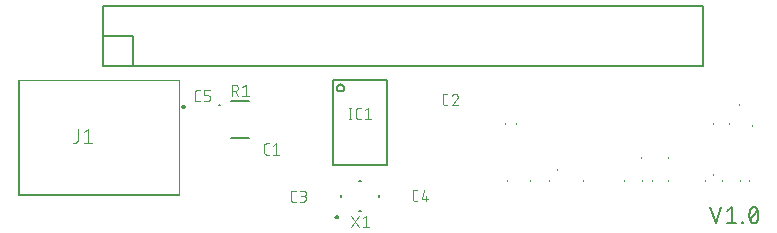
<source format=gto>
G04 EAGLE Gerber RS-274X export*
G75*
%MOMM*%
%FSLAX34Y34*%
%LPD*%
%INSilk top*%
%IPPOS*%
%AMOC8*
5,1,8,0,0,1.08239X$1,22.5*%
G01*
%ADD10C,0.127000*%
%ADD11C,0.076200*%
%ADD12C,0.100000*%
%ADD13C,0.200000*%
%ADD14C,0.101600*%
%ADD15R,0.300000X0.1000000*%
%ADD16R,0.432000X0.1000000*%
%ADD17R,0.504000X0.1000000*%
%ADD18R,0.168000X0.1000000*%
%ADD19R,0.576000X0.1000000*%
%ADD20R,0.636000X0.1000000*%
%ADD21R,0.696000X0.1000000*%
%ADD22R,0.732000X0.1000000*%
%ADD23R,0.768000X0.1000000*%
%ADD24R,0.804000X0.1000000*%
%ADD25R,0.840000X0.1000000*%
%ADD26R,0.864000X0.1000000*%
%ADD27R,0.348000X0.1000000*%
%ADD28R,0.336000X0.1000000*%
%ADD29R,0.276000X0.1000000*%
%ADD30R,0.264000X0.1000000*%
%ADD31R,0.252000X0.1000000*%
%ADD32R,0.240000X0.1000000*%
%ADD33R,0.228000X0.1000000*%
%ADD34R,0.216000X0.1000000*%
%ADD35R,0.204000X0.1000000*%
%ADD36R,0.192000X0.1000000*%
%ADD37R,0.180000X0.1000000*%
%ADD38R,0.120000X0.1000000*%
%ADD39R,0.132000X0.1000000*%
%ADD40R,0.108000X0.1000000*%
%ADD41R,0.144000X0.1000000*%
%ADD42R,0.312000X0.1000000*%
%ADD43R,0.288000X0.1000000*%
%ADD44R,0.360000X0.1000000*%
%ADD45R,0.408000X0.1000000*%
%ADD46R,0.372000X0.1000000*%
%ADD47R,0.384000X0.1000000*%
%ADD48R,0.396000X0.1000000*%
%ADD49R,0.480000X0.1000000*%
%ADD50R,0.444000X0.1000000*%
%ADD51R,0.156000X0.1000000*%
%ADD52R,0.456000X0.1000000*%
%ADD53R,0.468000X0.1000000*%
%ADD54R,0.096000X0.1000000*%
%ADD55R,0.528000X0.1000000*%
%ADD56R,0.516000X0.1000000*%
%ADD57R,0.540000X0.1000000*%
%ADD58R,0.648000X0.1000000*%
%ADD59R,0.600000X0.1000000*%
%ADD60R,0.564000X0.1000000*%
%ADD61R,0.588000X0.1000000*%
%ADD62R,0.720000X0.1000000*%
%ADD63R,0.612000X0.1000000*%
%ADD64R,0.792000X0.1000000*%
%ADD65R,0.624000X0.1000000*%
%ADD66R,0.672000X0.1000000*%
%ADD67R,0.684000X0.1000000*%
%ADD68R,0.660000X0.1000000*%
%ADD69R,0.888000X0.1000000*%
%ADD70R,0.492000X0.1000000*%
%ADD71R,0.756000X0.1000000*%
%ADD72R,0.708000X0.1000000*%
%ADD73R,0.936000X0.1000000*%
%ADD74R,0.744000X0.1000000*%
%ADD75R,0.324000X0.1000000*%
%ADD76R,0.420000X0.1000000*%
%ADD77R,0.552000X0.1000000*%
%ADD78R,0.816000X0.1000000*%
%ADD79R,0.780000X0.1000000*%
%ADD80R,0.072000X0.1000000*%
%ADD81R,0.084000X0.1000000*%
%ADD82R,0.948000X0.1000000*%
%ADD83R,0.900000X0.1000000*%
%ADD84R,0.852000X0.1000000*%
%ADD85R,0.048000X0.1000000*%
%ADD86R,0.876000X0.1000000*%
%ADD87R,0.972000X0.1000000*%
%ADD88R,1.032000X0.1000000*%
%ADD89R,1.008000X0.1000000*%
%ADD90R,1.092000X0.1000000*%
%ADD91R,1.068000X0.1000000*%
%ADD92R,1.152000X0.1000000*%
%ADD93R,1.128000X0.1000000*%
%ADD94R,1.140000X0.1000000*%
%ADD95R,1.200000X0.1000000*%
%ADD96R,1.188000X0.1000000*%
%ADD97R,1.248000X0.1000000*%
%ADD98R,1.236000X0.1000000*%
%ADD99R,1.296000X0.1000000*%
%ADD100R,1.284000X0.1000000*%
%ADD101R,1.344000X0.1000000*%
%ADD102R,1.332000X0.1000000*%
%ADD103R,1.392000X0.1000000*%
%ADD104R,0.996000X0.1000000*%
%ADD105R,1.380000X0.1000000*%
%ADD106R,1.440000X0.1000000*%
%ADD107R,1.116000X0.1000000*%
%ADD108R,1.416000X0.1000000*%
%ADD109R,1.428000X0.1000000*%
%ADD110R,1.476000X0.1000000*%
%ADD111R,1.464000X0.1000000*%
%ADD112R,1.512000X0.1000000*%
%ADD113R,1.500000X0.1000000*%
%ADD114R,1.560000X0.1000000*%
%ADD115R,1.368000X0.1000000*%
%ADD116R,1.536000X0.1000000*%
%ADD117R,1.548000X0.1000000*%
%ADD118R,1.584000X0.1000000*%
%ADD119R,1.572000X0.1000000*%
%ADD120R,1.644000X0.1000000*%
%ADD121R,1.716000X0.1000000*%
%ADD122R,1.764000X0.1000000*%
%ADD123R,1.824000X0.1000000*%
%ADD124R,1.884000X0.1000000*%
%ADD125R,1.932000X0.1000000*%
%ADD126R,1.980000X0.1000000*%
%ADD127R,2.028000X0.1000000*%
%ADD128R,2.076000X0.1000000*%
%ADD129R,2.124000X0.1000000*%
%ADD130R,2.172000X0.1000000*%
%ADD131R,2.220000X0.1000000*%
%ADD132R,2.268000X0.1000000*%
%ADD133R,2.292000X0.1000000*%
%ADD134R,2.340000X0.1000000*%
%ADD135R,2.388000X0.1000000*%
%ADD136R,2.424000X0.1000000*%
%ADD137R,2.460000X0.1000000*%
%ADD138R,2.496000X0.1000000*%
%ADD139R,2.532000X0.1000000*%
%ADD140R,2.580000X0.1000000*%
%ADD141R,2.604000X0.1000000*%
%ADD142R,2.640000X0.1000000*%
%ADD143R,2.676000X0.1000000*%
%ADD144R,2.700000X0.1000000*%
%ADD145R,2.748000X0.1000000*%
%ADD146R,2.772000X0.1000000*%
%ADD147R,2.808000X0.1000000*%
%ADD148R,2.844000X0.1000000*%
%ADD149R,2.868000X0.1000000*%
%ADD150R,2.892000X0.1000000*%
%ADD151R,2.928000X0.1000000*%
%ADD152R,2.964000X0.1000000*%
%ADD153R,2.988000X0.1000000*%
%ADD154R,3.012000X0.1000000*%
%ADD155R,3.036000X0.1000000*%
%ADD156R,3.060000X0.1000000*%
%ADD157R,3.096000X0.1000000*%
%ADD158R,3.132000X0.1000000*%
%ADD159R,3.156000X0.1000000*%
%ADD160R,3.180000X0.1000000*%
%ADD161R,3.204000X0.1000000*%
%ADD162R,3.228000X0.1000000*%
%ADD163R,3.252000X0.1000000*%
%ADD164R,3.276000X0.1000000*%
%ADD165R,3.300000X0.1000000*%
%ADD166R,3.324000X0.1000000*%
%ADD167R,3.348000X0.1000000*%
%ADD168R,3.384000X0.1000000*%
%ADD169R,3.444000X0.1000000*%
%ADD170R,3.504000X0.1000000*%
%ADD171R,3.552000X0.1000000*%
%ADD172R,3.600000X0.1000000*%
%ADD173R,3.660000X0.1000000*%
%ADD174R,3.720000X0.1000000*%
%ADD175R,3.780000X0.1000000*%
%ADD176R,3.840000X0.1000000*%
%ADD177R,3.900000X0.1000000*%
%ADD178R,3.948000X0.1000000*%
%ADD179R,3.996000X0.1000000*%
%ADD180R,4.056000X0.1000000*%
%ADD181R,4.116000X0.1000000*%
%ADD182R,4.176000X0.1000000*%
%ADD183R,4.212000X0.1000000*%
%ADD184R,4.272000X0.1000000*%
%ADD185R,4.332000X0.1000000*%
%ADD186R,3.816000X0.1000000*%
%ADD187R,3.828000X0.1000000*%
%ADD188R,3.864000X0.1000000*%
%ADD189R,3.876000X0.1000000*%
%ADD190R,3.888000X0.1000000*%
%ADD191R,3.912000X0.1000000*%
%ADD192R,3.924000X0.1000000*%
%ADD193R,3.936000X0.1000000*%
%ADD194R,3.960000X0.1000000*%
%ADD195R,3.972000X0.1000000*%
%ADD196R,3.984000X0.1000000*%
%ADD197R,4.008000X0.1000000*%
%ADD198R,4.020000X0.1000000*%
%ADD199R,4.032000X0.1000000*%
%ADD200R,4.044000X0.1000000*%
%ADD201R,4.068000X0.1000000*%
%ADD202R,4.080000X0.1000000*%
%ADD203R,4.092000X0.1000000*%
%ADD204R,4.104000X0.1000000*%
%ADD205R,4.128000X0.1000000*%
%ADD206R,4.140000X0.1000000*%
%ADD207R,4.164000X0.1000000*%
%ADD208R,4.188000X0.1000000*%
%ADD209R,4.236000X0.1000000*%
%ADD210R,4.260000X0.1000000*%
%ADD211R,4.284000X0.1000000*%
%ADD212R,4.296000X0.1000000*%
%ADD213R,4.308000X0.1000000*%
%ADD214R,0.828000X0.1000000*%
%ADD215R,4.344000X0.1000000*%
%ADD216R,4.356000X0.1000000*%
%ADD217R,4.368000X0.1000000*%
%ADD218R,4.380000X0.1000000*%
%ADD219R,4.392000X0.1000000*%
%ADD220R,4.404000X0.1000000*%
%ADD221R,4.416000X0.1000000*%
%ADD222R,5.088000X0.1000000*%
%ADD223R,5.028000X0.1000000*%
%ADD224R,4.992000X0.1000000*%
%ADD225R,4.932000X0.1000000*%
%ADD226R,4.872000X0.1000000*%
%ADD227R,4.836000X0.1000000*%
%ADD228R,4.776000X0.1000000*%
%ADD229R,4.716000X0.1000000*%
%ADD230R,4.680000X0.1000000*%
%ADD231R,4.620000X0.1000000*%
%ADD232R,4.560000X0.1000000*%
%ADD233R,4.524000X0.1000000*%
%ADD234R,4.512000X0.1000000*%
%ADD235R,4.536000X0.1000000*%
%ADD236R,4.548000X0.1000000*%
%ADD237R,4.584000X0.1000000*%
%ADD238R,4.596000X0.1000000*%
%ADD239R,4.608000X0.1000000*%
%ADD240R,4.632000X0.1000000*%
%ADD241R,4.644000X0.1000000*%
%ADD242R,4.656000X0.1000000*%
%ADD243R,4.668000X0.1000000*%
%ADD244R,4.704000X0.1000000*%
%ADD245R,3.048000X0.1000000*%
%ADD246R,3.000000X0.1000000*%
%ADD247R,1.320000X0.1000000*%
%ADD248R,1.212000X0.1000000*%
%ADD249R,2.820000X0.1000000*%
%ADD250R,1.176000X0.1000000*%
%ADD251R,2.796000X0.1000000*%
%ADD252R,1.104000X0.1000000*%
%ADD253R,1.080000X0.1000000*%
%ADD254R,2.760000X0.1000000*%
%ADD255R,1.044000X0.1000000*%
%ADD256R,2.736000X0.1000000*%
%ADD257R,2.724000X0.1000000*%
%ADD258R,0.984000X0.1000000*%
%ADD259R,2.712000X0.1000000*%
%ADD260R,0.960000X0.1000000*%
%ADD261R,2.688000X0.1000000*%
%ADD262R,0.924000X0.1000000*%
%ADD263R,2.664000X0.1000000*%
%ADD264R,2.628000X0.1000000*%
%ADD265R,2.616000X0.1000000*%
%ADD266R,2.592000X0.1000000*%
%ADD267R,2.568000X0.1000000*%
%ADD268R,1.596000X0.1000000*%
%ADD269R,2.556000X0.1000000*%
%ADD270R,1.608000X0.1000000*%
%ADD271R,1.272000X0.1000000*%
%ADD272R,2.544000X0.1000000*%
%ADD273R,1.524000X0.1000000*%
%ADD274R,1.488000X0.1000000*%
%ADD275R,2.520000X0.1000000*%
%ADD276R,1.452000X0.1000000*%
%ADD277R,1.404000X0.1000000*%
%ADD278R,1.356000X0.1000000*%
%ADD279R,2.508000X0.1000000*%
%ADD280R,1.308000X0.1000000*%
%ADD281R,1.260000X0.1000000*%
%ADD282R,2.484000X0.1000000*%
%ADD283R,1.224000X0.1000000*%
%ADD284R,2.472000X0.1000000*%
%ADD285R,1.056000X0.1000000*%
%ADD286R,2.448000X0.1000000*%
%ADD287R,2.412000X0.1000000*%
%ADD288R,0.060000X0.1000000*%
%ADD289R,2.376000X0.1000000*%
%ADD290R,2.364000X0.1000000*%
%ADD291R,2.352000X0.1000000*%
%ADD292R,2.328000X0.1000000*%
%ADD293R,2.316000X0.1000000*%
%ADD294R,2.304000X0.1000000*%
%ADD295R,2.280000X0.1000000*%
%ADD296R,2.256000X0.1000000*%
%ADD297R,2.436000X0.1000000*%
%ADD298R,3.624000X0.1000000*%
%ADD299R,3.612000X0.1000000*%
%ADD300R,3.588000X0.1000000*%
%ADD301R,3.564000X0.1000000*%
%ADD302R,3.540000X0.1000000*%
%ADD303R,3.516000X0.1000000*%
%ADD304R,3.480000X0.1000000*%
%ADD305R,3.468000X0.1000000*%
%ADD306R,3.420000X0.1000000*%
%ADD307R,3.396000X0.1000000*%
%ADD308R,3.372000X0.1000000*%
%ADD309R,3.108000X0.1000000*%
%ADD310R,3.084000X0.1000000*%
%ADD311R,2.940000X0.1000000*%
%ADD312R,2.904000X0.1000000*%
%ADD313R,2.784000X0.1000000*%
%ADD314R,2.652000X0.1000000*%
%ADD315R,1.020000X0.1000000*%
%ADD316R,2.184000X0.1000000*%
%ADD317R,2.148000X0.1000000*%
%ADD318R,2.100000X0.1000000*%
%ADD319R,1.164000X0.1000000*%
%ADD320R,2.052000X0.1000000*%
%ADD321R,2.004000X0.1000000*%
%ADD322R,1.944000X0.1000000*%
%ADD323R,1.836000X0.1000000*%
%ADD324R,1.788000X0.1000000*%
%ADD325R,1.668000X0.1000000*%


D10*
X584835Y23255D02*
X589412Y9525D01*
X593988Y23255D01*
X599098Y20204D02*
X602912Y23255D01*
X602912Y9525D01*
X599098Y9525D02*
X606726Y9525D01*
X611980Y9525D02*
X611980Y10288D01*
X612743Y10288D01*
X612743Y9525D01*
X611980Y9525D01*
X617998Y16390D02*
X618001Y16660D01*
X618011Y16930D01*
X618027Y17200D01*
X618050Y17469D01*
X618079Y17737D01*
X618114Y18005D01*
X618156Y18272D01*
X618204Y18538D01*
X618258Y18802D01*
X618319Y19065D01*
X618386Y19327D01*
X618459Y19587D01*
X618539Y19845D01*
X618624Y20101D01*
X618716Y20356D01*
X618813Y20607D01*
X618917Y20857D01*
X619027Y21104D01*
X619142Y21348D01*
X619143Y21348D02*
X619179Y21448D01*
X619219Y21546D01*
X619262Y21643D01*
X619310Y21738D01*
X619361Y21831D01*
X619415Y21922D01*
X619472Y22011D01*
X619533Y22098D01*
X619598Y22182D01*
X619665Y22264D01*
X619735Y22344D01*
X619809Y22420D01*
X619885Y22494D01*
X619964Y22565D01*
X620045Y22633D01*
X620129Y22698D01*
X620215Y22760D01*
X620304Y22818D01*
X620394Y22873D01*
X620487Y22925D01*
X620582Y22973D01*
X620678Y23017D01*
X620776Y23058D01*
X620875Y23095D01*
X620976Y23128D01*
X621078Y23158D01*
X621181Y23184D01*
X621285Y23205D01*
X621389Y23223D01*
X621494Y23237D01*
X621600Y23247D01*
X621706Y23253D01*
X621812Y23255D01*
X621918Y23253D01*
X622024Y23247D01*
X622130Y23237D01*
X622235Y23223D01*
X622339Y23205D01*
X622443Y23184D01*
X622546Y23158D01*
X622648Y23128D01*
X622749Y23095D01*
X622848Y23058D01*
X622946Y23017D01*
X623042Y22973D01*
X623137Y22925D01*
X623230Y22873D01*
X623320Y22818D01*
X623409Y22760D01*
X623495Y22698D01*
X623579Y22633D01*
X623661Y22565D01*
X623739Y22494D01*
X623815Y22420D01*
X623889Y22344D01*
X623959Y22264D01*
X624026Y22182D01*
X624091Y22098D01*
X624152Y22011D01*
X624209Y21922D01*
X624263Y21831D01*
X624314Y21738D01*
X624362Y21643D01*
X624405Y21546D01*
X624445Y21448D01*
X624481Y21348D01*
X624596Y21104D01*
X624706Y20857D01*
X624810Y20607D01*
X624907Y20356D01*
X624999Y20101D01*
X625084Y19845D01*
X625164Y19587D01*
X625237Y19327D01*
X625304Y19065D01*
X625365Y18802D01*
X625419Y18538D01*
X625467Y18272D01*
X625509Y18005D01*
X625544Y17737D01*
X625573Y17469D01*
X625596Y17200D01*
X625612Y16930D01*
X625622Y16660D01*
X625625Y16390D01*
X617997Y16390D02*
X618000Y16120D01*
X618010Y15850D01*
X618026Y15580D01*
X618049Y15311D01*
X618078Y15043D01*
X618113Y14775D01*
X618155Y14508D01*
X618203Y14242D01*
X618257Y13978D01*
X618318Y13714D01*
X618385Y13453D01*
X618458Y13193D01*
X618538Y12934D01*
X618623Y12678D01*
X618715Y12424D01*
X618812Y12172D01*
X618916Y11923D01*
X619026Y11676D01*
X619141Y11432D01*
X619143Y11432D02*
X619179Y11332D01*
X619219Y11234D01*
X619263Y11137D01*
X619310Y11042D01*
X619361Y10949D01*
X619415Y10858D01*
X619473Y10769D01*
X619533Y10682D01*
X619598Y10598D01*
X619665Y10516D01*
X619735Y10436D01*
X619809Y10360D01*
X619885Y10286D01*
X619964Y10215D01*
X620045Y10147D01*
X620129Y10082D01*
X620215Y10020D01*
X620304Y9962D01*
X620394Y9907D01*
X620487Y9855D01*
X620582Y9807D01*
X620678Y9763D01*
X620776Y9722D01*
X620875Y9685D01*
X620976Y9652D01*
X621078Y9622D01*
X621181Y9596D01*
X621285Y9575D01*
X621389Y9557D01*
X621494Y9543D01*
X621600Y9533D01*
X621706Y9527D01*
X621812Y9525D01*
X624482Y11432D02*
X624597Y11676D01*
X624707Y11923D01*
X624811Y12172D01*
X624908Y12424D01*
X625000Y12678D01*
X625085Y12934D01*
X625165Y13193D01*
X625238Y13453D01*
X625305Y13714D01*
X625366Y13978D01*
X625420Y14242D01*
X625468Y14508D01*
X625510Y14775D01*
X625545Y15043D01*
X625574Y15311D01*
X625597Y15580D01*
X625613Y15850D01*
X625623Y16120D01*
X625626Y16390D01*
X624481Y11432D02*
X624445Y11332D01*
X624405Y11234D01*
X624362Y11137D01*
X624314Y11042D01*
X624263Y10949D01*
X624209Y10858D01*
X624152Y10769D01*
X624091Y10682D01*
X624026Y10598D01*
X623959Y10516D01*
X623889Y10436D01*
X623815Y10360D01*
X623739Y10286D01*
X623661Y10215D01*
X623579Y10147D01*
X623495Y10082D01*
X623409Y10020D01*
X623320Y9962D01*
X623230Y9907D01*
X623137Y9855D01*
X623042Y9807D01*
X622946Y9763D01*
X622848Y9722D01*
X622749Y9685D01*
X622648Y9652D01*
X622546Y9622D01*
X622443Y9596D01*
X622339Y9575D01*
X622235Y9557D01*
X622130Y9543D01*
X622024Y9533D01*
X621918Y9527D01*
X621812Y9525D01*
X618761Y12576D02*
X624863Y20204D01*
D11*
X211253Y67591D02*
X209165Y67591D01*
X209076Y67593D01*
X208988Y67599D01*
X208900Y67608D01*
X208812Y67621D01*
X208725Y67638D01*
X208639Y67658D01*
X208554Y67683D01*
X208469Y67710D01*
X208386Y67742D01*
X208305Y67776D01*
X208225Y67815D01*
X208147Y67856D01*
X208070Y67901D01*
X207996Y67949D01*
X207923Y68000D01*
X207853Y68054D01*
X207786Y68112D01*
X207720Y68172D01*
X207658Y68234D01*
X207598Y68300D01*
X207540Y68367D01*
X207486Y68437D01*
X207435Y68510D01*
X207387Y68584D01*
X207342Y68661D01*
X207301Y68739D01*
X207262Y68819D01*
X207228Y68900D01*
X207196Y68983D01*
X207169Y69068D01*
X207144Y69153D01*
X207124Y69239D01*
X207107Y69326D01*
X207094Y69414D01*
X207085Y69502D01*
X207079Y69590D01*
X207077Y69679D01*
X207077Y74901D01*
X207079Y74992D01*
X207085Y75083D01*
X207095Y75174D01*
X207109Y75264D01*
X207126Y75353D01*
X207148Y75441D01*
X207174Y75529D01*
X207203Y75615D01*
X207236Y75700D01*
X207273Y75783D01*
X207313Y75865D01*
X207357Y75945D01*
X207404Y76023D01*
X207455Y76099D01*
X207508Y76172D01*
X207565Y76243D01*
X207626Y76312D01*
X207689Y76377D01*
X207754Y76440D01*
X207823Y76500D01*
X207894Y76558D01*
X207967Y76611D01*
X208043Y76662D01*
X208121Y76709D01*
X208201Y76753D01*
X208283Y76793D01*
X208366Y76830D01*
X208451Y76863D01*
X208537Y76892D01*
X208625Y76918D01*
X208713Y76940D01*
X208802Y76957D01*
X208892Y76971D01*
X208983Y76981D01*
X209074Y76987D01*
X209165Y76989D01*
X211253Y76989D01*
X214722Y74901D02*
X217333Y76989D01*
X217333Y67591D01*
X219943Y67591D02*
X214722Y67591D01*
X360295Y109501D02*
X362383Y109501D01*
X360295Y109501D02*
X360206Y109503D01*
X360118Y109509D01*
X360030Y109518D01*
X359942Y109531D01*
X359855Y109548D01*
X359769Y109568D01*
X359684Y109593D01*
X359599Y109620D01*
X359516Y109652D01*
X359435Y109686D01*
X359355Y109725D01*
X359277Y109766D01*
X359200Y109811D01*
X359126Y109859D01*
X359053Y109910D01*
X358983Y109964D01*
X358916Y110022D01*
X358850Y110082D01*
X358788Y110144D01*
X358728Y110210D01*
X358670Y110277D01*
X358616Y110347D01*
X358565Y110420D01*
X358517Y110494D01*
X358472Y110571D01*
X358431Y110649D01*
X358392Y110729D01*
X358358Y110810D01*
X358326Y110893D01*
X358299Y110978D01*
X358274Y111063D01*
X358254Y111149D01*
X358237Y111236D01*
X358224Y111324D01*
X358215Y111412D01*
X358209Y111500D01*
X358207Y111589D01*
X358207Y116811D01*
X358209Y116902D01*
X358215Y116993D01*
X358225Y117084D01*
X358239Y117174D01*
X358256Y117263D01*
X358278Y117351D01*
X358304Y117439D01*
X358333Y117525D01*
X358366Y117610D01*
X358403Y117693D01*
X358443Y117775D01*
X358487Y117855D01*
X358534Y117933D01*
X358585Y118009D01*
X358638Y118082D01*
X358695Y118153D01*
X358756Y118222D01*
X358819Y118287D01*
X358884Y118350D01*
X358953Y118410D01*
X359024Y118468D01*
X359097Y118521D01*
X359173Y118572D01*
X359251Y118619D01*
X359331Y118663D01*
X359413Y118703D01*
X359496Y118740D01*
X359581Y118773D01*
X359667Y118802D01*
X359755Y118828D01*
X359843Y118850D01*
X359932Y118867D01*
X360022Y118881D01*
X360113Y118891D01*
X360204Y118897D01*
X360295Y118899D01*
X362383Y118899D01*
X368724Y118900D02*
X368819Y118898D01*
X368913Y118892D01*
X369007Y118883D01*
X369101Y118870D01*
X369194Y118853D01*
X369286Y118832D01*
X369378Y118807D01*
X369468Y118779D01*
X369557Y118747D01*
X369645Y118712D01*
X369731Y118673D01*
X369816Y118631D01*
X369899Y118585D01*
X369980Y118536D01*
X370059Y118484D01*
X370136Y118429D01*
X370210Y118370D01*
X370282Y118309D01*
X370352Y118245D01*
X370419Y118178D01*
X370483Y118108D01*
X370544Y118036D01*
X370603Y117962D01*
X370658Y117885D01*
X370710Y117806D01*
X370759Y117725D01*
X370805Y117642D01*
X370847Y117557D01*
X370886Y117471D01*
X370921Y117383D01*
X370953Y117294D01*
X370981Y117204D01*
X371006Y117112D01*
X371027Y117020D01*
X371044Y116927D01*
X371057Y116833D01*
X371066Y116739D01*
X371072Y116645D01*
X371074Y116550D01*
X368724Y118899D02*
X368616Y118897D01*
X368507Y118891D01*
X368399Y118881D01*
X368292Y118868D01*
X368185Y118850D01*
X368078Y118829D01*
X367973Y118804D01*
X367868Y118775D01*
X367765Y118743D01*
X367663Y118706D01*
X367562Y118666D01*
X367463Y118623D01*
X367365Y118576D01*
X367269Y118525D01*
X367175Y118471D01*
X367083Y118414D01*
X366993Y118353D01*
X366905Y118289D01*
X366820Y118223D01*
X366737Y118153D01*
X366657Y118080D01*
X366579Y118004D01*
X366504Y117926D01*
X366432Y117845D01*
X366363Y117761D01*
X366297Y117675D01*
X366234Y117587D01*
X366175Y117496D01*
X366118Y117404D01*
X366065Y117309D01*
X366016Y117213D01*
X365970Y117114D01*
X365927Y117015D01*
X365888Y116913D01*
X365853Y116811D01*
X370291Y114722D02*
X370360Y114791D01*
X370426Y114862D01*
X370490Y114935D01*
X370551Y115011D01*
X370609Y115090D01*
X370663Y115170D01*
X370715Y115253D01*
X370763Y115337D01*
X370809Y115423D01*
X370850Y115511D01*
X370889Y115601D01*
X370924Y115692D01*
X370955Y115784D01*
X370983Y115877D01*
X371007Y115971D01*
X371027Y116066D01*
X371044Y116162D01*
X371057Y116259D01*
X371066Y116356D01*
X371072Y116453D01*
X371074Y116550D01*
X370290Y114722D02*
X365852Y109501D01*
X371073Y109501D01*
X233813Y27461D02*
X231725Y27461D01*
X231636Y27463D01*
X231548Y27469D01*
X231460Y27478D01*
X231372Y27491D01*
X231285Y27508D01*
X231199Y27528D01*
X231114Y27553D01*
X231029Y27580D01*
X230946Y27612D01*
X230865Y27646D01*
X230785Y27685D01*
X230707Y27726D01*
X230630Y27771D01*
X230556Y27819D01*
X230483Y27870D01*
X230413Y27924D01*
X230346Y27982D01*
X230280Y28042D01*
X230218Y28104D01*
X230158Y28170D01*
X230100Y28237D01*
X230046Y28307D01*
X229995Y28380D01*
X229947Y28454D01*
X229902Y28531D01*
X229861Y28609D01*
X229822Y28689D01*
X229788Y28770D01*
X229756Y28853D01*
X229729Y28938D01*
X229704Y29023D01*
X229684Y29109D01*
X229667Y29196D01*
X229654Y29284D01*
X229645Y29372D01*
X229639Y29460D01*
X229637Y29549D01*
X229637Y34771D01*
X229639Y34862D01*
X229645Y34953D01*
X229655Y35044D01*
X229669Y35134D01*
X229686Y35223D01*
X229708Y35311D01*
X229734Y35399D01*
X229763Y35485D01*
X229796Y35570D01*
X229833Y35653D01*
X229873Y35735D01*
X229917Y35815D01*
X229964Y35893D01*
X230015Y35969D01*
X230068Y36042D01*
X230125Y36113D01*
X230186Y36182D01*
X230249Y36247D01*
X230314Y36310D01*
X230383Y36370D01*
X230454Y36428D01*
X230527Y36481D01*
X230603Y36532D01*
X230681Y36579D01*
X230761Y36623D01*
X230843Y36663D01*
X230926Y36700D01*
X231011Y36733D01*
X231097Y36762D01*
X231185Y36788D01*
X231273Y36810D01*
X231362Y36827D01*
X231452Y36841D01*
X231543Y36851D01*
X231634Y36857D01*
X231725Y36859D01*
X233813Y36859D01*
X237282Y27461D02*
X239893Y27461D01*
X239994Y27463D01*
X240095Y27469D01*
X240196Y27479D01*
X240296Y27492D01*
X240396Y27510D01*
X240495Y27531D01*
X240593Y27557D01*
X240690Y27586D01*
X240786Y27618D01*
X240880Y27655D01*
X240973Y27695D01*
X241065Y27739D01*
X241154Y27786D01*
X241242Y27837D01*
X241328Y27891D01*
X241411Y27948D01*
X241493Y28008D01*
X241571Y28072D01*
X241648Y28138D01*
X241721Y28208D01*
X241792Y28280D01*
X241860Y28355D01*
X241925Y28433D01*
X241987Y28513D01*
X242046Y28595D01*
X242102Y28680D01*
X242154Y28766D01*
X242203Y28855D01*
X242249Y28946D01*
X242290Y29038D01*
X242329Y29132D01*
X242363Y29227D01*
X242394Y29323D01*
X242421Y29421D01*
X242445Y29519D01*
X242464Y29619D01*
X242480Y29719D01*
X242492Y29819D01*
X242500Y29920D01*
X242504Y30021D01*
X242504Y30123D01*
X242500Y30224D01*
X242492Y30325D01*
X242480Y30425D01*
X242464Y30525D01*
X242445Y30625D01*
X242421Y30723D01*
X242394Y30821D01*
X242363Y30917D01*
X242329Y31012D01*
X242290Y31106D01*
X242249Y31198D01*
X242203Y31289D01*
X242154Y31377D01*
X242102Y31464D01*
X242046Y31549D01*
X241987Y31631D01*
X241925Y31711D01*
X241860Y31789D01*
X241792Y31864D01*
X241721Y31936D01*
X241648Y32006D01*
X241571Y32072D01*
X241493Y32136D01*
X241411Y32196D01*
X241328Y32253D01*
X241242Y32307D01*
X241154Y32358D01*
X241065Y32405D01*
X240973Y32449D01*
X240880Y32489D01*
X240786Y32526D01*
X240690Y32558D01*
X240593Y32587D01*
X240495Y32613D01*
X240396Y32634D01*
X240296Y32652D01*
X240196Y32665D01*
X240095Y32675D01*
X239994Y32681D01*
X239893Y32683D01*
X240415Y36859D02*
X237282Y36859D01*
X240415Y36859D02*
X240505Y36857D01*
X240594Y36851D01*
X240684Y36842D01*
X240773Y36828D01*
X240861Y36811D01*
X240948Y36790D01*
X241035Y36765D01*
X241120Y36736D01*
X241204Y36704D01*
X241286Y36669D01*
X241367Y36629D01*
X241446Y36587D01*
X241523Y36541D01*
X241598Y36491D01*
X241671Y36439D01*
X241742Y36383D01*
X241810Y36325D01*
X241875Y36263D01*
X241938Y36199D01*
X241998Y36132D01*
X242055Y36063D01*
X242109Y35991D01*
X242160Y35917D01*
X242208Y35841D01*
X242252Y35763D01*
X242293Y35683D01*
X242331Y35601D01*
X242365Y35518D01*
X242395Y35433D01*
X242422Y35347D01*
X242445Y35261D01*
X242464Y35173D01*
X242479Y35084D01*
X242491Y34995D01*
X242499Y34906D01*
X242503Y34816D01*
X242503Y34726D01*
X242499Y34636D01*
X242491Y34547D01*
X242479Y34458D01*
X242464Y34369D01*
X242445Y34281D01*
X242422Y34195D01*
X242395Y34109D01*
X242365Y34024D01*
X242331Y33941D01*
X242293Y33859D01*
X242252Y33779D01*
X242208Y33701D01*
X242160Y33625D01*
X242109Y33551D01*
X242055Y33479D01*
X241998Y33410D01*
X241938Y33343D01*
X241875Y33279D01*
X241810Y33217D01*
X241742Y33159D01*
X241671Y33103D01*
X241598Y33051D01*
X241523Y33001D01*
X241446Y32955D01*
X241367Y32913D01*
X241286Y32873D01*
X241204Y32838D01*
X241120Y32806D01*
X241035Y32777D01*
X240948Y32752D01*
X240861Y32731D01*
X240773Y32714D01*
X240684Y32700D01*
X240594Y32691D01*
X240505Y32685D01*
X240415Y32683D01*
X240415Y32682D02*
X238327Y32682D01*
X334895Y28221D02*
X336983Y28221D01*
X334895Y28221D02*
X334806Y28223D01*
X334718Y28229D01*
X334630Y28238D01*
X334542Y28251D01*
X334455Y28268D01*
X334369Y28288D01*
X334284Y28313D01*
X334199Y28340D01*
X334116Y28372D01*
X334035Y28406D01*
X333955Y28445D01*
X333877Y28486D01*
X333800Y28531D01*
X333726Y28579D01*
X333653Y28630D01*
X333583Y28684D01*
X333516Y28742D01*
X333450Y28802D01*
X333388Y28864D01*
X333328Y28930D01*
X333270Y28997D01*
X333216Y29067D01*
X333165Y29140D01*
X333117Y29214D01*
X333072Y29291D01*
X333031Y29369D01*
X332992Y29449D01*
X332958Y29530D01*
X332926Y29613D01*
X332899Y29698D01*
X332874Y29783D01*
X332854Y29869D01*
X332837Y29956D01*
X332824Y30044D01*
X332815Y30132D01*
X332809Y30220D01*
X332807Y30309D01*
X332807Y35531D01*
X332809Y35622D01*
X332815Y35713D01*
X332825Y35804D01*
X332839Y35894D01*
X332856Y35983D01*
X332878Y36071D01*
X332904Y36159D01*
X332933Y36245D01*
X332966Y36330D01*
X333003Y36413D01*
X333043Y36495D01*
X333087Y36575D01*
X333134Y36653D01*
X333185Y36729D01*
X333238Y36802D01*
X333295Y36873D01*
X333356Y36942D01*
X333419Y37007D01*
X333484Y37070D01*
X333553Y37130D01*
X333624Y37188D01*
X333697Y37241D01*
X333773Y37292D01*
X333851Y37339D01*
X333931Y37383D01*
X334013Y37423D01*
X334096Y37460D01*
X334181Y37493D01*
X334267Y37522D01*
X334355Y37548D01*
X334443Y37570D01*
X334532Y37587D01*
X334622Y37601D01*
X334713Y37611D01*
X334804Y37617D01*
X334895Y37619D01*
X336983Y37619D01*
X342541Y37619D02*
X340452Y30309D01*
X345673Y30309D01*
X344107Y32398D02*
X344107Y28221D01*
X152533Y112551D02*
X150445Y112551D01*
X150356Y112553D01*
X150268Y112559D01*
X150180Y112568D01*
X150092Y112581D01*
X150005Y112598D01*
X149919Y112618D01*
X149834Y112643D01*
X149749Y112670D01*
X149666Y112702D01*
X149585Y112736D01*
X149505Y112775D01*
X149427Y112816D01*
X149350Y112861D01*
X149276Y112909D01*
X149203Y112960D01*
X149133Y113014D01*
X149066Y113072D01*
X149000Y113132D01*
X148938Y113194D01*
X148878Y113260D01*
X148820Y113327D01*
X148766Y113397D01*
X148715Y113470D01*
X148667Y113544D01*
X148622Y113621D01*
X148581Y113699D01*
X148542Y113779D01*
X148508Y113860D01*
X148476Y113943D01*
X148449Y114028D01*
X148424Y114113D01*
X148404Y114199D01*
X148387Y114286D01*
X148374Y114374D01*
X148365Y114462D01*
X148359Y114550D01*
X148357Y114639D01*
X148357Y119861D01*
X148359Y119952D01*
X148365Y120043D01*
X148375Y120134D01*
X148389Y120224D01*
X148406Y120313D01*
X148428Y120401D01*
X148454Y120489D01*
X148483Y120575D01*
X148516Y120660D01*
X148553Y120743D01*
X148593Y120825D01*
X148637Y120905D01*
X148684Y120983D01*
X148735Y121059D01*
X148788Y121132D01*
X148845Y121203D01*
X148906Y121272D01*
X148969Y121337D01*
X149034Y121400D01*
X149103Y121460D01*
X149174Y121518D01*
X149247Y121571D01*
X149323Y121622D01*
X149401Y121669D01*
X149481Y121713D01*
X149563Y121753D01*
X149646Y121790D01*
X149731Y121823D01*
X149817Y121852D01*
X149905Y121878D01*
X149993Y121900D01*
X150082Y121917D01*
X150172Y121931D01*
X150263Y121941D01*
X150354Y121947D01*
X150445Y121949D01*
X152533Y121949D01*
X156002Y112551D02*
X159135Y112551D01*
X159224Y112553D01*
X159312Y112559D01*
X159400Y112568D01*
X159488Y112581D01*
X159575Y112598D01*
X159661Y112618D01*
X159746Y112643D01*
X159831Y112670D01*
X159914Y112702D01*
X159995Y112736D01*
X160075Y112775D01*
X160153Y112816D01*
X160230Y112861D01*
X160304Y112909D01*
X160377Y112960D01*
X160447Y113014D01*
X160514Y113072D01*
X160580Y113132D01*
X160642Y113194D01*
X160702Y113260D01*
X160760Y113327D01*
X160814Y113397D01*
X160865Y113470D01*
X160913Y113544D01*
X160958Y113621D01*
X160999Y113699D01*
X161038Y113779D01*
X161072Y113860D01*
X161104Y113943D01*
X161131Y114028D01*
X161156Y114113D01*
X161176Y114199D01*
X161193Y114286D01*
X161206Y114374D01*
X161215Y114462D01*
X161221Y114550D01*
X161223Y114639D01*
X161223Y115684D01*
X161221Y115773D01*
X161215Y115861D01*
X161206Y115949D01*
X161193Y116037D01*
X161176Y116124D01*
X161156Y116210D01*
X161131Y116295D01*
X161104Y116380D01*
X161072Y116463D01*
X161038Y116544D01*
X160999Y116624D01*
X160958Y116702D01*
X160913Y116779D01*
X160865Y116853D01*
X160814Y116926D01*
X160760Y116996D01*
X160702Y117063D01*
X160642Y117129D01*
X160580Y117191D01*
X160514Y117251D01*
X160447Y117309D01*
X160377Y117363D01*
X160304Y117414D01*
X160230Y117462D01*
X160153Y117507D01*
X160075Y117548D01*
X159995Y117587D01*
X159914Y117621D01*
X159831Y117653D01*
X159746Y117680D01*
X159661Y117705D01*
X159575Y117725D01*
X159488Y117742D01*
X159400Y117755D01*
X159312Y117764D01*
X159224Y117770D01*
X159135Y117772D01*
X156002Y117772D01*
X156002Y121949D01*
X161223Y121949D01*
D10*
X265290Y130770D02*
X311290Y130770D01*
X311290Y58770D01*
X265290Y58770D01*
X265290Y130770D01*
X268780Y123980D02*
X268782Y124089D01*
X268788Y124198D01*
X268798Y124306D01*
X268812Y124414D01*
X268829Y124522D01*
X268851Y124629D01*
X268876Y124735D01*
X268906Y124839D01*
X268939Y124943D01*
X268976Y125046D01*
X269016Y125147D01*
X269060Y125246D01*
X269108Y125344D01*
X269160Y125441D01*
X269214Y125535D01*
X269272Y125627D01*
X269334Y125717D01*
X269399Y125804D01*
X269466Y125890D01*
X269537Y125973D01*
X269611Y126053D01*
X269688Y126130D01*
X269767Y126205D01*
X269849Y126276D01*
X269934Y126345D01*
X270021Y126410D01*
X270110Y126473D01*
X270202Y126531D01*
X270296Y126587D01*
X270391Y126639D01*
X270489Y126688D01*
X270588Y126733D01*
X270689Y126775D01*
X270791Y126812D01*
X270894Y126846D01*
X270999Y126877D01*
X271105Y126903D01*
X271211Y126926D01*
X271319Y126944D01*
X271427Y126959D01*
X271535Y126970D01*
X271644Y126977D01*
X271753Y126980D01*
X271862Y126979D01*
X271971Y126974D01*
X272079Y126965D01*
X272187Y126952D01*
X272295Y126935D01*
X272402Y126915D01*
X272508Y126890D01*
X272613Y126862D01*
X272717Y126830D01*
X272820Y126794D01*
X272922Y126754D01*
X273022Y126711D01*
X273120Y126664D01*
X273217Y126614D01*
X273311Y126560D01*
X273404Y126502D01*
X273495Y126442D01*
X273583Y126378D01*
X273669Y126311D01*
X273752Y126241D01*
X273833Y126168D01*
X273911Y126092D01*
X273986Y126013D01*
X274059Y125931D01*
X274128Y125847D01*
X274194Y125761D01*
X274257Y125672D01*
X274317Y125581D01*
X274374Y125488D01*
X274427Y125393D01*
X274476Y125296D01*
X274522Y125197D01*
X274564Y125097D01*
X274603Y124995D01*
X274638Y124891D01*
X274669Y124787D01*
X274697Y124682D01*
X274720Y124575D01*
X274740Y124468D01*
X274756Y124360D01*
X274768Y124252D01*
X274776Y124143D01*
X274780Y124034D01*
X274780Y123926D01*
X274776Y123817D01*
X274768Y123708D01*
X274756Y123600D01*
X274740Y123492D01*
X274720Y123385D01*
X274697Y123278D01*
X274669Y123173D01*
X274638Y123069D01*
X274603Y122965D01*
X274564Y122863D01*
X274522Y122763D01*
X274476Y122664D01*
X274427Y122567D01*
X274374Y122472D01*
X274317Y122379D01*
X274257Y122288D01*
X274194Y122199D01*
X274128Y122113D01*
X274059Y122029D01*
X273986Y121947D01*
X273911Y121868D01*
X273833Y121792D01*
X273752Y121719D01*
X273669Y121649D01*
X273583Y121582D01*
X273495Y121518D01*
X273404Y121458D01*
X273311Y121400D01*
X273217Y121346D01*
X273120Y121296D01*
X273022Y121249D01*
X272922Y121206D01*
X272820Y121166D01*
X272717Y121130D01*
X272613Y121098D01*
X272508Y121070D01*
X272402Y121045D01*
X272295Y121025D01*
X272187Y121008D01*
X272079Y120995D01*
X271971Y120986D01*
X271862Y120981D01*
X271753Y120980D01*
X271644Y120983D01*
X271535Y120990D01*
X271427Y121001D01*
X271319Y121016D01*
X271211Y121034D01*
X271105Y121057D01*
X270999Y121083D01*
X270894Y121114D01*
X270791Y121148D01*
X270689Y121185D01*
X270588Y121227D01*
X270489Y121272D01*
X270391Y121321D01*
X270296Y121373D01*
X270202Y121429D01*
X270110Y121487D01*
X270021Y121550D01*
X269934Y121615D01*
X269849Y121684D01*
X269767Y121755D01*
X269688Y121830D01*
X269611Y121907D01*
X269537Y121987D01*
X269466Y122070D01*
X269399Y122156D01*
X269334Y122243D01*
X269272Y122333D01*
X269214Y122425D01*
X269160Y122519D01*
X269108Y122616D01*
X269060Y122714D01*
X269016Y122813D01*
X268976Y122914D01*
X268939Y123017D01*
X268906Y123121D01*
X268876Y123225D01*
X268851Y123331D01*
X268829Y123438D01*
X268812Y123546D01*
X268798Y123654D01*
X268788Y123762D01*
X268782Y123871D01*
X268780Y123980D01*
D11*
X280039Y107089D02*
X280039Y97691D01*
X278995Y97691D02*
X281084Y97691D01*
X281084Y107089D02*
X278995Y107089D01*
X286807Y97691D02*
X288895Y97691D01*
X286807Y97691D02*
X286718Y97693D01*
X286630Y97699D01*
X286542Y97708D01*
X286454Y97721D01*
X286367Y97738D01*
X286281Y97758D01*
X286196Y97783D01*
X286111Y97810D01*
X286028Y97842D01*
X285947Y97876D01*
X285867Y97915D01*
X285789Y97956D01*
X285712Y98001D01*
X285638Y98049D01*
X285565Y98100D01*
X285495Y98154D01*
X285428Y98212D01*
X285362Y98272D01*
X285300Y98334D01*
X285240Y98400D01*
X285182Y98467D01*
X285128Y98537D01*
X285077Y98610D01*
X285029Y98684D01*
X284984Y98761D01*
X284943Y98839D01*
X284904Y98919D01*
X284870Y99000D01*
X284838Y99083D01*
X284811Y99168D01*
X284786Y99253D01*
X284766Y99339D01*
X284749Y99426D01*
X284736Y99514D01*
X284727Y99602D01*
X284721Y99690D01*
X284719Y99779D01*
X284718Y99779D02*
X284718Y105001D01*
X284719Y105001D02*
X284721Y105092D01*
X284727Y105183D01*
X284737Y105274D01*
X284751Y105364D01*
X284768Y105453D01*
X284790Y105541D01*
X284816Y105629D01*
X284845Y105715D01*
X284878Y105800D01*
X284915Y105883D01*
X284955Y105965D01*
X284999Y106045D01*
X285046Y106123D01*
X285097Y106199D01*
X285150Y106272D01*
X285207Y106343D01*
X285268Y106412D01*
X285331Y106477D01*
X285396Y106540D01*
X285465Y106600D01*
X285536Y106658D01*
X285609Y106711D01*
X285685Y106762D01*
X285763Y106809D01*
X285843Y106853D01*
X285925Y106893D01*
X286008Y106930D01*
X286093Y106963D01*
X286179Y106992D01*
X286267Y107018D01*
X286355Y107040D01*
X286444Y107057D01*
X286534Y107071D01*
X286625Y107081D01*
X286716Y107087D01*
X286807Y107089D01*
X288895Y107089D01*
X292364Y105001D02*
X294974Y107089D01*
X294974Y97691D01*
X292364Y97691D02*
X297585Y97691D01*
D10*
X-150Y130570D02*
X-150Y33570D01*
D12*
X-150Y130570D02*
X134850Y130570D01*
X134850Y33570D01*
D10*
X-150Y33570D01*
D13*
X138850Y107070D02*
X138788Y107072D01*
X138727Y107078D01*
X138666Y107087D01*
X138606Y107100D01*
X138547Y107117D01*
X138489Y107138D01*
X138432Y107162D01*
X138377Y107189D01*
X138324Y107220D01*
X138272Y107254D01*
X138223Y107291D01*
X138176Y107331D01*
X138132Y107374D01*
X138091Y107419D01*
X138052Y107467D01*
X138016Y107518D01*
X137984Y107570D01*
X137955Y107624D01*
X137929Y107680D01*
X137907Y107738D01*
X137888Y107796D01*
X137873Y107856D01*
X137862Y107917D01*
X137854Y107978D01*
X137850Y108039D01*
X137850Y108101D01*
X137854Y108162D01*
X137862Y108223D01*
X137873Y108284D01*
X137888Y108344D01*
X137907Y108402D01*
X137929Y108460D01*
X137955Y108516D01*
X137984Y108570D01*
X138016Y108622D01*
X138052Y108673D01*
X138091Y108721D01*
X138132Y108766D01*
X138176Y108809D01*
X138223Y108849D01*
X138272Y108886D01*
X138324Y108920D01*
X138377Y108951D01*
X138432Y108978D01*
X138489Y109002D01*
X138547Y109023D01*
X138606Y109040D01*
X138666Y109053D01*
X138727Y109062D01*
X138788Y109068D01*
X138850Y109070D01*
X138912Y109068D01*
X138973Y109062D01*
X139034Y109053D01*
X139094Y109040D01*
X139153Y109023D01*
X139211Y109002D01*
X139268Y108978D01*
X139323Y108951D01*
X139376Y108920D01*
X139428Y108886D01*
X139477Y108849D01*
X139524Y108809D01*
X139568Y108766D01*
X139609Y108721D01*
X139648Y108673D01*
X139684Y108622D01*
X139716Y108570D01*
X139745Y108516D01*
X139771Y108460D01*
X139793Y108402D01*
X139812Y108344D01*
X139827Y108284D01*
X139838Y108223D01*
X139846Y108162D01*
X139850Y108101D01*
X139850Y108039D01*
X139846Y107978D01*
X139838Y107917D01*
X139827Y107856D01*
X139812Y107796D01*
X139793Y107738D01*
X139771Y107680D01*
X139745Y107624D01*
X139716Y107570D01*
X139684Y107518D01*
X139648Y107467D01*
X139609Y107419D01*
X139568Y107374D01*
X139524Y107331D01*
X139477Y107291D01*
X139428Y107254D01*
X139376Y107220D01*
X139323Y107189D01*
X139268Y107162D01*
X139211Y107138D01*
X139153Y107117D01*
X139094Y107100D01*
X139034Y107087D01*
X138973Y107078D01*
X138912Y107072D01*
X138850Y107070D01*
D14*
X49405Y89182D02*
X49405Y80094D01*
X49403Y79995D01*
X49397Y79895D01*
X49388Y79796D01*
X49375Y79698D01*
X49358Y79600D01*
X49337Y79502D01*
X49312Y79406D01*
X49284Y79311D01*
X49252Y79217D01*
X49217Y79124D01*
X49178Y79032D01*
X49135Y78942D01*
X49090Y78854D01*
X49040Y78767D01*
X48988Y78683D01*
X48932Y78600D01*
X48874Y78520D01*
X48812Y78442D01*
X48747Y78367D01*
X48679Y78294D01*
X48609Y78224D01*
X48536Y78156D01*
X48461Y78091D01*
X48383Y78029D01*
X48303Y77971D01*
X48220Y77915D01*
X48136Y77863D01*
X48049Y77813D01*
X47961Y77768D01*
X47871Y77725D01*
X47779Y77686D01*
X47686Y77651D01*
X47592Y77619D01*
X47497Y77591D01*
X47401Y77566D01*
X47303Y77545D01*
X47205Y77528D01*
X47107Y77515D01*
X47008Y77506D01*
X46908Y77500D01*
X46809Y77498D01*
X45510Y77498D01*
X54679Y86586D02*
X57924Y89182D01*
X57924Y77498D01*
X54679Y77498D02*
X61170Y77498D01*
D10*
X178690Y113310D02*
X194690Y113310D01*
X194690Y81310D02*
X178690Y81310D01*
D13*
X169220Y109300D02*
X169222Y109323D01*
X169228Y109345D01*
X169237Y109367D01*
X169250Y109386D01*
X169265Y109403D01*
X169283Y109417D01*
X169304Y109428D01*
X169326Y109436D01*
X169348Y109440D01*
X169372Y109440D01*
X169394Y109436D01*
X169416Y109428D01*
X169437Y109417D01*
X169455Y109403D01*
X169470Y109386D01*
X169483Y109367D01*
X169492Y109345D01*
X169498Y109323D01*
X169500Y109300D01*
X169498Y109277D01*
X169492Y109255D01*
X169483Y109233D01*
X169470Y109214D01*
X169455Y109197D01*
X169437Y109183D01*
X169416Y109172D01*
X169394Y109164D01*
X169372Y109160D01*
X169348Y109160D01*
X169326Y109164D01*
X169304Y109172D01*
X169283Y109183D01*
X169265Y109197D01*
X169250Y109214D01*
X169237Y109233D01*
X169228Y109255D01*
X169222Y109277D01*
X169220Y109300D01*
D11*
X179706Y117161D02*
X179706Y126559D01*
X182317Y126559D01*
X182418Y126557D01*
X182519Y126551D01*
X182620Y126541D01*
X182720Y126528D01*
X182820Y126510D01*
X182919Y126489D01*
X183017Y126463D01*
X183114Y126434D01*
X183210Y126402D01*
X183304Y126365D01*
X183397Y126325D01*
X183489Y126281D01*
X183578Y126234D01*
X183666Y126183D01*
X183752Y126129D01*
X183835Y126072D01*
X183917Y126012D01*
X183995Y125948D01*
X184072Y125882D01*
X184145Y125812D01*
X184216Y125740D01*
X184284Y125665D01*
X184349Y125587D01*
X184411Y125507D01*
X184470Y125425D01*
X184526Y125340D01*
X184578Y125253D01*
X184627Y125165D01*
X184673Y125074D01*
X184714Y124982D01*
X184753Y124888D01*
X184787Y124793D01*
X184818Y124697D01*
X184845Y124599D01*
X184869Y124501D01*
X184888Y124401D01*
X184904Y124301D01*
X184916Y124201D01*
X184924Y124100D01*
X184928Y123999D01*
X184928Y123897D01*
X184924Y123796D01*
X184916Y123695D01*
X184904Y123595D01*
X184888Y123495D01*
X184869Y123395D01*
X184845Y123297D01*
X184818Y123199D01*
X184787Y123103D01*
X184753Y123008D01*
X184714Y122914D01*
X184673Y122822D01*
X184627Y122731D01*
X184578Y122642D01*
X184526Y122556D01*
X184470Y122471D01*
X184411Y122389D01*
X184349Y122309D01*
X184284Y122231D01*
X184216Y122156D01*
X184145Y122084D01*
X184072Y122014D01*
X183995Y121948D01*
X183917Y121884D01*
X183835Y121824D01*
X183752Y121767D01*
X183666Y121713D01*
X183578Y121662D01*
X183489Y121615D01*
X183397Y121571D01*
X183304Y121531D01*
X183210Y121494D01*
X183114Y121462D01*
X183017Y121433D01*
X182919Y121407D01*
X182820Y121386D01*
X182720Y121368D01*
X182620Y121355D01*
X182519Y121345D01*
X182418Y121339D01*
X182317Y121337D01*
X182317Y121338D02*
X179706Y121338D01*
X182839Y121338D02*
X184927Y117161D01*
X188793Y124471D02*
X191403Y126559D01*
X191403Y117161D01*
X188793Y117161D02*
X194014Y117161D01*
D10*
X71000Y168000D02*
X71000Y193400D01*
X71000Y168000D02*
X71000Y142600D01*
X96400Y142600D01*
X579000Y142600D01*
X579000Y193400D01*
X71000Y193400D01*
X71000Y168000D02*
X96400Y168000D01*
X96400Y142600D01*
X268520Y15650D02*
X268458Y15648D01*
X268397Y15642D01*
X268336Y15633D01*
X268276Y15620D01*
X268217Y15603D01*
X268159Y15582D01*
X268102Y15558D01*
X268047Y15531D01*
X267994Y15500D01*
X267942Y15466D01*
X267893Y15429D01*
X267846Y15389D01*
X267802Y15346D01*
X267761Y15301D01*
X267722Y15253D01*
X267686Y15202D01*
X267654Y15150D01*
X267625Y15096D01*
X267599Y15040D01*
X267577Y14982D01*
X267558Y14924D01*
X267543Y14864D01*
X267532Y14803D01*
X267524Y14742D01*
X267520Y14681D01*
X267520Y14619D01*
X267524Y14558D01*
X267532Y14497D01*
X267543Y14436D01*
X267558Y14376D01*
X267577Y14318D01*
X267599Y14260D01*
X267625Y14204D01*
X267654Y14150D01*
X267686Y14098D01*
X267722Y14047D01*
X267761Y13999D01*
X267802Y13954D01*
X267846Y13911D01*
X267893Y13871D01*
X267942Y13834D01*
X267994Y13800D01*
X268047Y13769D01*
X268102Y13742D01*
X268159Y13718D01*
X268217Y13697D01*
X268276Y13680D01*
X268336Y13667D01*
X268397Y13658D01*
X268458Y13652D01*
X268520Y13650D01*
X268582Y13652D01*
X268643Y13658D01*
X268704Y13667D01*
X268764Y13680D01*
X268823Y13697D01*
X268881Y13718D01*
X268938Y13742D01*
X268993Y13769D01*
X269046Y13800D01*
X269098Y13834D01*
X269147Y13871D01*
X269194Y13911D01*
X269238Y13954D01*
X269279Y13999D01*
X269318Y14047D01*
X269354Y14098D01*
X269386Y14150D01*
X269415Y14204D01*
X269441Y14260D01*
X269463Y14318D01*
X269482Y14376D01*
X269497Y14436D01*
X269508Y14497D01*
X269516Y14558D01*
X269520Y14619D01*
X269520Y14681D01*
X269516Y14742D01*
X269508Y14803D01*
X269497Y14864D01*
X269482Y14924D01*
X269463Y14982D01*
X269441Y15040D01*
X269415Y15096D01*
X269386Y15150D01*
X269354Y15202D01*
X269318Y15253D01*
X269279Y15301D01*
X269238Y15346D01*
X269194Y15389D01*
X269147Y15429D01*
X269098Y15466D01*
X269046Y15500D01*
X268993Y15531D01*
X268938Y15558D01*
X268881Y15582D01*
X268823Y15603D01*
X268764Y15620D01*
X268704Y15633D01*
X268643Y15642D01*
X268582Y15648D01*
X268520Y15650D01*
X272290Y31540D02*
X272290Y33540D01*
X304290Y33540D02*
X304290Y31540D01*
X289290Y45040D02*
X287290Y45040D01*
X287290Y20040D02*
X289290Y20040D01*
D11*
X287112Y15649D02*
X280846Y6251D01*
X287112Y6251D02*
X280846Y15649D01*
X290513Y13561D02*
X293123Y15649D01*
X293123Y6251D01*
X290513Y6251D02*
X295734Y6251D01*
D15*
X512930Y26550D03*
D16*
X512870Y26670D03*
D17*
X512870Y26790D03*
D18*
X407870Y26910D03*
X443150Y26910D03*
D19*
X512870Y26910D03*
D18*
X407870Y27030D03*
X443150Y27030D03*
D20*
X512930Y27030D03*
D18*
X407870Y27150D03*
X443150Y27150D03*
D21*
X512870Y27150D03*
D18*
X407870Y27270D03*
X443150Y27270D03*
D22*
X512810Y27270D03*
D18*
X407870Y27390D03*
X443150Y27390D03*
D23*
X512870Y27390D03*
D18*
X407870Y27510D03*
X443150Y27510D03*
D24*
X512810Y27510D03*
D18*
X407870Y27630D03*
X443150Y27630D03*
D25*
X512870Y27630D03*
D18*
X407870Y27750D03*
X443150Y27750D03*
D26*
X512870Y27750D03*
D18*
X407870Y27870D03*
X443150Y27870D03*
D27*
X510050Y27870D03*
D28*
X515630Y27870D03*
D18*
X407870Y27990D03*
X443150Y27990D03*
D15*
X509690Y27990D03*
X515930Y27990D03*
D18*
X407870Y28110D03*
X443150Y28110D03*
D29*
X509450Y28110D03*
X516170Y28110D03*
D18*
X407870Y28230D03*
X443150Y28230D03*
D30*
X509270Y28230D03*
D31*
X516410Y28230D03*
D18*
X407870Y28350D03*
X443150Y28350D03*
D32*
X509150Y28350D03*
X516590Y28350D03*
D18*
X407870Y28470D03*
X443150Y28470D03*
D33*
X508970Y28470D03*
X516650Y28470D03*
D18*
X407870Y28590D03*
X443150Y28590D03*
D34*
X508790Y28590D03*
X516830Y28590D03*
D18*
X407870Y28710D03*
X443150Y28710D03*
D34*
X508670Y28710D03*
X516950Y28710D03*
D18*
X407870Y28830D03*
X443150Y28830D03*
D35*
X508610Y28830D03*
X517010Y28830D03*
D18*
X407870Y28950D03*
X443150Y28950D03*
D35*
X508490Y28950D03*
X517130Y28950D03*
D18*
X407870Y29070D03*
X443150Y29070D03*
D36*
X508430Y29070D03*
X517190Y29070D03*
D18*
X407870Y29190D03*
X443150Y29190D03*
D36*
X508310Y29190D03*
X517310Y29190D03*
D18*
X407870Y29310D03*
X443150Y29310D03*
D36*
X508310Y29310D03*
X517310Y29310D03*
D18*
X407870Y29430D03*
X443150Y29430D03*
D37*
X508250Y29430D03*
D36*
X517430Y29430D03*
D18*
X407870Y29550D03*
X443150Y29550D03*
D37*
X508130Y29550D03*
X517490Y29550D03*
D18*
X407870Y29670D03*
X443150Y29670D03*
D37*
X508130Y29670D03*
D36*
X517550Y29670D03*
D18*
X407870Y29790D03*
X443150Y29790D03*
X508070Y29790D03*
D37*
X517610Y29790D03*
D18*
X407870Y29910D03*
X443150Y29910D03*
D37*
X508010Y29910D03*
X517610Y29910D03*
D18*
X407870Y30030D03*
X443150Y30030D03*
D37*
X508010Y30030D03*
X517730Y30030D03*
D18*
X407870Y30150D03*
X443150Y30150D03*
X507950Y30150D03*
D37*
X517730Y30150D03*
D18*
X407870Y30270D03*
X443150Y30270D03*
X507950Y30270D03*
D37*
X517730Y30270D03*
D18*
X407870Y30390D03*
X443150Y30390D03*
X507950Y30390D03*
X517790Y30390D03*
X407870Y30510D03*
X443150Y30510D03*
D37*
X517850Y30510D03*
D18*
X407870Y30630D03*
X443150Y30630D03*
D37*
X517850Y30630D03*
D18*
X407870Y30750D03*
X443150Y30750D03*
X517910Y30750D03*
X407870Y30870D03*
X443150Y30870D03*
X517910Y30870D03*
X407870Y30990D03*
X443150Y30990D03*
X517910Y30990D03*
X407870Y31110D03*
X443150Y31110D03*
D37*
X517970Y31110D03*
D18*
X407870Y31230D03*
X443150Y31230D03*
X518030Y31230D03*
D38*
X398030Y31350D03*
D18*
X407870Y31350D03*
D38*
X413630Y31350D03*
D39*
X433250Y31350D03*
D18*
X443150Y31350D03*
D40*
X448850Y31350D03*
D39*
X461570Y31350D03*
D41*
X495470Y31350D03*
D18*
X518030Y31350D03*
D39*
X548330Y31350D03*
D38*
X581510Y31350D03*
D39*
X595370Y31350D03*
D42*
X398030Y31470D03*
D18*
X407870Y31470D03*
D29*
X413690Y31470D03*
D15*
X433250Y31470D03*
D18*
X443150Y31470D03*
D43*
X448910Y31470D03*
D15*
X461570Y31470D03*
D44*
X495350Y31470D03*
D18*
X518030Y31470D03*
D42*
X548390Y31470D03*
D15*
X581450Y31470D03*
X595370Y31470D03*
D45*
X398030Y31590D03*
D18*
X407870Y31590D03*
D46*
X413690Y31590D03*
D45*
X433190Y31590D03*
D18*
X443150Y31590D03*
D47*
X448910Y31590D03*
D48*
X461570Y31590D03*
D49*
X495350Y31590D03*
D18*
X518030Y31590D03*
D45*
X548390Y31590D03*
D48*
X581450Y31590D03*
D45*
X595430Y31590D03*
D49*
X398030Y31710D03*
D18*
X407870Y31710D03*
D50*
X413690Y31710D03*
D51*
X423290Y31710D03*
D49*
X433190Y31710D03*
D18*
X443150Y31710D03*
D52*
X448910Y31710D03*
D53*
X461570Y31710D03*
D40*
X468650Y31710D03*
D18*
X472310Y31710D03*
D51*
X481850Y31710D03*
D19*
X495350Y31710D03*
D18*
X518030Y31710D03*
D51*
X523010Y31710D03*
D18*
X531710Y31710D03*
D51*
X540410Y31710D03*
D49*
X548390Y31710D03*
D54*
X555470Y31710D03*
D18*
X559190Y31710D03*
D51*
X564170Y31710D03*
D34*
X570350Y31710D03*
D53*
X581450Y31710D03*
D49*
X595430Y31710D03*
D18*
X605270Y31710D03*
D51*
X613970Y31710D03*
D18*
X622670Y31710D03*
D55*
X398030Y31830D03*
D18*
X407870Y31830D03*
D56*
X413690Y31830D03*
D18*
X423350Y31830D03*
D57*
X433250Y31830D03*
D18*
X443150Y31830D03*
D17*
X448910Y31830D03*
D55*
X461510Y31830D03*
D35*
X468650Y31830D03*
D18*
X472310Y31830D03*
D37*
X481850Y31830D03*
D58*
X495350Y31830D03*
D18*
X518030Y31830D03*
X522950Y31830D03*
X531710Y31830D03*
X540350Y31830D03*
D55*
X548390Y31830D03*
D35*
X555410Y31830D03*
D18*
X559190Y31830D03*
X564110Y31830D03*
D34*
X570350Y31830D03*
D56*
X581450Y31830D03*
D57*
X595370Y31830D03*
D18*
X605270Y31830D03*
X614030Y31830D03*
X622670Y31830D03*
D59*
X398030Y31950D03*
D18*
X407870Y31950D03*
D60*
X413690Y31950D03*
D18*
X423350Y31950D03*
D61*
X433250Y31950D03*
D18*
X443150Y31950D03*
D60*
X448850Y31950D03*
D19*
X461510Y31950D03*
D33*
X468530Y31950D03*
D18*
X472310Y31950D03*
D37*
X481850Y31950D03*
D62*
X495350Y31950D03*
D31*
X512690Y31950D03*
D18*
X518030Y31950D03*
X522950Y31950D03*
X531710Y31950D03*
X540350Y31950D03*
D19*
X548390Y31950D03*
D32*
X555350Y31950D03*
D18*
X559190Y31950D03*
X564110Y31950D03*
D34*
X570350Y31950D03*
D19*
X581390Y31950D03*
D61*
X595370Y31950D03*
D18*
X605270Y31950D03*
X614030Y31950D03*
X622670Y31950D03*
D58*
X398030Y32070D03*
D18*
X407870Y32070D03*
D63*
X413690Y32070D03*
D18*
X423350Y32070D03*
D20*
X433250Y32070D03*
D18*
X443150Y32070D03*
D59*
X448910Y32070D03*
D63*
X461570Y32070D03*
D31*
X468410Y32070D03*
D18*
X472310Y32070D03*
D37*
X481850Y32070D03*
D64*
X495350Y32070D03*
D44*
X512630Y32070D03*
D37*
X518090Y32070D03*
D18*
X522950Y32070D03*
X531710Y32070D03*
X540350Y32070D03*
D65*
X548390Y32070D03*
D31*
X555290Y32070D03*
D18*
X559190Y32070D03*
X564110Y32070D03*
D34*
X570350Y32070D03*
D65*
X581390Y32070D03*
D20*
X595370Y32070D03*
D18*
X605270Y32070D03*
X614030Y32070D03*
X622670Y32070D03*
D66*
X398030Y32190D03*
D18*
X407870Y32190D03*
D20*
X413690Y32190D03*
D18*
X423350Y32190D03*
D67*
X433250Y32190D03*
D18*
X443150Y32190D03*
D58*
X448910Y32190D03*
D68*
X461570Y32190D03*
D30*
X468350Y32190D03*
D18*
X472310Y32190D03*
D37*
X481850Y32190D03*
D25*
X495350Y32190D03*
D16*
X512630Y32190D03*
D18*
X518150Y32190D03*
X522950Y32190D03*
X531710Y32190D03*
X540350Y32190D03*
D58*
X548390Y32190D03*
D30*
X555230Y32190D03*
D18*
X559190Y32190D03*
X564110Y32190D03*
D34*
X570350Y32190D03*
D68*
X581450Y32190D03*
D67*
X595370Y32190D03*
D18*
X605270Y32190D03*
X614030Y32190D03*
X622670Y32190D03*
D62*
X398030Y32310D03*
D18*
X407870Y32310D03*
D67*
X413690Y32310D03*
D18*
X423350Y32310D03*
D62*
X433190Y32310D03*
D18*
X443150Y32310D03*
D67*
X448850Y32310D03*
X461570Y32310D03*
D29*
X468290Y32310D03*
D18*
X472310Y32310D03*
D37*
X481850Y32310D03*
D69*
X495350Y32310D03*
D70*
X512570Y32310D03*
D18*
X518150Y32310D03*
X522950Y32310D03*
X531710Y32310D03*
X540350Y32310D03*
D21*
X548390Y32310D03*
D29*
X555170Y32310D03*
D18*
X559190Y32310D03*
X564110Y32310D03*
D34*
X570350Y32310D03*
D21*
X581390Y32310D03*
D62*
X595430Y32310D03*
D18*
X605270Y32310D03*
X614030Y32310D03*
X622670Y32310D03*
D71*
X398090Y32430D03*
D18*
X407870Y32430D03*
D72*
X413690Y32430D03*
D18*
X423350Y32430D03*
D71*
X433250Y32430D03*
D18*
X443150Y32430D03*
D62*
X448910Y32430D03*
D72*
X461570Y32430D03*
D29*
X468290Y32430D03*
D18*
X472310Y32430D03*
D37*
X481850Y32430D03*
D73*
X495350Y32430D03*
D57*
X512570Y32430D03*
D18*
X518150Y32430D03*
X522950Y32430D03*
X531710Y32430D03*
X540350Y32430D03*
D62*
X548390Y32430D03*
D43*
X555110Y32430D03*
D18*
X559190Y32430D03*
X564110Y32430D03*
D34*
X570350Y32430D03*
D22*
X581450Y32430D03*
D71*
X595370Y32430D03*
D18*
X605270Y32430D03*
X614030Y32430D03*
X622670Y32430D03*
D64*
X398030Y32550D03*
D18*
X407870Y32550D03*
D74*
X413750Y32550D03*
D18*
X423350Y32550D03*
D64*
X433190Y32550D03*
D18*
X443150Y32550D03*
D74*
X448910Y32550D03*
X461630Y32550D03*
D43*
X468230Y32550D03*
D18*
X472310Y32550D03*
D37*
X481850Y32550D03*
D44*
X492230Y32550D03*
X498470Y32550D03*
D19*
X512510Y32550D03*
D18*
X518150Y32550D03*
X522950Y32550D03*
X531710Y32550D03*
X540350Y32550D03*
D74*
X548390Y32550D03*
D43*
X555110Y32550D03*
D18*
X559190Y32550D03*
X564110Y32550D03*
D34*
X570350Y32550D03*
D23*
X581390Y32550D03*
D64*
X595430Y32550D03*
D18*
X605270Y32550D03*
X614030Y32550D03*
X622670Y32550D03*
D46*
X395810Y32670D03*
X400250Y32670D03*
D18*
X407870Y32670D03*
D28*
X411470Y32670D03*
D44*
X415790Y32670D03*
D18*
X423350Y32670D03*
D46*
X430970Y32670D03*
X435410Y32670D03*
D18*
X443150Y32670D03*
D28*
X446750Y32670D03*
D44*
X450950Y32670D03*
D27*
X459530Y32670D03*
X463730Y32670D03*
D43*
X468230Y32670D03*
D18*
X472310Y32670D03*
D37*
X481850Y32670D03*
D75*
X491810Y32670D03*
X498890Y32670D03*
D65*
X512510Y32670D03*
D18*
X518150Y32670D03*
X522950Y32670D03*
X531710Y32670D03*
X540350Y32670D03*
D44*
X546350Y32670D03*
D28*
X550550Y32670D03*
D15*
X555050Y32670D03*
D18*
X559190Y32670D03*
X564110Y32670D03*
D34*
X570350Y32670D03*
D46*
X579290Y32670D03*
D27*
X583610Y32670D03*
D46*
X593210Y32670D03*
X597650Y32670D03*
D18*
X605270Y32670D03*
X614030Y32670D03*
X622670Y32670D03*
D15*
X395330Y32790D03*
X400730Y32790D03*
D18*
X407870Y32790D03*
D30*
X410990Y32790D03*
D15*
X416210Y32790D03*
D18*
X423350Y32790D03*
D15*
X430490Y32790D03*
D42*
X435950Y32790D03*
D18*
X443150Y32790D03*
D31*
X446210Y32790D03*
D43*
X451430Y32790D03*
D15*
X459170Y32790D03*
D30*
X464270Y32790D03*
D15*
X468170Y32790D03*
D18*
X472310Y32790D03*
D37*
X481850Y32790D03*
D15*
X491450Y32790D03*
D43*
X499190Y32790D03*
D68*
X512450Y32790D03*
D18*
X518150Y32790D03*
X522950Y32790D03*
X531710Y32790D03*
X540350Y32790D03*
D15*
X545930Y32790D03*
D30*
X551030Y32790D03*
D15*
X555050Y32790D03*
D18*
X559190Y32790D03*
X564110Y32790D03*
D34*
X570350Y32790D03*
D15*
X578810Y32790D03*
D43*
X584030Y32790D03*
D42*
X592670Y32790D03*
D15*
X598130Y32790D03*
D18*
X605270Y32790D03*
X614030Y32790D03*
X622670Y32790D03*
D43*
X395030Y32910D03*
X401030Y32910D03*
D18*
X407870Y32910D03*
D32*
X410750Y32910D03*
D30*
X416510Y32910D03*
D18*
X423350Y32910D03*
D29*
X430250Y32910D03*
D43*
X436190Y32910D03*
D18*
X443150Y32910D03*
D33*
X445970Y32910D03*
D30*
X451670Y32910D03*
D29*
X458930Y32910D03*
D33*
X464570Y32910D03*
D15*
X468170Y32910D03*
D18*
X472310Y32910D03*
D37*
X481850Y32910D03*
D29*
X491210Y32910D03*
X499490Y32910D03*
D21*
X512510Y32910D03*
D18*
X518150Y32910D03*
X522950Y32910D03*
X531710Y32910D03*
X540350Y32910D03*
D30*
X545750Y32910D03*
D33*
X551330Y32910D03*
D15*
X555050Y32910D03*
D18*
X559190Y32910D03*
X564110Y32910D03*
D34*
X570350Y32910D03*
D43*
X578510Y32910D03*
D30*
X584270Y32910D03*
D43*
X592430Y32910D03*
D29*
X598370Y32910D03*
D18*
X605270Y32910D03*
X614030Y32910D03*
X622670Y32910D03*
D30*
X394790Y33030D03*
X401270Y33030D03*
D18*
X407870Y33030D03*
D35*
X410570Y33030D03*
D31*
X416690Y33030D03*
D18*
X423350Y33030D03*
D30*
X430070Y33030D03*
X436430Y33030D03*
D18*
X443150Y33030D03*
D35*
X445730Y33030D03*
D31*
X451850Y33030D03*
D30*
X458750Y33030D03*
D35*
X464810Y33030D03*
D15*
X468170Y33030D03*
D18*
X472310Y33030D03*
D37*
X481850Y33030D03*
D30*
X490910Y33030D03*
D31*
X499730Y33030D03*
D62*
X512510Y33030D03*
D18*
X518150Y33030D03*
X522950Y33030D03*
X531710Y33030D03*
X540350Y33030D03*
D31*
X545570Y33030D03*
D35*
X551570Y33030D03*
D42*
X554990Y33030D03*
D18*
X559190Y33030D03*
X564110Y33030D03*
D34*
X570350Y33030D03*
D30*
X578270Y33030D03*
D31*
X584450Y33030D03*
D30*
X592190Y33030D03*
X598550Y33030D03*
D18*
X605270Y33030D03*
X614030Y33030D03*
X622670Y33030D03*
D31*
X394610Y33150D03*
X401450Y33150D03*
D18*
X407870Y33150D03*
D36*
X410390Y33150D03*
D32*
X416870Y33150D03*
D18*
X423350Y33150D03*
D31*
X429890Y33150D03*
X436610Y33150D03*
D18*
X443150Y33150D03*
D36*
X445550Y33150D03*
D32*
X452030Y33150D03*
X458630Y33150D03*
D37*
X464930Y33150D03*
D36*
X467630Y33150D03*
D18*
X472310Y33150D03*
D37*
X481850Y33150D03*
D31*
X490730Y33150D03*
D32*
X500030Y33150D03*
D71*
X512450Y33150D03*
D18*
X518150Y33150D03*
X522950Y33150D03*
X531710Y33150D03*
X540350Y33150D03*
D32*
X545390Y33150D03*
D37*
X551810Y33150D03*
D35*
X554450Y33150D03*
D18*
X559190Y33150D03*
X564110Y33150D03*
D34*
X570350Y33150D03*
D31*
X578090Y33150D03*
D32*
X584630Y33150D03*
D31*
X592010Y33150D03*
X598730Y33150D03*
D18*
X605270Y33150D03*
X614030Y33150D03*
X622670Y33150D03*
D31*
X394490Y33270D03*
X401570Y33270D03*
D18*
X407870Y33270D03*
D37*
X410210Y33270D03*
D32*
X416990Y33270D03*
D18*
X423350Y33270D03*
D32*
X429710Y33270D03*
X436790Y33270D03*
D18*
X443150Y33270D03*
D36*
X445430Y33270D03*
D33*
X452210Y33270D03*
X458450Y33270D03*
D18*
X465110Y33270D03*
X467510Y33270D03*
X472310Y33270D03*
D37*
X481850Y33270D03*
D32*
X490430Y33270D03*
D33*
X500210Y33270D03*
D28*
X510230Y33270D03*
D30*
X515030Y33270D03*
D18*
X518150Y33270D03*
X522950Y33270D03*
X531710Y33270D03*
X540350Y33270D03*
D33*
X545330Y33270D03*
D18*
X551990Y33270D03*
D37*
X554330Y33270D03*
D18*
X559190Y33270D03*
X564110Y33270D03*
D34*
X570350Y33270D03*
D31*
X577970Y33270D03*
D33*
X584810Y33270D03*
D32*
X591830Y33270D03*
X598910Y33270D03*
D18*
X605270Y33270D03*
X614030Y33270D03*
X622670Y33270D03*
D33*
X394370Y33390D03*
X401690Y33390D03*
D18*
X407870Y33390D03*
D37*
X410090Y33390D03*
D33*
X417170Y33390D03*
D18*
X423350Y33390D03*
D33*
X429530Y33390D03*
D32*
X436910Y33390D03*
D18*
X443150Y33390D03*
X445310Y33390D03*
D33*
X452330Y33390D03*
D34*
X458390Y33390D03*
D51*
X465290Y33390D03*
D18*
X467510Y33390D03*
X472310Y33390D03*
D37*
X481850Y33390D03*
D33*
X490250Y33390D03*
X500450Y33390D03*
D15*
X509930Y33390D03*
D33*
X515330Y33390D03*
D18*
X518150Y33390D03*
X522950Y33390D03*
X531710Y33390D03*
X540350Y33390D03*
D33*
X545210Y33390D03*
D18*
X552110Y33390D03*
X554270Y33390D03*
X559190Y33390D03*
X564110Y33390D03*
D34*
X570350Y33390D03*
D33*
X577850Y33390D03*
X584930Y33390D03*
D32*
X591710Y33390D03*
D33*
X599090Y33390D03*
D18*
X605270Y33390D03*
X614030Y33390D03*
X622670Y33390D03*
D33*
X394250Y33510D03*
X401810Y33510D03*
D18*
X407870Y33510D03*
D51*
X409970Y33510D03*
D33*
X417290Y33510D03*
D18*
X423350Y33510D03*
D33*
X429410Y33510D03*
X437090Y33510D03*
D18*
X443150Y33510D03*
X445190Y33510D03*
D33*
X452450Y33510D03*
D34*
X458270Y33510D03*
D51*
X465410Y33510D03*
D18*
X467390Y33510D03*
X472310Y33510D03*
D37*
X481850Y33510D03*
D34*
X490070Y33510D03*
X500630Y33510D03*
D29*
X509690Y33510D03*
D34*
X515510Y33510D03*
D18*
X518150Y33510D03*
X522950Y33510D03*
X531710Y33510D03*
X540350Y33510D03*
D35*
X545090Y33510D03*
D41*
X552230Y33510D03*
D18*
X554270Y33510D03*
X559190Y33510D03*
X564110Y33510D03*
D34*
X570350Y33510D03*
D33*
X577730Y33510D03*
D35*
X585050Y33510D03*
D33*
X591530Y33510D03*
X599210Y33510D03*
D18*
X605270Y33510D03*
X614030Y33510D03*
X622670Y33510D03*
D34*
X394070Y33630D03*
X401990Y33630D03*
D18*
X407870Y33630D03*
D51*
X409850Y33630D03*
D34*
X417350Y33630D03*
D18*
X423350Y33630D03*
D33*
X429290Y33630D03*
D34*
X437150Y33630D03*
D18*
X443150Y33630D03*
D51*
X445010Y33630D03*
D34*
X452630Y33630D03*
D35*
X458210Y33630D03*
D41*
X465590Y33630D03*
D18*
X467390Y33630D03*
X472310Y33630D03*
D37*
X481850Y33630D03*
D34*
X489950Y33630D03*
D35*
X500810Y33630D03*
D30*
X509510Y33630D03*
D36*
X515630Y33630D03*
D18*
X518150Y33630D03*
X522950Y33630D03*
X531710Y33630D03*
X540350Y33630D03*
D35*
X544970Y33630D03*
D41*
X552350Y33630D03*
D51*
X554210Y33630D03*
D18*
X559190Y33630D03*
X564110Y33630D03*
D34*
X570350Y33630D03*
X577550Y33630D03*
D35*
X585170Y33630D03*
D34*
X591470Y33630D03*
D33*
X599330Y33630D03*
D18*
X605270Y33630D03*
X614030Y33630D03*
X622670Y33630D03*
D34*
X393950Y33750D03*
X402110Y33750D03*
D18*
X407870Y33750D03*
D41*
X409790Y33750D03*
D35*
X417530Y33750D03*
D18*
X423350Y33750D03*
D34*
X429110Y33750D03*
X437270Y33750D03*
D18*
X443150Y33750D03*
D41*
X444950Y33750D03*
D35*
X452690Y33750D03*
X458090Y33750D03*
D39*
X465650Y33750D03*
D51*
X467330Y33750D03*
D18*
X472310Y33750D03*
D37*
X481850Y33750D03*
D34*
X489710Y33750D03*
D36*
X500990Y33750D03*
D31*
X509330Y33750D03*
D37*
X515810Y33750D03*
D18*
X518150Y33750D03*
X522950Y33750D03*
X531710Y33750D03*
X540350Y33750D03*
D35*
X544970Y33750D03*
D39*
X552530Y33750D03*
D51*
X554210Y33750D03*
D18*
X559190Y33750D03*
X564110Y33750D03*
D34*
X570350Y33750D03*
X577430Y33750D03*
D35*
X585290Y33750D03*
D34*
X591350Y33750D03*
X599510Y33750D03*
D18*
X605270Y33750D03*
X614030Y33750D03*
X622670Y33750D03*
D34*
X393830Y33870D03*
X402230Y33870D03*
D18*
X407870Y33870D03*
D41*
X409670Y33870D03*
D35*
X417650Y33870D03*
D18*
X423350Y33870D03*
D35*
X429050Y33870D03*
D34*
X437390Y33870D03*
D18*
X443150Y33870D03*
D41*
X444830Y33870D03*
D35*
X452810Y33870D03*
D36*
X458030Y33870D03*
D39*
X465770Y33870D03*
D51*
X467330Y33870D03*
D18*
X472310Y33870D03*
D37*
X481850Y33870D03*
D35*
X489530Y33870D03*
D36*
X501110Y33870D03*
D32*
X509150Y33870D03*
D18*
X515990Y33870D03*
X518150Y33870D03*
X522950Y33870D03*
X531710Y33870D03*
X540350Y33870D03*
D36*
X544910Y33870D03*
D39*
X552650Y33870D03*
D51*
X554210Y33870D03*
D18*
X559190Y33870D03*
X564110Y33870D03*
D34*
X570350Y33870D03*
X577310Y33870D03*
D36*
X585350Y33870D03*
D34*
X591230Y33870D03*
D35*
X599570Y33870D03*
D18*
X605270Y33870D03*
X614030Y33870D03*
X622670Y33870D03*
D35*
X393770Y33990D03*
X402290Y33990D03*
D18*
X407870Y33990D03*
D39*
X409610Y33990D03*
D36*
X417710Y33990D03*
D18*
X423350Y33990D03*
D35*
X428930Y33990D03*
D34*
X437510Y33990D03*
D18*
X443150Y33990D03*
D39*
X444770Y33990D03*
D35*
X452930Y33990D03*
D37*
X457970Y33990D03*
D43*
X466670Y33990D03*
D18*
X472310Y33990D03*
D37*
X481850Y33990D03*
D35*
X489410Y33990D03*
D37*
X501290Y33990D03*
D33*
X509090Y33990D03*
D18*
X516110Y33990D03*
X518150Y33990D03*
X522950Y33990D03*
X531710Y33990D03*
X540350Y33990D03*
D36*
X544790Y33990D03*
D43*
X553550Y33990D03*
D18*
X559190Y33990D03*
X564110Y33990D03*
D34*
X570350Y33990D03*
D35*
X577250Y33990D03*
D36*
X585470Y33990D03*
D34*
X591110Y33990D03*
D35*
X599690Y33990D03*
D18*
X605270Y33990D03*
X614030Y33990D03*
X622670Y33990D03*
D35*
X393650Y34110D03*
X402410Y34110D03*
D18*
X407870Y34110D03*
D39*
X409490Y34110D03*
D35*
X417770Y34110D03*
D18*
X423350Y34110D03*
D35*
X428810Y34110D03*
X437570Y34110D03*
D15*
X443810Y34110D03*
D36*
X452990Y34110D03*
X457910Y34110D03*
D29*
X466730Y34110D03*
D18*
X472310Y34110D03*
D37*
X481850Y34110D03*
D36*
X489230Y34110D03*
D37*
X501410Y34110D03*
D33*
X508970Y34110D03*
D51*
X516170Y34110D03*
D18*
X518150Y34110D03*
X522950Y34110D03*
X531710Y34110D03*
X540350Y34110D03*
D37*
X544730Y34110D03*
D29*
X553610Y34110D03*
D18*
X559190Y34110D03*
X564110Y34110D03*
D34*
X570350Y34110D03*
D35*
X577130Y34110D03*
D37*
X585530Y34110D03*
D35*
X591050Y34110D03*
X599810Y34110D03*
D18*
X605270Y34110D03*
X614030Y34110D03*
X622670Y34110D03*
D35*
X393530Y34230D03*
X402530Y34230D03*
D15*
X408530Y34230D03*
D35*
X417890Y34230D03*
D18*
X423350Y34230D03*
D36*
X428750Y34230D03*
D35*
X437690Y34230D03*
D43*
X443750Y34230D03*
D35*
X453050Y34230D03*
D37*
X457850Y34230D03*
D30*
X466790Y34230D03*
D18*
X472310Y34230D03*
D37*
X481850Y34230D03*
D36*
X489110Y34230D03*
D18*
X501590Y34230D03*
D33*
X508850Y34230D03*
D41*
X516350Y34230D03*
D18*
X518150Y34230D03*
X522950Y34230D03*
X531710Y34230D03*
X540350Y34230D03*
D37*
X544730Y34230D03*
D30*
X553670Y34230D03*
D18*
X559190Y34230D03*
X564110Y34230D03*
D34*
X570350Y34230D03*
D35*
X577010Y34230D03*
D36*
X585590Y34230D03*
D35*
X590930Y34230D03*
D36*
X599870Y34230D03*
D18*
X605270Y34230D03*
X614030Y34230D03*
X622670Y34230D03*
D36*
X393470Y34350D03*
X402590Y34350D03*
D43*
X408470Y34350D03*
D36*
X417950Y34350D03*
D18*
X423350Y34350D03*
D35*
X428690Y34350D03*
D36*
X437750Y34350D03*
D29*
X443690Y34350D03*
D36*
X453110Y34350D03*
D37*
X457850Y34350D03*
D31*
X466850Y34350D03*
D18*
X472310Y34350D03*
D37*
X481850Y34350D03*
D36*
X488990Y34350D03*
D18*
X501710Y34350D03*
D35*
X508730Y34350D03*
D39*
X516410Y34350D03*
D18*
X518150Y34350D03*
X522950Y34350D03*
X531710Y34350D03*
X540350Y34350D03*
X544670Y34350D03*
D31*
X553730Y34350D03*
D18*
X559190Y34350D03*
X564110Y34350D03*
D34*
X570350Y34350D03*
D36*
X576950Y34350D03*
D37*
X585650Y34350D03*
D36*
X590870Y34350D03*
D35*
X599930Y34350D03*
D18*
X605270Y34350D03*
X614030Y34350D03*
X622670Y34350D03*
D35*
X393410Y34470D03*
D36*
X402710Y34470D03*
D29*
X408410Y34470D03*
D36*
X418070Y34470D03*
D18*
X423350Y34470D03*
D35*
X428570Y34470D03*
D36*
X437870Y34470D03*
D29*
X443690Y34470D03*
D36*
X453230Y34470D03*
D18*
X457790Y34470D03*
D32*
X466910Y34470D03*
D18*
X472310Y34470D03*
D37*
X481850Y34470D03*
D36*
X488870Y34470D03*
D18*
X501830Y34470D03*
D35*
X508610Y34470D03*
D39*
X516530Y34470D03*
D18*
X518150Y34470D03*
X522950Y34470D03*
X531710Y34470D03*
X540350Y34470D03*
D37*
X544610Y34470D03*
D31*
X553730Y34470D03*
D18*
X559190Y34470D03*
X564110Y34470D03*
D35*
X576890Y34470D03*
D37*
X585770Y34470D03*
D36*
X590750Y34470D03*
D35*
X600050Y34470D03*
D18*
X605270Y34470D03*
X614030Y34470D03*
X622670Y34470D03*
D36*
X393350Y34590D03*
X402710Y34590D03*
D29*
X408410Y34590D03*
D36*
X418070Y34590D03*
D18*
X423350Y34590D03*
D36*
X428510Y34590D03*
D35*
X437930Y34590D03*
D30*
X443630Y34590D03*
D37*
X453290Y34590D03*
D18*
X457790Y34590D03*
D33*
X466970Y34590D03*
D18*
X472310Y34590D03*
D37*
X481850Y34590D03*
X488690Y34590D03*
D51*
X502010Y34590D03*
D34*
X508550Y34590D03*
D15*
X517490Y34590D03*
D18*
X522950Y34590D03*
X531710Y34590D03*
X540350Y34590D03*
D37*
X544610Y34590D03*
D32*
X553790Y34590D03*
D18*
X559190Y34590D03*
X564110Y34590D03*
D36*
X576830Y34590D03*
D37*
X585770Y34590D03*
D35*
X590690Y34590D03*
D36*
X600110Y34590D03*
D18*
X605270Y34590D03*
X614030Y34590D03*
X622670Y34590D03*
D36*
X393230Y34710D03*
X402830Y34710D03*
D30*
X408350Y34710D03*
D36*
X418190Y34710D03*
D18*
X423350Y34710D03*
D36*
X428390Y34710D03*
X437990Y34710D03*
D31*
X443570Y34710D03*
D36*
X453350Y34710D03*
D18*
X457790Y34710D03*
D33*
X466970Y34710D03*
D18*
X472310Y34710D03*
D37*
X481850Y34710D03*
D18*
X488630Y34710D03*
D51*
X502130Y34710D03*
D35*
X508490Y34710D03*
D15*
X517490Y34710D03*
D18*
X522950Y34710D03*
X531710Y34710D03*
X540350Y34710D03*
D37*
X544610Y34710D03*
D33*
X553850Y34710D03*
D18*
X559190Y34710D03*
X564110Y34710D03*
D36*
X576710Y34710D03*
D37*
X585890Y34710D03*
D36*
X590630Y34710D03*
X600230Y34710D03*
D18*
X605270Y34710D03*
X614030Y34710D03*
X622670Y34710D03*
D37*
X393170Y34830D03*
X402890Y34830D03*
D31*
X408290Y34830D03*
D37*
X418250Y34830D03*
D18*
X423350Y34830D03*
D36*
X428390Y34830D03*
X438110Y34830D03*
D31*
X443570Y34830D03*
D37*
X453410Y34830D03*
X457730Y34830D03*
D34*
X467030Y34830D03*
D18*
X472310Y34830D03*
D37*
X481850Y34830D03*
D18*
X488510Y34830D03*
D51*
X502250Y34830D03*
D35*
X508370Y34830D03*
D43*
X517550Y34830D03*
D18*
X522950Y34830D03*
X531710Y34830D03*
X540350Y34830D03*
X544550Y34830D03*
D33*
X553850Y34830D03*
D18*
X559190Y34830D03*
X564110Y34830D03*
D37*
X576650Y34830D03*
D18*
X585950Y34830D03*
D36*
X590510Y34830D03*
X600230Y34830D03*
D18*
X605270Y34830D03*
X614030Y34830D03*
X622670Y34830D03*
D36*
X393110Y34950D03*
X402950Y34950D03*
D31*
X408290Y34950D03*
D37*
X418250Y34950D03*
D18*
X423350Y34950D03*
D36*
X428270Y34950D03*
X438110Y34950D03*
D32*
X443510Y34950D03*
D36*
X453470Y34950D03*
D37*
X457730Y34950D03*
D34*
X467030Y34950D03*
D18*
X472310Y34950D03*
D37*
X481850Y34950D03*
D18*
X488390Y34950D03*
D51*
X502370Y34950D03*
D36*
X508310Y34950D03*
D29*
X517610Y34950D03*
D18*
X522950Y34950D03*
X531710Y34950D03*
X540350Y34950D03*
X544550Y34950D03*
D34*
X553910Y34950D03*
D18*
X559190Y34950D03*
X564110Y34950D03*
D36*
X576590Y34950D03*
D37*
X586010Y34950D03*
D36*
X590510Y34950D03*
X600350Y34950D03*
D18*
X605270Y34950D03*
X614030Y34950D03*
X622670Y34950D03*
D37*
X393050Y35070D03*
X403010Y35070D03*
D32*
X408230Y35070D03*
D37*
X418370Y35070D03*
D18*
X423350Y35070D03*
D36*
X428270Y35070D03*
D37*
X438170Y35070D03*
D32*
X443510Y35070D03*
D37*
X453530Y35070D03*
D18*
X457670Y35070D03*
D35*
X467090Y35070D03*
D18*
X472310Y35070D03*
D37*
X481850Y35070D03*
D18*
X488270Y35070D03*
X492950Y35070D03*
X498350Y35070D03*
D41*
X502430Y35070D03*
D36*
X508190Y35070D03*
D30*
X517670Y35070D03*
D18*
X522950Y35070D03*
X531710Y35070D03*
X540350Y35070D03*
X544550Y35070D03*
D35*
X553970Y35070D03*
D18*
X559190Y35070D03*
X564110Y35070D03*
D37*
X576530Y35070D03*
D18*
X586070Y35070D03*
D37*
X590450Y35070D03*
D36*
X600350Y35070D03*
D18*
X605270Y35070D03*
X614030Y35070D03*
X622670Y35070D03*
D36*
X392990Y35190D03*
X403070Y35190D03*
D32*
X408230Y35190D03*
D37*
X418370Y35190D03*
D18*
X423350Y35190D03*
D37*
X428210Y35190D03*
D36*
X438230Y35190D03*
D33*
X443450Y35190D03*
D37*
X453530Y35190D03*
D18*
X457670Y35190D03*
D35*
X467090Y35190D03*
D18*
X472310Y35190D03*
D37*
X481850Y35190D03*
D18*
X488150Y35190D03*
D32*
X492950Y35190D03*
X498470Y35190D03*
D41*
X502550Y35190D03*
D36*
X508190Y35190D03*
D30*
X517670Y35190D03*
D18*
X522950Y35190D03*
X531710Y35190D03*
X540350Y35190D03*
X544550Y35190D03*
D35*
X553970Y35190D03*
D18*
X559190Y35190D03*
X564110Y35190D03*
D36*
X576470Y35190D03*
D18*
X586070Y35190D03*
D36*
X590390Y35190D03*
D37*
X600410Y35190D03*
D18*
X605270Y35190D03*
X614030Y35190D03*
X622670Y35190D03*
D37*
X392930Y35310D03*
X403130Y35310D03*
D33*
X408170Y35310D03*
D37*
X418490Y35310D03*
D18*
X423350Y35310D03*
D37*
X428090Y35310D03*
X438290Y35310D03*
D33*
X443450Y35310D03*
D37*
X453650Y35310D03*
D18*
X457670Y35310D03*
D36*
X467150Y35310D03*
D18*
X472310Y35310D03*
D37*
X481850Y35310D03*
D18*
X488150Y35310D03*
D42*
X492950Y35310D03*
D29*
X498530Y35310D03*
D41*
X502670Y35310D03*
D36*
X508070Y35310D03*
D31*
X517730Y35310D03*
D18*
X522950Y35310D03*
X531710Y35310D03*
X540350Y35310D03*
X544550Y35310D03*
D35*
X553970Y35310D03*
D18*
X559190Y35310D03*
X564110Y35310D03*
D37*
X576410Y35310D03*
X586130Y35310D03*
X590330Y35310D03*
X600530Y35310D03*
D18*
X605270Y35310D03*
X614030Y35310D03*
X622670Y35310D03*
D37*
X392930Y35430D03*
X403130Y35430D03*
D33*
X408170Y35430D03*
D37*
X418490Y35430D03*
D18*
X423350Y35430D03*
D37*
X428090Y35430D03*
D36*
X438350Y35430D03*
D34*
X443390Y35430D03*
D37*
X453650Y35430D03*
D18*
X457670Y35430D03*
D36*
X467150Y35430D03*
D18*
X472310Y35430D03*
D37*
X481850Y35430D03*
D18*
X488030Y35430D03*
D44*
X492950Y35430D03*
D75*
X498650Y35430D03*
D41*
X502790Y35430D03*
D36*
X508070Y35430D03*
D32*
X517790Y35430D03*
D18*
X522950Y35430D03*
X531710Y35430D03*
X540350Y35430D03*
X544550Y35430D03*
D36*
X554030Y35430D03*
D18*
X559190Y35430D03*
X564110Y35430D03*
D37*
X576410Y35430D03*
D18*
X586190Y35430D03*
D36*
X590270Y35430D03*
D37*
X600530Y35430D03*
D18*
X605270Y35430D03*
X614030Y35430D03*
X622670Y35430D03*
D37*
X392810Y35550D03*
X403250Y35550D03*
D34*
X408110Y35550D03*
D37*
X418490Y35550D03*
D18*
X423350Y35550D03*
D37*
X428090Y35550D03*
X438410Y35550D03*
D34*
X443390Y35550D03*
D18*
X453710Y35550D03*
D37*
X457730Y35550D03*
X467210Y35550D03*
D18*
X472310Y35550D03*
D37*
X481850Y35550D03*
D18*
X487910Y35550D03*
D47*
X492950Y35550D03*
D44*
X498710Y35550D03*
D41*
X502790Y35550D03*
D37*
X508010Y35550D03*
D32*
X517790Y35550D03*
D18*
X522950Y35550D03*
X531710Y35550D03*
X540350Y35550D03*
X544550Y35550D03*
D36*
X554030Y35550D03*
D18*
X559190Y35550D03*
X564110Y35550D03*
D37*
X576290Y35550D03*
D18*
X586190Y35550D03*
D37*
X590210Y35550D03*
X600530Y35550D03*
D18*
X605270Y35550D03*
X614030Y35550D03*
X622670Y35550D03*
D37*
X392810Y35670D03*
X403250Y35670D03*
D34*
X408110Y35670D03*
D37*
X418610Y35670D03*
D18*
X423350Y35670D03*
D37*
X427970Y35670D03*
X438410Y35670D03*
D35*
X443330Y35670D03*
D37*
X453770Y35670D03*
D18*
X457790Y35670D03*
D37*
X467210Y35670D03*
D18*
X472310Y35670D03*
D37*
X481850Y35670D03*
D51*
X487850Y35670D03*
D16*
X492950Y35670D03*
D48*
X498770Y35670D03*
D41*
X502910Y35670D03*
D36*
X507950Y35670D03*
D33*
X517850Y35670D03*
D18*
X522950Y35670D03*
X531710Y35670D03*
X540350Y35670D03*
X544550Y35670D03*
D37*
X554090Y35670D03*
D18*
X559190Y35670D03*
X564110Y35670D03*
D37*
X576290Y35670D03*
D18*
X586190Y35670D03*
D37*
X590210Y35670D03*
X600650Y35670D03*
D18*
X605270Y35670D03*
X614030Y35670D03*
X622670Y35670D03*
X392750Y35790D03*
X403310Y35790D03*
D34*
X408110Y35790D03*
D37*
X418610Y35790D03*
D18*
X423350Y35790D03*
D37*
X427970Y35790D03*
X438530Y35790D03*
D35*
X443330Y35790D03*
D37*
X453770Y35790D03*
D18*
X457790Y35790D03*
D37*
X467210Y35790D03*
D18*
X472310Y35790D03*
D37*
X481850Y35790D03*
D51*
X487730Y35790D03*
D52*
X492950Y35790D03*
D76*
X498770Y35790D03*
D39*
X502970Y35790D03*
D37*
X507890Y35790D03*
D33*
X517850Y35790D03*
D18*
X522950Y35790D03*
X531710Y35790D03*
X540350Y35790D03*
X544550Y35790D03*
D37*
X554090Y35790D03*
D18*
X559190Y35790D03*
X564110Y35790D03*
D37*
X576290Y35790D03*
D18*
X586310Y35790D03*
D37*
X590090Y35790D03*
X600650Y35790D03*
D18*
X605270Y35790D03*
X614030Y35790D03*
X622670Y35790D03*
D37*
X392690Y35910D03*
X403370Y35910D03*
D35*
X408050Y35910D03*
D18*
X418670Y35910D03*
X423350Y35910D03*
X427910Y35910D03*
D37*
X438530Y35910D03*
D35*
X443330Y35910D03*
D18*
X453830Y35910D03*
X457790Y35910D03*
D37*
X467210Y35910D03*
D18*
X472310Y35910D03*
D37*
X481850Y35910D03*
D18*
X487670Y35910D03*
D70*
X493010Y35910D03*
D50*
X498890Y35910D03*
D37*
X507890Y35910D03*
D34*
X517910Y35910D03*
D18*
X522950Y35910D03*
X531710Y35910D03*
X540350Y35910D03*
D37*
X544610Y35910D03*
X554090Y35910D03*
D18*
X559190Y35910D03*
X564110Y35910D03*
D37*
X576170Y35910D03*
D18*
X586310Y35910D03*
D37*
X590090Y35910D03*
D18*
X600710Y35910D03*
X605270Y35910D03*
X614030Y35910D03*
X622670Y35910D03*
D37*
X392690Y36030D03*
X403370Y36030D03*
D35*
X408050Y36030D03*
D18*
X418670Y36030D03*
X423350Y36030D03*
D37*
X427850Y36030D03*
X438530Y36030D03*
D36*
X443270Y36030D03*
D37*
X453890Y36030D03*
D18*
X457790Y36030D03*
X467270Y36030D03*
X472310Y36030D03*
D37*
X481850Y36030D03*
D51*
X487610Y36030D03*
D56*
X493010Y36030D03*
D53*
X498890Y36030D03*
D37*
X507770Y36030D03*
D34*
X517910Y36030D03*
D18*
X522950Y36030D03*
X531710Y36030D03*
X540350Y36030D03*
X544670Y36030D03*
D37*
X554090Y36030D03*
D18*
X559190Y36030D03*
X564110Y36030D03*
D37*
X576170Y36030D03*
D18*
X586310Y36030D03*
D37*
X590090Y36030D03*
X600770Y36030D03*
D18*
X605270Y36030D03*
X614030Y36030D03*
X622670Y36030D03*
X392630Y36150D03*
X403430Y36150D03*
D35*
X408050Y36150D03*
D37*
X418730Y36150D03*
D18*
X423350Y36150D03*
D37*
X427850Y36150D03*
D18*
X438590Y36150D03*
D36*
X443270Y36150D03*
D37*
X453890Y36150D03*
X457850Y36150D03*
D18*
X467270Y36150D03*
X472310Y36150D03*
D37*
X481850Y36150D03*
D51*
X487490Y36150D03*
D77*
X493070Y36150D03*
D18*
X497390Y36150D03*
D32*
X500150Y36150D03*
D37*
X507770Y36150D03*
D34*
X517910Y36150D03*
D18*
X522950Y36150D03*
X531710Y36150D03*
X540350Y36150D03*
X544670Y36150D03*
D37*
X554090Y36150D03*
D18*
X559190Y36150D03*
X564110Y36150D03*
X576110Y36150D03*
X586310Y36150D03*
X590030Y36150D03*
D37*
X600770Y36150D03*
D18*
X605270Y36150D03*
X614030Y36150D03*
X622670Y36150D03*
X392630Y36270D03*
X403430Y36270D03*
D35*
X408050Y36270D03*
D37*
X418730Y36270D03*
D18*
X423350Y36270D03*
X427790Y36270D03*
D37*
X438650Y36270D03*
D36*
X443270Y36270D03*
D18*
X453950Y36270D03*
D37*
X457850Y36270D03*
D18*
X467270Y36270D03*
X472310Y36270D03*
D37*
X481850Y36270D03*
D51*
X487490Y36270D03*
D19*
X493070Y36270D03*
D41*
X497270Y36270D03*
D34*
X500510Y36270D03*
D37*
X507770Y36270D03*
D35*
X517970Y36270D03*
D18*
X522950Y36270D03*
X531710Y36270D03*
X540350Y36270D03*
D37*
X544730Y36270D03*
D18*
X554150Y36270D03*
X559190Y36270D03*
X564110Y36270D03*
X576110Y36270D03*
X586310Y36270D03*
D37*
X589970Y36270D03*
D18*
X600830Y36270D03*
X605270Y36270D03*
X614030Y36270D03*
X622670Y36270D03*
D37*
X392570Y36390D03*
X403490Y36390D03*
D36*
X407990Y36390D03*
D18*
X418790Y36390D03*
X423350Y36390D03*
X427790Y36390D03*
D37*
X438650Y36390D03*
D36*
X443270Y36390D03*
D18*
X453950Y36390D03*
D37*
X457970Y36390D03*
D18*
X467270Y36390D03*
X472310Y36390D03*
D37*
X481850Y36390D03*
D51*
X487370Y36390D03*
D30*
X491510Y36390D03*
D33*
X494930Y36390D03*
D51*
X497210Y36390D03*
D35*
X500690Y36390D03*
D18*
X507710Y36390D03*
D35*
X517970Y36390D03*
D18*
X522950Y36390D03*
X531710Y36390D03*
X540350Y36390D03*
D37*
X544730Y36390D03*
D18*
X554150Y36390D03*
X559190Y36390D03*
X564110Y36390D03*
D37*
X576050Y36390D03*
D51*
X586370Y36390D03*
D37*
X589970Y36390D03*
D18*
X600830Y36390D03*
X605270Y36390D03*
X614030Y36390D03*
X622670Y36390D03*
D37*
X392570Y36510D03*
X403490Y36510D03*
D36*
X407990Y36510D03*
D18*
X418790Y36510D03*
X423350Y36510D03*
D37*
X427730Y36510D03*
D18*
X438710Y36510D03*
D37*
X443210Y36510D03*
D18*
X453950Y36510D03*
D37*
X457970Y36510D03*
D18*
X467270Y36510D03*
X472310Y36510D03*
D37*
X481850Y36510D03*
D41*
X487310Y36510D03*
D32*
X491270Y36510D03*
D36*
X495230Y36510D03*
D41*
X497150Y36510D03*
D36*
X500870Y36510D03*
D37*
X507650Y36510D03*
D35*
X517970Y36510D03*
D18*
X522950Y36510D03*
X531710Y36510D03*
X540350Y36510D03*
D37*
X544850Y36510D03*
D18*
X554150Y36510D03*
X559190Y36510D03*
X564110Y36510D03*
D37*
X576050Y36510D03*
D18*
X589910Y36510D03*
D37*
X600890Y36510D03*
D18*
X605270Y36510D03*
X614030Y36510D03*
X622670Y36510D03*
X392510Y36630D03*
X403550Y36630D03*
D36*
X407990Y36630D03*
D18*
X418790Y36630D03*
X423350Y36630D03*
D37*
X427730Y36630D03*
D18*
X438710Y36630D03*
D37*
X443210Y36630D03*
X454010Y36630D03*
D36*
X458030Y36630D03*
D18*
X467270Y36630D03*
X472310Y36630D03*
D37*
X481850Y36630D03*
D51*
X487250Y36630D03*
D33*
X491090Y36630D03*
D37*
X495410Y36630D03*
D41*
X497150Y36630D03*
D36*
X500990Y36630D03*
D37*
X507650Y36630D03*
D36*
X518030Y36630D03*
D18*
X522950Y36630D03*
X531710Y36630D03*
X540350Y36630D03*
D36*
X544910Y36630D03*
D18*
X554150Y36630D03*
X559190Y36630D03*
X564110Y36630D03*
X575990Y36630D03*
X589910Y36630D03*
D37*
X600890Y36630D03*
D18*
X605270Y36630D03*
X614030Y36630D03*
X622670Y36630D03*
X392510Y36750D03*
X403550Y36750D03*
D36*
X407990Y36750D03*
D18*
X418790Y36750D03*
X423350Y36750D03*
X427670Y36750D03*
D37*
X438770Y36750D03*
X443210Y36750D03*
X454010Y36750D03*
D36*
X458150Y36750D03*
D18*
X467270Y36750D03*
X472310Y36750D03*
D37*
X481850Y36750D03*
D41*
X487190Y36750D03*
D35*
X490970Y36750D03*
D42*
X496310Y36750D03*
D37*
X501170Y36750D03*
D18*
X507590Y36750D03*
D36*
X518030Y36750D03*
D18*
X522950Y36750D03*
X531710Y36750D03*
X540350Y36750D03*
D35*
X544970Y36750D03*
D18*
X554150Y36750D03*
X559190Y36750D03*
X564110Y36750D03*
X575990Y36750D03*
D37*
X589850Y36750D03*
D18*
X600950Y36750D03*
X605270Y36750D03*
X614030Y36750D03*
X622670Y36750D03*
X392510Y36870D03*
X403550Y36870D03*
D37*
X407930Y36870D03*
X418850Y36870D03*
D18*
X423350Y36870D03*
X427670Y36870D03*
D37*
X438770Y36870D03*
X443210Y36870D03*
D18*
X454070Y36870D03*
D34*
X458270Y36870D03*
D18*
X467270Y36870D03*
X472310Y36870D03*
D37*
X481850Y36870D03*
D51*
X487130Y36870D03*
D35*
X490850Y36870D03*
D43*
X496430Y36870D03*
D37*
X501290Y36870D03*
D18*
X507590Y36870D03*
D36*
X518030Y36870D03*
D18*
X522950Y36870D03*
X531710Y36870D03*
X540350Y36870D03*
D35*
X545090Y36870D03*
D18*
X554150Y36870D03*
X559190Y36870D03*
X564110Y36870D03*
X575990Y36870D03*
D37*
X589850Y36870D03*
D18*
X600950Y36870D03*
X605270Y36870D03*
X614030Y36870D03*
X622670Y36870D03*
D37*
X392450Y36990D03*
X403610Y36990D03*
X407930Y36990D03*
D18*
X418910Y36990D03*
X423350Y36990D03*
X427670Y36990D03*
X438830Y36990D03*
D37*
X443210Y36990D03*
D18*
X454070Y36990D03*
D34*
X458390Y36990D03*
D18*
X467270Y36990D03*
X472310Y36990D03*
D37*
X481850Y36990D03*
D41*
X487070Y36990D03*
D36*
X490790Y36990D03*
D29*
X496490Y36990D03*
D37*
X501410Y36990D03*
D18*
X507590Y36990D03*
D36*
X518030Y36990D03*
D18*
X522950Y36990D03*
X531710Y36990D03*
X540350Y36990D03*
D34*
X545150Y36990D03*
D18*
X554150Y36990D03*
X559190Y36990D03*
X564110Y36990D03*
D37*
X575930Y36990D03*
D18*
X589790Y36990D03*
X600950Y36990D03*
X605270Y36990D03*
X614030Y36990D03*
X622670Y36990D03*
D37*
X392450Y37110D03*
D18*
X403670Y37110D03*
D37*
X407930Y37110D03*
D18*
X418910Y37110D03*
X423350Y37110D03*
D37*
X427610Y37110D03*
D18*
X438830Y37110D03*
X443150Y37110D03*
X454070Y37110D03*
D33*
X458450Y37110D03*
D18*
X467270Y37110D03*
X472310Y37110D03*
D37*
X481850Y37110D03*
D51*
X487010Y37110D03*
D36*
X490670Y37110D03*
D30*
X496550Y37110D03*
D18*
X501590Y37110D03*
X507590Y37110D03*
D37*
X518090Y37110D03*
D18*
X522950Y37110D03*
X531710Y37110D03*
X540350Y37110D03*
D33*
X545330Y37110D03*
D18*
X554150Y37110D03*
X559190Y37110D03*
X564110Y37110D03*
D37*
X575930Y37110D03*
D18*
X589790Y37110D03*
D37*
X601010Y37110D03*
D18*
X605270Y37110D03*
X614030Y37110D03*
X622670Y37110D03*
X392390Y37230D03*
X403670Y37230D03*
D37*
X407930Y37230D03*
D18*
X418910Y37230D03*
X423350Y37230D03*
D37*
X427610Y37230D03*
D18*
X438830Y37230D03*
X443150Y37230D03*
X454070Y37230D03*
D32*
X458630Y37230D03*
D18*
X467270Y37230D03*
X472310Y37230D03*
D37*
X481850Y37230D03*
D41*
X486950Y37230D03*
D36*
X490670Y37230D03*
D31*
X496610Y37230D03*
D18*
X501710Y37230D03*
D37*
X507530Y37230D03*
X518090Y37230D03*
D18*
X522950Y37230D03*
X531710Y37230D03*
X540350Y37230D03*
D32*
X545510Y37230D03*
D18*
X554150Y37230D03*
X559190Y37230D03*
X564110Y37230D03*
X575870Y37230D03*
X589790Y37230D03*
D37*
X601010Y37230D03*
D18*
X605270Y37230D03*
X614030Y37230D03*
X622670Y37230D03*
X392390Y37350D03*
X403670Y37350D03*
D37*
X407930Y37350D03*
D18*
X418910Y37350D03*
X423350Y37350D03*
X427550Y37350D03*
X438830Y37350D03*
X443150Y37350D03*
X454070Y37350D03*
D31*
X458810Y37350D03*
D18*
X467270Y37350D03*
X472310Y37350D03*
D37*
X481850Y37350D03*
D41*
X486950Y37350D03*
D37*
X490610Y37350D03*
D32*
X496670Y37350D03*
D18*
X501830Y37350D03*
X507470Y37350D03*
D37*
X518090Y37350D03*
D18*
X522950Y37350D03*
X531710Y37350D03*
X540350Y37350D03*
D30*
X545630Y37350D03*
D18*
X554150Y37350D03*
X559190Y37350D03*
X564110Y37350D03*
X575870Y37350D03*
X589790Y37350D03*
X601070Y37350D03*
X605270Y37350D03*
X614030Y37350D03*
X622670Y37350D03*
X392390Y37470D03*
X403670Y37470D03*
D37*
X407930Y37470D03*
D18*
X418910Y37470D03*
X423350Y37470D03*
X427550Y37470D03*
X438830Y37470D03*
X443150Y37470D03*
X454070Y37470D03*
D29*
X459050Y37470D03*
D18*
X467270Y37470D03*
X472310Y37470D03*
D37*
X481850Y37470D03*
D41*
X486830Y37470D03*
D37*
X490490Y37470D03*
D33*
X496730Y37470D03*
D51*
X501890Y37470D03*
D18*
X507470Y37470D03*
D37*
X518090Y37470D03*
D18*
X522950Y37470D03*
X531710Y37470D03*
X540350Y37470D03*
D29*
X545810Y37470D03*
D18*
X554150Y37470D03*
X559190Y37470D03*
X564110Y37470D03*
X575870Y37470D03*
X589790Y37470D03*
X601070Y37470D03*
X605270Y37470D03*
X614030Y37470D03*
X622670Y37470D03*
X392390Y37590D03*
X403670Y37590D03*
D37*
X407930Y37590D03*
D18*
X418910Y37590D03*
X423350Y37590D03*
X427550Y37590D03*
X438830Y37590D03*
X443150Y37590D03*
D37*
X454130Y37590D03*
D15*
X459290Y37590D03*
D18*
X467270Y37590D03*
X472310Y37590D03*
D37*
X481850Y37590D03*
D41*
X486830Y37590D03*
D37*
X490490Y37590D03*
D33*
X496850Y37590D03*
D18*
X501950Y37590D03*
X507470Y37590D03*
D37*
X518090Y37590D03*
D18*
X522950Y37590D03*
X531710Y37590D03*
X540350Y37590D03*
D15*
X546050Y37590D03*
D18*
X554150Y37590D03*
X559190Y37590D03*
X564110Y37590D03*
X575870Y37590D03*
X589790Y37590D03*
X601070Y37590D03*
X605270Y37590D03*
X614030Y37590D03*
X622670Y37590D03*
X392390Y37710D03*
X403670Y37710D03*
D37*
X407930Y37710D03*
D18*
X418910Y37710D03*
X423350Y37710D03*
X427550Y37710D03*
X438830Y37710D03*
X443150Y37710D03*
X454190Y37710D03*
D75*
X459530Y37710D03*
D18*
X467270Y37710D03*
X472310Y37710D03*
D37*
X481850Y37710D03*
D51*
X486770Y37710D03*
D18*
X490430Y37710D03*
D34*
X496910Y37710D03*
D18*
X502070Y37710D03*
X507470Y37710D03*
D37*
X518090Y37710D03*
D18*
X522950Y37710D03*
X531710Y37710D03*
X540350Y37710D03*
D28*
X546350Y37710D03*
D18*
X554150Y37710D03*
X559190Y37710D03*
X564110Y37710D03*
X575870Y37710D03*
X589790Y37710D03*
X601070Y37710D03*
X605270Y37710D03*
X614030Y37710D03*
X622670Y37710D03*
X392390Y37830D03*
X403670Y37830D03*
D37*
X407930Y37830D03*
D18*
X418910Y37830D03*
X423350Y37830D03*
X427550Y37830D03*
D37*
X438890Y37830D03*
D18*
X443150Y37830D03*
X454190Y37830D03*
D46*
X459890Y37830D03*
D18*
X467270Y37830D03*
X472310Y37830D03*
D37*
X481850Y37830D03*
D41*
X486710Y37830D03*
D37*
X490370Y37830D03*
D35*
X496970Y37830D03*
D18*
X502190Y37830D03*
X507470Y37830D03*
D37*
X518090Y37830D03*
D18*
X522950Y37830D03*
X531710Y37830D03*
X540350Y37830D03*
D47*
X546710Y37830D03*
D18*
X554150Y37830D03*
X559190Y37830D03*
X564110Y37830D03*
X575870Y37830D03*
D37*
X589730Y37830D03*
D18*
X601070Y37830D03*
X605270Y37830D03*
X614030Y37830D03*
X622670Y37830D03*
X392390Y37950D03*
X403670Y37950D03*
D37*
X407930Y37950D03*
D18*
X418910Y37950D03*
X423350Y37950D03*
X427550Y37950D03*
D37*
X438890Y37950D03*
D18*
X443150Y37950D03*
X454190Y37950D03*
D16*
X460310Y37950D03*
D18*
X467270Y37950D03*
X472310Y37950D03*
D37*
X481850Y37950D03*
D41*
X486710Y37950D03*
D37*
X490370Y37950D03*
D36*
X497030Y37950D03*
D51*
X502250Y37950D03*
D18*
X507470Y37950D03*
D37*
X518090Y37950D03*
D18*
X522950Y37950D03*
X531710Y37950D03*
X540350Y37950D03*
D76*
X547130Y37950D03*
D18*
X554150Y37950D03*
X559190Y37950D03*
X564110Y37950D03*
X575870Y37950D03*
D37*
X589730Y37950D03*
D18*
X601070Y37950D03*
X605270Y37950D03*
X614030Y37950D03*
X622670Y37950D03*
X392390Y38070D03*
X403670Y38070D03*
X407870Y38070D03*
X418910Y38070D03*
X423350Y38070D03*
X427550Y38070D03*
X438950Y38070D03*
X443150Y38070D03*
X454190Y38070D03*
D70*
X460850Y38070D03*
D18*
X467270Y38070D03*
X472310Y38070D03*
D37*
X481850Y38070D03*
D39*
X486650Y38070D03*
D18*
X490310Y38070D03*
D36*
X497150Y38070D03*
D51*
X502370Y38070D03*
D18*
X507470Y38070D03*
X518150Y38070D03*
X522950Y38070D03*
X531710Y38070D03*
X540350Y38070D03*
D17*
X547670Y38070D03*
D18*
X554150Y38070D03*
X559190Y38070D03*
X564110Y38070D03*
X575870Y38070D03*
X589670Y38070D03*
X601070Y38070D03*
X605270Y38070D03*
X614030Y38070D03*
X622670Y38070D03*
X392390Y38190D03*
X403670Y38190D03*
X407870Y38190D03*
X418910Y38190D03*
X423350Y38190D03*
X427550Y38190D03*
X438950Y38190D03*
X443150Y38190D03*
X454190Y38190D03*
D60*
X461330Y38190D03*
D18*
X467270Y38190D03*
X472310Y38190D03*
D37*
X481850Y38190D03*
D41*
X486590Y38190D03*
D18*
X490310Y38190D03*
D37*
X497210Y38190D03*
D18*
X502430Y38190D03*
X507470Y38190D03*
X518150Y38190D03*
X522950Y38190D03*
X531710Y38190D03*
X540350Y38190D03*
D60*
X548210Y38190D03*
D18*
X554150Y38190D03*
X559190Y38190D03*
X564110Y38190D03*
X575870Y38190D03*
X589670Y38190D03*
X601070Y38190D03*
X605270Y38190D03*
X614030Y38190D03*
X622670Y38190D03*
X392390Y38310D03*
X403670Y38310D03*
X407870Y38310D03*
D37*
X418970Y38310D03*
D18*
X423350Y38310D03*
X427550Y38310D03*
X438950Y38310D03*
X443150Y38310D03*
X454190Y38310D03*
D65*
X461870Y38310D03*
D18*
X467270Y38310D03*
X472310Y38310D03*
D37*
X481850Y38310D03*
D41*
X486590Y38310D03*
D18*
X490310Y38310D03*
D37*
X497210Y38310D03*
D51*
X502490Y38310D03*
D18*
X507470Y38310D03*
X518150Y38310D03*
X522950Y38310D03*
X531710Y38310D03*
X540350Y38310D03*
D63*
X548690Y38310D03*
D18*
X554150Y38310D03*
X559190Y38310D03*
X564110Y38310D03*
X575870Y38310D03*
X589670Y38310D03*
X601070Y38310D03*
X605270Y38310D03*
X614030Y38310D03*
X622670Y38310D03*
X392390Y38430D03*
X403670Y38430D03*
X407870Y38430D03*
X418910Y38430D03*
X423350Y38430D03*
X427550Y38430D03*
X438950Y38430D03*
X443150Y38430D03*
X454190Y38430D03*
D68*
X462290Y38430D03*
D18*
X467270Y38430D03*
X472310Y38430D03*
D37*
X481850Y38430D03*
D41*
X486590Y38430D03*
D18*
X490310Y38430D03*
D37*
X497330Y38430D03*
D51*
X502610Y38430D03*
D18*
X507470Y38430D03*
X518150Y38430D03*
X522950Y38430D03*
X531710Y38430D03*
X540350Y38430D03*
D58*
X549110Y38430D03*
D18*
X554150Y38430D03*
X559190Y38430D03*
X564110Y38430D03*
X575870Y38430D03*
X589670Y38430D03*
X601070Y38430D03*
X605270Y38430D03*
X614030Y38430D03*
X622670Y38430D03*
X392390Y38550D03*
X403670Y38550D03*
X407870Y38550D03*
X418910Y38550D03*
X423350Y38550D03*
X427550Y38550D03*
X438950Y38550D03*
X443150Y38550D03*
X454190Y38550D03*
D68*
X462650Y38550D03*
D18*
X467270Y38550D03*
X472310Y38550D03*
D37*
X481850Y38550D03*
D41*
X486470Y38550D03*
D18*
X490310Y38550D03*
X497390Y38550D03*
D51*
X502610Y38550D03*
D18*
X507470Y38550D03*
X518150Y38550D03*
X522950Y38550D03*
X531710Y38550D03*
X540350Y38550D03*
D66*
X549470Y38550D03*
D18*
X554150Y38550D03*
X559190Y38550D03*
X564110Y38550D03*
X575870Y38550D03*
X589670Y38550D03*
X601070Y38550D03*
X605270Y38550D03*
X614030Y38550D03*
X622670Y38550D03*
X392390Y38670D03*
X403670Y38670D03*
D37*
X407930Y38670D03*
D18*
X418910Y38670D03*
X423350Y38670D03*
X427550Y38670D03*
D37*
X438890Y38670D03*
D18*
X443150Y38670D03*
X454190Y38670D03*
D68*
X462890Y38670D03*
D18*
X467270Y38670D03*
X472310Y38670D03*
D37*
X481850Y38670D03*
D41*
X486470Y38670D03*
D18*
X490310Y38670D03*
X497390Y38670D03*
D51*
X502730Y38670D03*
D18*
X507470Y38670D03*
X518150Y38670D03*
X522950Y38670D03*
X531710Y38670D03*
X540350Y38670D03*
D58*
X549710Y38670D03*
D18*
X554150Y38670D03*
X559190Y38670D03*
X564110Y38670D03*
X575870Y38670D03*
D37*
X589730Y38670D03*
D18*
X601070Y38670D03*
X605270Y38670D03*
X614030Y38670D03*
X622670Y38670D03*
X392390Y38790D03*
X403670Y38790D03*
D37*
X407930Y38790D03*
D18*
X418910Y38790D03*
X423350Y38790D03*
X427550Y38790D03*
D37*
X438890Y38790D03*
D18*
X443150Y38790D03*
X454190Y38790D03*
D65*
X463190Y38790D03*
D18*
X467270Y38790D03*
X472310Y38790D03*
D37*
X481850Y38790D03*
D41*
X486470Y38790D03*
D18*
X490310Y38790D03*
X497510Y38790D03*
D51*
X502730Y38790D03*
D18*
X507470Y38790D03*
X518150Y38790D03*
X522950Y38790D03*
X531710Y38790D03*
X540350Y38790D03*
D20*
X550010Y38790D03*
D18*
X554150Y38790D03*
X559190Y38790D03*
X564110Y38790D03*
X575870Y38790D03*
D37*
X589730Y38790D03*
D18*
X601070Y38790D03*
X605270Y38790D03*
X614030Y38790D03*
X622670Y38790D03*
X392390Y38910D03*
X403670Y38910D03*
D37*
X407930Y38910D03*
D18*
X418910Y38910D03*
X423350Y38910D03*
X427550Y38910D03*
X438830Y38910D03*
X443150Y38910D03*
D37*
X454130Y38910D03*
D71*
X464330Y38910D03*
D18*
X472310Y38910D03*
D37*
X481850Y38910D03*
D41*
X486470Y38910D03*
D18*
X490310Y38910D03*
D51*
X497570Y38910D03*
X502850Y38910D03*
D18*
X507470Y38910D03*
X518150Y38910D03*
X522950Y38910D03*
X531710Y38910D03*
X540350Y38910D03*
D23*
X551150Y38910D03*
D18*
X559190Y38910D03*
X564110Y38910D03*
X575870Y38910D03*
X589790Y38910D03*
X601070Y38910D03*
X605270Y38910D03*
X614030Y38910D03*
X622670Y38910D03*
X392390Y39030D03*
X403670Y39030D03*
D37*
X407930Y39030D03*
D18*
X418910Y39030D03*
X423350Y39030D03*
X427550Y39030D03*
X438830Y39030D03*
X443150Y39030D03*
D37*
X454130Y39030D03*
D21*
X464630Y39030D03*
D18*
X472310Y39030D03*
D37*
X481850Y39030D03*
D39*
X486410Y39030D03*
D18*
X490310Y39030D03*
X497630Y39030D03*
D51*
X502850Y39030D03*
D18*
X507470Y39030D03*
D37*
X518090Y39030D03*
D18*
X522950Y39030D03*
X531710Y39030D03*
X540350Y39030D03*
D21*
X551510Y39030D03*
D18*
X559190Y39030D03*
X564110Y39030D03*
X575870Y39030D03*
X589790Y39030D03*
X601070Y39030D03*
X605270Y39030D03*
X614030Y39030D03*
X622670Y39030D03*
X392390Y39150D03*
X403670Y39150D03*
D37*
X407930Y39150D03*
D18*
X418910Y39150D03*
X423350Y39150D03*
X427550Y39150D03*
X438830Y39150D03*
X443150Y39150D03*
X454070Y39150D03*
D63*
X465050Y39150D03*
D18*
X472310Y39150D03*
D37*
X481850Y39150D03*
D41*
X486350Y39150D03*
D18*
X490310Y39150D03*
D51*
X497690Y39150D03*
X502970Y39150D03*
D18*
X507470Y39150D03*
D37*
X518090Y39150D03*
X523010Y39150D03*
D18*
X531710Y39150D03*
X540350Y39150D03*
D63*
X551930Y39150D03*
D18*
X559190Y39150D03*
X564110Y39150D03*
X575870Y39150D03*
X589790Y39150D03*
X601070Y39150D03*
X605270Y39150D03*
X614030Y39150D03*
X622670Y39150D03*
X392390Y39270D03*
X403670Y39270D03*
D37*
X407930Y39270D03*
D18*
X418910Y39270D03*
X423350Y39270D03*
X427550Y39270D03*
X438830Y39270D03*
X443150Y39270D03*
X454070Y39270D03*
D17*
X465590Y39270D03*
D18*
X472310Y39270D03*
D37*
X481850Y39270D03*
D41*
X486350Y39270D03*
D18*
X490310Y39270D03*
D51*
X497690Y39270D03*
X502970Y39270D03*
D18*
X507470Y39270D03*
D37*
X518090Y39270D03*
X523010Y39270D03*
D18*
X531710Y39270D03*
X540350Y39270D03*
D56*
X552410Y39270D03*
D18*
X559190Y39270D03*
X564110Y39270D03*
X575870Y39270D03*
X589790Y39270D03*
X601070Y39270D03*
X605270Y39270D03*
X614030Y39270D03*
X622670Y39270D03*
X392390Y39390D03*
X403670Y39390D03*
D37*
X407930Y39390D03*
D18*
X418910Y39390D03*
X423350Y39390D03*
D37*
X427610Y39390D03*
D18*
X438830Y39390D03*
X443150Y39390D03*
X454070Y39390D03*
D45*
X466070Y39390D03*
D18*
X472310Y39390D03*
D37*
X481850Y39390D03*
D41*
X486350Y39390D03*
D18*
X490310Y39390D03*
D51*
X497810Y39390D03*
X503090Y39390D03*
D18*
X507470Y39390D03*
D37*
X518090Y39390D03*
X523010Y39390D03*
D18*
X531710Y39390D03*
X540350Y39390D03*
D45*
X552950Y39390D03*
D18*
X559190Y39390D03*
X564110Y39390D03*
X575870Y39390D03*
X589790Y39390D03*
D37*
X601010Y39390D03*
D18*
X605270Y39390D03*
X614030Y39390D03*
X622670Y39390D03*
D37*
X392450Y39510D03*
X403610Y39510D03*
X407930Y39510D03*
D18*
X418910Y39510D03*
X423350Y39510D03*
X427670Y39510D03*
X438830Y39510D03*
X443150Y39510D03*
X454070Y39510D03*
D42*
X466550Y39510D03*
D18*
X472310Y39510D03*
D37*
X481850Y39510D03*
D41*
X486350Y39510D03*
D18*
X490310Y39510D03*
D51*
X497810Y39510D03*
X503090Y39510D03*
D18*
X507470Y39510D03*
D37*
X518090Y39510D03*
X523010Y39510D03*
D18*
X531710Y39510D03*
X540350Y39510D03*
D42*
X553430Y39510D03*
D18*
X559190Y39510D03*
X564110Y39510D03*
D37*
X575930Y39510D03*
D18*
X589790Y39510D03*
X600950Y39510D03*
X605270Y39510D03*
X614030Y39510D03*
X622670Y39510D03*
D37*
X392450Y39630D03*
X403610Y39630D03*
X407930Y39630D03*
D18*
X418910Y39630D03*
X423350Y39630D03*
X427670Y39630D03*
D37*
X438770Y39630D03*
D18*
X443150Y39630D03*
X454070Y39630D03*
D31*
X466850Y39630D03*
D18*
X472310Y39630D03*
D37*
X481850Y39630D03*
D41*
X486350Y39630D03*
D18*
X490310Y39630D03*
D41*
X497870Y39630D03*
X503150Y39630D03*
D18*
X507470Y39630D03*
D37*
X518090Y39630D03*
X523010Y39630D03*
D18*
X531710Y39630D03*
X540350Y39630D03*
D30*
X553670Y39630D03*
D18*
X559190Y39630D03*
X564110Y39630D03*
D37*
X575930Y39630D03*
X589850Y39630D03*
D18*
X600950Y39630D03*
X605270Y39630D03*
X614030Y39630D03*
X622670Y39630D03*
X392510Y39750D03*
X403550Y39750D03*
D37*
X407930Y39750D03*
X418850Y39750D03*
D18*
X423350Y39750D03*
X427670Y39750D03*
D37*
X438770Y39750D03*
X443210Y39750D03*
D18*
X454070Y39750D03*
D33*
X466970Y39750D03*
D18*
X472310Y39750D03*
D37*
X481850Y39750D03*
D39*
X486290Y39750D03*
D18*
X490310Y39750D03*
D51*
X497930Y39750D03*
X503210Y39750D03*
D37*
X507530Y39750D03*
X518090Y39750D03*
X523010Y39750D03*
D18*
X531710Y39750D03*
X540350Y39750D03*
D32*
X553790Y39750D03*
D18*
X559190Y39750D03*
X564110Y39750D03*
X575990Y39750D03*
D37*
X589850Y39750D03*
D18*
X600950Y39750D03*
X605270Y39750D03*
X614030Y39750D03*
X622670Y39750D03*
X392510Y39870D03*
X403550Y39870D03*
D37*
X407930Y39870D03*
D18*
X418790Y39870D03*
X423350Y39870D03*
X427670Y39870D03*
X438710Y39870D03*
D37*
X443210Y39870D03*
X454010Y39870D03*
D34*
X467030Y39870D03*
D18*
X472310Y39870D03*
D37*
X481850Y39870D03*
D39*
X486290Y39870D03*
D37*
X490370Y39870D03*
D41*
X497990Y39870D03*
D51*
X503210Y39870D03*
D37*
X507530Y39870D03*
X518090Y39870D03*
X523010Y39870D03*
D18*
X531710Y39870D03*
X540350Y39870D03*
D34*
X553910Y39870D03*
D18*
X559190Y39870D03*
X564110Y39870D03*
X575990Y39870D03*
X589910Y39870D03*
X600950Y39870D03*
D37*
X605330Y39870D03*
D18*
X614030Y39870D03*
X622670Y39870D03*
X392510Y39990D03*
X403550Y39990D03*
D36*
X407990Y39990D03*
D18*
X418790Y39990D03*
X423350Y39990D03*
D37*
X427730Y39990D03*
D18*
X438710Y39990D03*
D37*
X443210Y39990D03*
D18*
X453950Y39990D03*
D35*
X467090Y39990D03*
D37*
X472370Y39990D03*
X481850Y39990D03*
D39*
X486290Y39990D03*
D18*
X490430Y39990D03*
D41*
X497990Y39990D03*
D51*
X503330Y39990D03*
D18*
X507590Y39990D03*
D36*
X518030Y39990D03*
D37*
X523010Y39990D03*
D18*
X531710Y39990D03*
X540350Y39990D03*
D35*
X553970Y39990D03*
D18*
X559190Y39990D03*
X564110Y39990D03*
X575990Y39990D03*
X589910Y39990D03*
D37*
X600890Y39990D03*
X605330Y39990D03*
D18*
X614030Y39990D03*
X622670Y39990D03*
D37*
X392570Y40110D03*
X403490Y40110D03*
D36*
X407990Y40110D03*
D18*
X418790Y40110D03*
X423350Y40110D03*
D37*
X427730Y40110D03*
D18*
X438710Y40110D03*
D37*
X443210Y40110D03*
D18*
X453950Y40110D03*
D36*
X467150Y40110D03*
D37*
X472370Y40110D03*
X481850Y40110D03*
D41*
X486230Y40110D03*
D18*
X490430Y40110D03*
D51*
X498050Y40110D03*
X503330Y40110D03*
D18*
X507590Y40110D03*
D36*
X518030Y40110D03*
D37*
X523010Y40110D03*
D18*
X531710Y40110D03*
X540350Y40110D03*
D35*
X553970Y40110D03*
D18*
X559190Y40110D03*
X564110Y40110D03*
D37*
X576050Y40110D03*
D18*
X589910Y40110D03*
D37*
X600890Y40110D03*
X605330Y40110D03*
D18*
X614030Y40110D03*
X622670Y40110D03*
D37*
X392570Y40230D03*
X403490Y40230D03*
D36*
X407990Y40230D03*
D18*
X418790Y40230D03*
X423350Y40230D03*
X427790Y40230D03*
D37*
X438650Y40230D03*
X443210Y40230D03*
D18*
X453950Y40230D03*
D36*
X467150Y40230D03*
D37*
X472370Y40230D03*
X481850Y40230D03*
D41*
X486230Y40230D03*
D18*
X490430Y40230D03*
D41*
X498110Y40230D03*
X503390Y40230D03*
D18*
X507590Y40230D03*
D36*
X518030Y40230D03*
D37*
X523010Y40230D03*
D18*
X531710Y40230D03*
X540350Y40230D03*
D36*
X554030Y40230D03*
D18*
X559190Y40230D03*
X564110Y40230D03*
D37*
X576050Y40230D03*
X589970Y40230D03*
D18*
X600830Y40230D03*
D37*
X605330Y40230D03*
D18*
X614030Y40230D03*
X622670Y40230D03*
X392630Y40350D03*
X403430Y40350D03*
D36*
X407990Y40350D03*
D37*
X418730Y40350D03*
D18*
X423350Y40350D03*
X427790Y40350D03*
D37*
X438650Y40350D03*
X443210Y40350D03*
D18*
X453950Y40350D03*
D37*
X467210Y40350D03*
X472370Y40350D03*
X481850Y40350D03*
D41*
X486230Y40350D03*
D37*
X490490Y40350D03*
D41*
X498110Y40350D03*
X503390Y40350D03*
D37*
X507650Y40350D03*
D36*
X518030Y40350D03*
D37*
X523010Y40350D03*
X531770Y40350D03*
D18*
X540350Y40350D03*
D37*
X554090Y40350D03*
D18*
X559190Y40350D03*
X564110Y40350D03*
X576110Y40350D03*
D37*
X589970Y40350D03*
D18*
X600830Y40350D03*
D37*
X605330Y40350D03*
D18*
X614030Y40350D03*
X622670Y40350D03*
D37*
X392690Y40470D03*
X403370Y40470D03*
D36*
X407990Y40470D03*
D18*
X418670Y40470D03*
X423350Y40470D03*
D37*
X427850Y40470D03*
D18*
X438590Y40470D03*
D36*
X443270Y40470D03*
D37*
X453890Y40470D03*
X467210Y40470D03*
X472370Y40470D03*
D18*
X481790Y40470D03*
D41*
X486230Y40470D03*
D37*
X490490Y40470D03*
D51*
X498170Y40470D03*
X503450Y40470D03*
D37*
X507650Y40470D03*
D35*
X517970Y40470D03*
D36*
X523070Y40470D03*
D37*
X531770Y40470D03*
D18*
X540350Y40470D03*
D37*
X554090Y40470D03*
D18*
X559190Y40470D03*
X564110Y40470D03*
D37*
X576170Y40470D03*
D18*
X590030Y40470D03*
D37*
X600770Y40470D03*
X605330Y40470D03*
D18*
X614030Y40470D03*
X622670Y40470D03*
D37*
X392690Y40590D03*
X403370Y40590D03*
D35*
X408050Y40590D03*
D18*
X418670Y40590D03*
X423350Y40590D03*
D37*
X427850Y40590D03*
X438530Y40590D03*
D36*
X443270Y40590D03*
D18*
X453830Y40590D03*
X467270Y40590D03*
D37*
X472370Y40590D03*
D18*
X481790Y40590D03*
D41*
X486230Y40590D03*
D18*
X490550Y40590D03*
D41*
X498230Y40590D03*
D51*
X503450Y40590D03*
D18*
X507710Y40590D03*
D35*
X517970Y40590D03*
D36*
X523070Y40590D03*
D37*
X531770Y40590D03*
D18*
X540350Y40590D03*
D37*
X554090Y40590D03*
D18*
X559190Y40590D03*
X564110Y40590D03*
D37*
X576170Y40590D03*
X590090Y40590D03*
X600770Y40590D03*
X605330Y40590D03*
X614090Y40590D03*
D18*
X622670Y40590D03*
D37*
X392690Y40710D03*
X403370Y40710D03*
D35*
X408050Y40710D03*
D37*
X418610Y40710D03*
D18*
X423350Y40710D03*
X427910Y40710D03*
D37*
X438530Y40710D03*
D36*
X443270Y40710D03*
D18*
X453830Y40710D03*
X467270Y40710D03*
D36*
X472430Y40710D03*
D18*
X481790Y40710D03*
D41*
X486230Y40710D03*
D18*
X490550Y40710D03*
D41*
X498230Y40710D03*
X503510Y40710D03*
D18*
X507710Y40710D03*
D35*
X517970Y40710D03*
D36*
X523070Y40710D03*
D37*
X531770Y40710D03*
D18*
X540350Y40710D03*
D37*
X554090Y40710D03*
D18*
X559190Y40710D03*
X564110Y40710D03*
D37*
X576170Y40710D03*
X590090Y40710D03*
D18*
X600710Y40710D03*
D36*
X605390Y40710D03*
D37*
X614090Y40710D03*
D18*
X622670Y40710D03*
D37*
X392810Y40830D03*
X403250Y40830D03*
D35*
X408050Y40830D03*
D37*
X418610Y40830D03*
D18*
X423350Y40830D03*
D37*
X427970Y40830D03*
X438530Y40830D03*
D36*
X443270Y40830D03*
D37*
X453770Y40830D03*
D18*
X467270Y40830D03*
D36*
X472430Y40830D03*
D18*
X481790Y40830D03*
D41*
X486230Y40830D03*
D37*
X490610Y40830D03*
D51*
X498290Y40830D03*
D41*
X503510Y40830D03*
D37*
X507770Y40830D03*
D35*
X517970Y40830D03*
D36*
X523070Y40830D03*
D37*
X531770Y40830D03*
D18*
X540350Y40830D03*
X554150Y40830D03*
X559190Y40830D03*
X564110Y40830D03*
D37*
X576290Y40830D03*
X586250Y40830D03*
X590090Y40830D03*
X600650Y40830D03*
D36*
X605390Y40830D03*
D37*
X614090Y40830D03*
D18*
X622670Y40830D03*
D37*
X392810Y40950D03*
X403250Y40950D03*
D35*
X408050Y40950D03*
D18*
X418550Y40950D03*
X423350Y40950D03*
D37*
X427970Y40950D03*
X438410Y40950D03*
D35*
X443330Y40950D03*
D37*
X453770Y40950D03*
D18*
X458270Y40950D03*
X467270Y40950D03*
D36*
X472430Y40950D03*
D18*
X481790Y40950D03*
D41*
X486230Y40950D03*
D37*
X490610Y40950D03*
D41*
X498350Y40950D03*
D51*
X503570Y40950D03*
D37*
X507770Y40950D03*
D34*
X517910Y40950D03*
D36*
X523070Y40950D03*
D37*
X531770Y40950D03*
D18*
X540350Y40950D03*
X545150Y40950D03*
X554150Y40950D03*
X559190Y40950D03*
X564110Y40950D03*
D37*
X576290Y40950D03*
D18*
X586190Y40950D03*
D37*
X590210Y40950D03*
X600650Y40950D03*
D36*
X605390Y40950D03*
D37*
X614090Y40950D03*
D18*
X622670Y40950D03*
D36*
X392870Y41070D03*
D37*
X403250Y41070D03*
D34*
X408110Y41070D03*
D37*
X418490Y41070D03*
D18*
X423350Y41070D03*
D37*
X428090Y41070D03*
X438410Y41070D03*
D35*
X443330Y41070D03*
D18*
X453710Y41070D03*
X458270Y41070D03*
X467270Y41070D03*
D35*
X472490Y41070D03*
D18*
X481790Y41070D03*
D41*
X486230Y41070D03*
D18*
X490670Y41070D03*
D41*
X498350Y41070D03*
D51*
X503570Y41070D03*
D37*
X507890Y41070D03*
D34*
X517910Y41070D03*
D35*
X523130Y41070D03*
D36*
X531830Y41070D03*
D18*
X540350Y41070D03*
X545150Y41070D03*
X554150Y41070D03*
X559190Y41070D03*
X564110Y41070D03*
D36*
X576350Y41070D03*
D18*
X586190Y41070D03*
D37*
X590210Y41070D03*
X600530Y41070D03*
D36*
X605390Y41070D03*
X614030Y41070D03*
D18*
X622670Y41070D03*
D37*
X392930Y41190D03*
X403130Y41190D03*
D34*
X408110Y41190D03*
D37*
X418490Y41190D03*
D18*
X423350Y41190D03*
D37*
X428090Y41190D03*
X438290Y41190D03*
D35*
X443330Y41190D03*
D37*
X453650Y41190D03*
D18*
X458390Y41190D03*
X467270Y41190D03*
D35*
X472490Y41190D03*
D18*
X481790Y41190D03*
D41*
X486230Y41190D03*
D37*
X490730Y41190D03*
D51*
X498410Y41190D03*
D41*
X503630Y41190D03*
D37*
X507890Y41190D03*
D33*
X517850Y41190D03*
D35*
X523130Y41190D03*
D36*
X531830Y41190D03*
D18*
X540350Y41190D03*
X545150Y41190D03*
X554150Y41190D03*
X559190Y41190D03*
X564110Y41190D03*
D37*
X576410Y41190D03*
D18*
X586190Y41190D03*
D37*
X590330Y41190D03*
X600530Y41190D03*
D35*
X605450Y41190D03*
X614090Y41190D03*
D18*
X622670Y41190D03*
D37*
X392930Y41310D03*
X403130Y41310D03*
D33*
X408170Y41310D03*
D18*
X418430Y41310D03*
X423350Y41310D03*
D36*
X428150Y41310D03*
D37*
X438290Y41310D03*
D34*
X443390Y41310D03*
D37*
X453650Y41310D03*
D18*
X458390Y41310D03*
X467270Y41310D03*
D35*
X472490Y41310D03*
D37*
X481730Y41310D03*
D41*
X486230Y41310D03*
D37*
X490730Y41310D03*
D51*
X498410Y41310D03*
D41*
X503630Y41310D03*
D37*
X507890Y41310D03*
D33*
X517850Y41310D03*
D35*
X523130Y41310D03*
D36*
X531830Y41310D03*
D18*
X540350Y41310D03*
X545150Y41310D03*
X554150Y41310D03*
X559190Y41310D03*
X564110Y41310D03*
D37*
X576410Y41310D03*
X586130Y41310D03*
X590330Y41310D03*
D36*
X600470Y41310D03*
D35*
X605450Y41310D03*
X614090Y41310D03*
D18*
X622670Y41310D03*
D37*
X393050Y41430D03*
X403010Y41430D03*
D33*
X408170Y41430D03*
D37*
X418370Y41430D03*
D18*
X423350Y41430D03*
D37*
X428210Y41430D03*
D36*
X438230Y41430D03*
D34*
X443390Y41430D03*
D37*
X453530Y41430D03*
D18*
X458390Y41430D03*
X467270Y41430D03*
D34*
X472550Y41430D03*
D37*
X481730Y41430D03*
D41*
X486230Y41430D03*
D37*
X490850Y41430D03*
D41*
X498470Y41430D03*
X503630Y41430D03*
D37*
X508010Y41430D03*
D33*
X517850Y41430D03*
D34*
X523190Y41430D03*
D35*
X531770Y41430D03*
D18*
X540350Y41430D03*
X545150Y41430D03*
X554150Y41430D03*
X559190Y41430D03*
X564110Y41430D03*
D37*
X576530Y41430D03*
X586130Y41430D03*
D36*
X590390Y41430D03*
D37*
X600410Y41430D03*
D35*
X605450Y41430D03*
X614090Y41430D03*
D18*
X622670Y41430D03*
D36*
X393110Y41550D03*
D37*
X403010Y41550D03*
D32*
X408230Y41550D03*
D37*
X418370Y41550D03*
D18*
X423350Y41550D03*
D36*
X428270Y41550D03*
D37*
X438170Y41550D03*
D33*
X443450Y41550D03*
D37*
X453530Y41550D03*
D18*
X458390Y41550D03*
X467270Y41550D03*
D34*
X472550Y41550D03*
D37*
X481730Y41550D03*
D41*
X486230Y41550D03*
D37*
X490850Y41550D03*
D51*
X498530Y41550D03*
D41*
X503630Y41550D03*
D37*
X508010Y41550D03*
D32*
X517790Y41550D03*
D34*
X523190Y41550D03*
X531830Y41550D03*
D18*
X540350Y41550D03*
X545270Y41550D03*
X554150Y41550D03*
X559190Y41550D03*
X564110Y41550D03*
D36*
X576590Y41550D03*
D37*
X586010Y41550D03*
X590450Y41550D03*
D36*
X600350Y41550D03*
D34*
X605510Y41550D03*
X614150Y41550D03*
D37*
X622610Y41550D03*
D36*
X393110Y41670D03*
X402950Y41670D03*
D32*
X408230Y41670D03*
D37*
X418250Y41670D03*
D18*
X423350Y41670D03*
D37*
X428330Y41670D03*
D36*
X438110Y41670D03*
D33*
X443450Y41670D03*
D36*
X453470Y41670D03*
D18*
X458390Y41670D03*
X467270Y41670D03*
D33*
X472610Y41670D03*
D37*
X481730Y41670D03*
D41*
X486230Y41670D03*
D18*
X490910Y41670D03*
D51*
X498530Y41670D03*
D41*
X503630Y41670D03*
D37*
X508130Y41670D03*
D32*
X517790Y41670D03*
D33*
X523250Y41670D03*
D34*
X531830Y41670D03*
D18*
X540350Y41670D03*
X545270Y41670D03*
X554150Y41670D03*
X559190Y41670D03*
X564110Y41670D03*
D36*
X576590Y41670D03*
D37*
X586010Y41670D03*
D36*
X590510Y41670D03*
D37*
X600290Y41670D03*
D34*
X605510Y41670D03*
X614150Y41670D03*
D37*
X622610Y41670D03*
D36*
X393230Y41790D03*
X402830Y41790D03*
D31*
X408290Y41790D03*
D36*
X418190Y41790D03*
D18*
X423350Y41790D03*
D36*
X428390Y41790D03*
D37*
X438050Y41790D03*
D32*
X443510Y41790D03*
D37*
X453410Y41790D03*
D18*
X458390Y41790D03*
X467270Y41790D03*
D33*
X472610Y41790D03*
D18*
X481670Y41790D03*
D41*
X486350Y41790D03*
D37*
X490970Y41790D03*
D18*
X498590Y41790D03*
D41*
X503630Y41790D03*
D37*
X508130Y41790D03*
D31*
X517730Y41790D03*
D33*
X523250Y41790D03*
X531890Y41790D03*
D37*
X540290Y41790D03*
D18*
X545270Y41790D03*
X554030Y41790D03*
X559190Y41790D03*
X564110Y41790D03*
D36*
X576710Y41790D03*
D37*
X586010Y41790D03*
X590570Y41790D03*
D36*
X600230Y41790D03*
D33*
X605570Y41790D03*
D34*
X614150Y41790D03*
D18*
X622550Y41790D03*
D36*
X393230Y41910D03*
X402830Y41910D03*
D31*
X408290Y41910D03*
D37*
X418130Y41910D03*
D18*
X423350Y41910D03*
D36*
X428510Y41910D03*
X437990Y41910D03*
D32*
X443510Y41910D03*
D36*
X453350Y41910D03*
D18*
X458510Y41910D03*
X467270Y41910D03*
D32*
X472670Y41910D03*
D37*
X481610Y41910D03*
D41*
X486350Y41910D03*
D37*
X490970Y41910D03*
D18*
X498590Y41910D03*
D39*
X503690Y41910D03*
D37*
X508250Y41910D03*
D30*
X517670Y41910D03*
D33*
X523250Y41910D03*
X531890Y41910D03*
D37*
X540290Y41910D03*
D18*
X545270Y41910D03*
X554030Y41910D03*
X559190Y41910D03*
X564110Y41910D03*
D36*
X576710Y41910D03*
D37*
X585890Y41910D03*
D36*
X590630Y41910D03*
X600110Y41910D03*
D33*
X605570Y41910D03*
D32*
X614150Y41910D03*
D18*
X622550Y41910D03*
D36*
X393350Y42030D03*
X402710Y42030D03*
D30*
X408350Y42030D03*
D36*
X418070Y42030D03*
D18*
X423350Y42030D03*
D36*
X428510Y42030D03*
X437870Y42030D03*
D31*
X443570Y42030D03*
D36*
X453230Y42030D03*
D18*
X458510Y42030D03*
D37*
X467210Y42030D03*
D32*
X472670Y42030D03*
D37*
X481610Y42030D03*
D41*
X486350Y42030D03*
D37*
X491090Y42030D03*
D18*
X498590Y42030D03*
D41*
X503750Y42030D03*
D36*
X508310Y42030D03*
D30*
X517670Y42030D03*
D32*
X523310Y42030D03*
X531830Y42030D03*
D18*
X540230Y42030D03*
X545390Y42030D03*
X554030Y42030D03*
X559190Y42030D03*
X564110Y42030D03*
D36*
X576830Y42030D03*
D37*
X585890Y42030D03*
D36*
X590750Y42030D03*
X600110Y42030D03*
D32*
X605630Y42030D03*
X614150Y42030D03*
D18*
X622550Y42030D03*
D35*
X393410Y42150D03*
X402650Y42150D03*
D30*
X408350Y42150D03*
D37*
X418010Y42150D03*
D18*
X423350Y42150D03*
D36*
X428630Y42150D03*
D35*
X437810Y42150D03*
D30*
X443630Y42150D03*
D36*
X453230Y42150D03*
D18*
X458510Y42150D03*
X467150Y42150D03*
D31*
X472730Y42150D03*
D36*
X481550Y42150D03*
D41*
X486350Y42150D03*
D37*
X491090Y42150D03*
X498650Y42150D03*
D41*
X503750Y42150D03*
D37*
X508370Y42150D03*
D29*
X517610Y42150D03*
D31*
X523370Y42150D03*
X531890Y42150D03*
D37*
X540170Y42150D03*
D18*
X545390Y42150D03*
X554030Y42150D03*
X559190Y42150D03*
X564110Y42150D03*
D35*
X576890Y42150D03*
D36*
X585830Y42150D03*
D35*
X590810Y42150D03*
D36*
X599990Y42150D03*
D32*
X605630Y42150D03*
D31*
X614210Y42150D03*
D37*
X622490Y42150D03*
D35*
X393530Y42270D03*
X402530Y42270D03*
D29*
X408410Y42270D03*
D36*
X417950Y42270D03*
D18*
X423350Y42270D03*
D35*
X428690Y42270D03*
D36*
X437750Y42270D03*
D30*
X443630Y42270D03*
D36*
X453110Y42270D03*
D18*
X458630Y42270D03*
X467150Y42270D03*
D30*
X472790Y42270D03*
D36*
X481550Y42270D03*
D41*
X486350Y42270D03*
D37*
X491210Y42270D03*
X498650Y42270D03*
D41*
X503750Y42270D03*
D36*
X508430Y42270D03*
D43*
X517550Y42270D03*
D31*
X523370Y42270D03*
D30*
X531950Y42270D03*
D37*
X540170Y42270D03*
D18*
X545390Y42270D03*
D37*
X553970Y42270D03*
D18*
X559190Y42270D03*
X564110Y42270D03*
D35*
X577010Y42270D03*
D36*
X585710Y42270D03*
X590870Y42270D03*
D35*
X599930Y42270D03*
D31*
X605690Y42270D03*
D30*
X614150Y42270D03*
D37*
X622490Y42270D03*
D36*
X393590Y42390D03*
X402470Y42390D03*
D43*
X408470Y42390D03*
D36*
X417830Y42390D03*
D18*
X423350Y42390D03*
D35*
X428810Y42390D03*
X437690Y42390D03*
D29*
X443690Y42390D03*
D35*
X453050Y42390D03*
D18*
X458630Y42390D03*
D37*
X467090Y42390D03*
D30*
X472790Y42390D03*
D36*
X481430Y42390D03*
D41*
X486350Y42390D03*
D36*
X491270Y42390D03*
D37*
X498650Y42390D03*
D41*
X503750Y42390D03*
D36*
X508550Y42390D03*
D43*
X517550Y42390D03*
D30*
X523430Y42390D03*
D29*
X531890Y42390D03*
D37*
X540170Y42390D03*
X545450Y42390D03*
X553970Y42390D03*
D18*
X559190Y42390D03*
X564110Y42390D03*
D36*
X577070Y42390D03*
X585710Y42390D03*
D35*
X590930Y42390D03*
X599810Y42390D03*
D30*
X605750Y42390D03*
D29*
X614210Y42390D03*
D37*
X622370Y42390D03*
D35*
X393650Y42510D03*
X402410Y42510D03*
D51*
X407810Y42510D03*
D39*
X409370Y42510D03*
D35*
X417770Y42510D03*
D18*
X423350Y42510D03*
D34*
X428870Y42510D03*
D35*
X437570Y42510D03*
D43*
X443750Y42510D03*
D35*
X452930Y42510D03*
D37*
X458690Y42510D03*
X467090Y42510D03*
D29*
X472850Y42510D03*
D36*
X481430Y42510D03*
D41*
X486350Y42510D03*
D37*
X491330Y42510D03*
D36*
X498710Y42510D03*
D41*
X503750Y42510D03*
D35*
X508610Y42510D03*
D15*
X517490Y42510D03*
D29*
X523490Y42510D03*
D43*
X531950Y42510D03*
D37*
X540050Y42510D03*
X545570Y42510D03*
D18*
X553910Y42510D03*
X559190Y42510D03*
X564110Y42510D03*
D35*
X577130Y42510D03*
D36*
X585590Y42510D03*
D35*
X591050Y42510D03*
D34*
X599750Y42510D03*
D30*
X605750Y42510D03*
D29*
X614210Y42510D03*
D37*
X622370Y42510D03*
D35*
X393770Y42630D03*
X402290Y42630D03*
D51*
X407810Y42630D03*
D39*
X409490Y42630D03*
D35*
X417650Y42630D03*
D18*
X423350Y42630D03*
D34*
X428990Y42630D03*
D35*
X437450Y42630D03*
D51*
X443090Y42630D03*
D39*
X444650Y42630D03*
D35*
X452810Y42630D03*
D37*
X458810Y42630D03*
X466970Y42630D03*
D43*
X472910Y42630D03*
D35*
X481370Y42630D03*
D51*
X486410Y42630D03*
D36*
X491390Y42630D03*
X498710Y42630D03*
D41*
X503750Y42630D03*
D35*
X508730Y42630D03*
D42*
X517430Y42630D03*
D29*
X523490Y42630D03*
D15*
X531890Y42630D03*
D37*
X540050Y42630D03*
X545570Y42630D03*
X553850Y42630D03*
D18*
X559190Y42630D03*
X564110Y42630D03*
D35*
X577250Y42630D03*
X585530Y42630D03*
X591170Y42630D03*
D34*
X599630Y42630D03*
D29*
X605810Y42630D03*
D15*
X614210Y42630D03*
D36*
X622310Y42630D03*
D35*
X393890Y42750D03*
X402170Y42750D03*
D51*
X407810Y42750D03*
D41*
X409550Y42750D03*
D34*
X417590Y42750D03*
D18*
X423350Y42750D03*
D34*
X429110Y42750D03*
X437390Y42750D03*
D51*
X443090Y42750D03*
D41*
X444710Y42750D03*
D35*
X452810Y42750D03*
D37*
X458810Y42750D03*
X466970Y42750D03*
D18*
X472310Y42750D03*
D38*
X473870Y42750D03*
D36*
X481310Y42750D03*
D41*
X486470Y42750D03*
D36*
X491510Y42750D03*
X498710Y42750D03*
D41*
X503750Y42750D03*
D35*
X508850Y42750D03*
D41*
X516470Y42750D03*
D18*
X518150Y42750D03*
D51*
X522890Y42750D03*
D38*
X524390Y42750D03*
D42*
X531950Y42750D03*
D36*
X539990Y42750D03*
D37*
X545690Y42750D03*
D36*
X553790Y42750D03*
D18*
X559190Y42750D03*
X564110Y42750D03*
D35*
X577370Y42750D03*
X585530Y42750D03*
D34*
X591230Y42750D03*
X599510Y42750D03*
D51*
X605210Y42750D03*
D38*
X606710Y42750D03*
D42*
X614270Y42750D03*
D37*
X622250Y42750D03*
D34*
X393950Y42870D03*
X402110Y42870D03*
D51*
X407810Y42870D03*
D41*
X409670Y42870D03*
D34*
X417470Y42870D03*
D18*
X423350Y42870D03*
D34*
X429230Y42870D03*
X437270Y42870D03*
D51*
X443090Y42870D03*
D41*
X444830Y42870D03*
D34*
X452630Y42870D03*
D37*
X458930Y42870D03*
D36*
X466910Y42870D03*
D18*
X472310Y42870D03*
D38*
X473990Y42870D03*
D35*
X481250Y42870D03*
D41*
X486470Y42870D03*
D36*
X491510Y42870D03*
D35*
X498770Y42870D03*
D39*
X503690Y42870D03*
D34*
X508910Y42870D03*
D41*
X516350Y42870D03*
D18*
X518150Y42870D03*
D51*
X522890Y42870D03*
D38*
X524510Y42870D03*
D36*
X531230Y42870D03*
D39*
X532970Y42870D03*
D37*
X539930Y42870D03*
D36*
X545750Y42870D03*
D37*
X553730Y42870D03*
D18*
X559190Y42870D03*
X564110Y42870D03*
D34*
X577430Y42870D03*
D35*
X585410Y42870D03*
D34*
X591350Y42870D03*
X599390Y42870D03*
D51*
X605210Y42870D03*
D38*
X606830Y42870D03*
D36*
X613550Y42870D03*
D39*
X615290Y42870D03*
D36*
X622190Y42870D03*
D33*
X394130Y42990D03*
X401930Y42990D03*
D51*
X407810Y42990D03*
X409730Y42990D03*
D34*
X417350Y42990D03*
D18*
X423350Y42990D03*
D33*
X429290Y42990D03*
D34*
X437150Y42990D03*
D51*
X443090Y42990D03*
D41*
X444950Y42990D03*
D34*
X452510Y42990D03*
D36*
X458990Y42990D03*
X466790Y42990D03*
D18*
X472310Y42990D03*
D39*
X474050Y42990D03*
D34*
X481190Y42990D03*
D41*
X486470Y42990D03*
D36*
X491630Y42990D03*
D35*
X498770Y42990D03*
D39*
X503690Y42990D03*
D34*
X509030Y42990D03*
D51*
X516290Y42990D03*
D18*
X518150Y42990D03*
D51*
X522890Y42990D03*
D38*
X524630Y42990D03*
D35*
X531170Y42990D03*
D39*
X533090Y42990D03*
D36*
X539870Y42990D03*
X545870Y42990D03*
X553670Y42990D03*
D18*
X559190Y42990D03*
X564110Y42990D03*
D33*
X577610Y42990D03*
D35*
X585290Y42990D03*
D34*
X591470Y42990D03*
D33*
X599330Y42990D03*
D51*
X605210Y42990D03*
D39*
X606890Y42990D03*
D35*
X613490Y42990D03*
D39*
X615410Y42990D03*
D36*
X622190Y42990D03*
D33*
X394250Y43110D03*
X401810Y43110D03*
D51*
X407810Y43110D03*
X409850Y43110D03*
D34*
X417230Y43110D03*
D18*
X423350Y43110D03*
D33*
X429410Y43110D03*
X436970Y43110D03*
D51*
X443090Y43110D03*
D18*
X445070Y43110D03*
D33*
X452450Y43110D03*
D36*
X459110Y43110D03*
D35*
X466730Y43110D03*
D18*
X472310Y43110D03*
D41*
X474230Y43110D03*
D34*
X481070Y43110D03*
D51*
X486530Y43110D03*
D36*
X491750Y43110D03*
D34*
X498710Y43110D03*
D39*
X503690Y43110D03*
D34*
X509150Y43110D03*
D51*
X516170Y43110D03*
D18*
X518150Y43110D03*
D51*
X522890Y43110D03*
D39*
X524690Y43110D03*
D35*
X531170Y43110D03*
D39*
X533210Y43110D03*
D35*
X539810Y43110D03*
X545930Y43110D03*
D36*
X553550Y43110D03*
D18*
X559190Y43110D03*
X564110Y43110D03*
D33*
X577730Y43110D03*
D34*
X585230Y43110D03*
D33*
X591650Y43110D03*
X599210Y43110D03*
D51*
X605210Y43110D03*
D39*
X607010Y43110D03*
D35*
X613370Y43110D03*
D41*
X615470Y43110D03*
D36*
X622070Y43110D03*
D32*
X394430Y43230D03*
D33*
X401690Y43230D03*
D51*
X407810Y43230D03*
D18*
X410030Y43230D03*
D32*
X417110Y43230D03*
D18*
X423350Y43230D03*
D32*
X429590Y43230D03*
D33*
X436850Y43230D03*
D51*
X443090Y43230D03*
D18*
X445190Y43230D03*
D33*
X452330Y43230D03*
D34*
X459230Y43230D03*
D35*
X466610Y43230D03*
D18*
X472310Y43230D03*
D51*
X474290Y43230D03*
D33*
X481010Y43230D03*
D41*
X486590Y43230D03*
D35*
X491810Y43230D03*
D33*
X498770Y43230D03*
D41*
X503630Y43230D03*
D33*
X509330Y43230D03*
D18*
X515990Y43230D03*
X518150Y43230D03*
D51*
X522890Y43230D03*
D41*
X524870Y43230D03*
D35*
X531050Y43230D03*
D41*
X533270Y43230D03*
D35*
X539690Y43230D03*
X546050Y43230D03*
X553490Y43230D03*
D18*
X559190Y43230D03*
X564110Y43230D03*
D32*
X577910Y43230D03*
D33*
X585050Y43230D03*
X591770Y43230D03*
D32*
X599030Y43230D03*
D51*
X605210Y43230D03*
D39*
X607130Y43230D03*
D34*
X613310Y43230D03*
D41*
X615590Y43230D03*
D35*
X622010Y43230D03*
D32*
X394550Y43350D03*
X401510Y43350D03*
D51*
X407810Y43350D03*
D36*
X410150Y43350D03*
D32*
X416990Y43350D03*
D18*
X423350Y43350D03*
D32*
X429710Y43350D03*
D31*
X436730Y43350D03*
D51*
X443090Y43350D03*
D37*
X445370Y43350D03*
D32*
X452150Y43350D03*
D34*
X459350Y43350D03*
X466550Y43350D03*
D18*
X472310Y43350D03*
X474470Y43350D03*
D32*
X480830Y43350D03*
D41*
X486590Y43350D03*
D35*
X491930Y43350D03*
D32*
X498710Y43350D03*
D41*
X503630Y43350D03*
D32*
X509390Y43350D03*
D37*
X515930Y43350D03*
D18*
X518150Y43350D03*
D51*
X522890Y43350D03*
D41*
X524990Y43350D03*
D34*
X530990Y43350D03*
D51*
X533450Y43350D03*
D34*
X539630Y43350D03*
X546230Y43350D03*
X553310Y43350D03*
D18*
X559190Y43350D03*
X564110Y43350D03*
D32*
X578030Y43350D03*
D33*
X584930Y43350D03*
D32*
X591950Y43350D03*
X598910Y43350D03*
D51*
X605210Y43350D03*
X607250Y43350D03*
D34*
X613190Y43350D03*
D41*
X615710Y43350D03*
D34*
X621830Y43350D03*
D31*
X394730Y43470D03*
X401330Y43470D03*
D51*
X407810Y43470D03*
D35*
X410330Y43470D03*
D31*
X416810Y43470D03*
D18*
X423350Y43470D03*
D31*
X429890Y43470D03*
D30*
X436550Y43470D03*
D51*
X443090Y43470D03*
D35*
X445490Y43470D03*
D31*
X451970Y43470D03*
D33*
X459530Y43470D03*
X466370Y43470D03*
D18*
X472310Y43470D03*
X474590Y43470D03*
D32*
X480710Y43470D03*
D41*
X486590Y43470D03*
D35*
X492050Y43470D03*
D32*
X498710Y43470D03*
D41*
X503630Y43470D03*
D31*
X509570Y43470D03*
D36*
X515750Y43470D03*
D18*
X518150Y43470D03*
D51*
X522890Y43470D03*
D18*
X525110Y43470D03*
D33*
X530810Y43470D03*
D51*
X533570Y43470D03*
D33*
X539450Y43470D03*
D32*
X546350Y43470D03*
D33*
X553250Y43470D03*
D18*
X559190Y43470D03*
X564110Y43470D03*
D31*
X578210Y43470D03*
D32*
X584750Y43470D03*
D30*
X592070Y43470D03*
D31*
X598730Y43470D03*
D51*
X605210Y43470D03*
D18*
X607430Y43470D03*
D33*
X613130Y43470D03*
D18*
X615830Y43470D03*
D33*
X621770Y43470D03*
D30*
X394910Y43590D03*
X401150Y43590D03*
D51*
X407810Y43590D03*
D34*
X410510Y43590D03*
D30*
X416630Y43590D03*
D18*
X423350Y43590D03*
D30*
X430070Y43590D03*
D29*
X436370Y43590D03*
D51*
X443090Y43590D03*
D34*
X445670Y43590D03*
D30*
X451790Y43590D03*
D32*
X459710Y43590D03*
X466190Y43590D03*
D18*
X472310Y43590D03*
D35*
X474770Y43590D03*
D30*
X480590Y43590D03*
D51*
X486650Y43590D03*
D34*
X492110Y43590D03*
D30*
X498710Y43590D03*
D41*
X503630Y43590D03*
D30*
X509750Y43590D03*
D35*
X515570Y43590D03*
D18*
X518150Y43590D03*
D51*
X522890Y43590D03*
D37*
X525290Y43590D03*
D32*
X530630Y43590D03*
D37*
X533690Y43590D03*
D33*
X539330Y43590D03*
D31*
X546530Y43590D03*
D32*
X553070Y43590D03*
D18*
X559190Y43590D03*
X564110Y43590D03*
D30*
X578390Y43590D03*
X584630Y43590D03*
D29*
X592250Y43590D03*
D30*
X598550Y43590D03*
D51*
X605210Y43590D03*
D37*
X607610Y43590D03*
D32*
X612950Y43590D03*
D37*
X616010Y43590D03*
D32*
X621590Y43590D03*
D43*
X395150Y43710D03*
X400910Y43710D03*
D51*
X407810Y43710D03*
D32*
X410750Y43710D03*
D29*
X416450Y43710D03*
D18*
X423350Y43710D03*
D43*
X430310Y43710D03*
X436070Y43710D03*
D51*
X443090Y43710D03*
D32*
X445910Y43710D03*
D29*
X451610Y43710D03*
X459890Y43710D03*
X466010Y43710D03*
D18*
X472310Y43710D03*
D34*
X474950Y43710D03*
D43*
X480350Y43710D03*
D41*
X486710Y43710D03*
D34*
X492230Y43710D03*
D30*
X498710Y43710D03*
D41*
X503630Y43710D03*
D43*
X509990Y43710D03*
D34*
X515390Y43710D03*
D18*
X518150Y43710D03*
D51*
X522890Y43710D03*
D35*
X525530Y43710D03*
D30*
X530510Y43710D03*
D36*
X533870Y43710D03*
D30*
X539150Y43710D03*
D29*
X546770Y43710D03*
D30*
X552830Y43710D03*
D18*
X559190Y43710D03*
X564110Y43710D03*
D43*
X578630Y43710D03*
D29*
X584450Y43710D03*
D43*
X592550Y43710D03*
X598310Y43710D03*
D51*
X605210Y43710D03*
D36*
X607790Y43710D03*
D31*
X612770Y43710D03*
D36*
X616190Y43710D03*
D31*
X621410Y43710D03*
D75*
X395450Y43830D03*
X400610Y43830D03*
D51*
X407810Y43830D03*
D29*
X411050Y43830D03*
D42*
X416150Y43830D03*
D18*
X423350Y43830D03*
D75*
X430610Y43830D03*
D42*
X435830Y43830D03*
D51*
X443090Y43830D03*
D29*
X446210Y43830D03*
D42*
X451310Y43830D03*
X460190Y43830D03*
X465710Y43830D03*
D18*
X472310Y43830D03*
D31*
X475250Y43830D03*
D42*
X480110Y43830D03*
D41*
X486710Y43830D03*
D34*
X492350Y43830D03*
D29*
X498650Y43830D03*
D41*
X503630Y43830D03*
D42*
X510230Y43830D03*
D31*
X515090Y43830D03*
D18*
X518150Y43830D03*
D51*
X522890Y43830D03*
D32*
X525830Y43830D03*
D43*
X530270Y43830D03*
D33*
X534170Y43830D03*
D15*
X538850Y43830D03*
D42*
X547070Y43830D03*
X552470Y43830D03*
D18*
X559190Y43830D03*
X564110Y43830D03*
D75*
X578930Y43830D03*
D42*
X584150Y43830D03*
D75*
X592850Y43830D03*
X598010Y43830D03*
D51*
X605210Y43830D03*
D33*
X608090Y43830D03*
D43*
X612590Y43830D03*
D33*
X616490Y43830D03*
D15*
X621170Y43830D03*
D78*
X398030Y43950D03*
D51*
X407810Y43950D03*
D79*
X413690Y43950D03*
D18*
X423350Y43950D03*
D78*
X433190Y43950D03*
D51*
X443090Y43950D03*
D79*
X448850Y43950D03*
D25*
X462950Y43950D03*
D18*
X472310Y43950D03*
D74*
X477830Y43950D03*
D51*
X486770Y43950D03*
D34*
X492470Y43950D03*
D15*
X498650Y43950D03*
D39*
X503570Y43950D03*
D22*
X512570Y43950D03*
D18*
X518150Y43950D03*
D51*
X522890Y43950D03*
D67*
X528170Y43950D03*
D72*
X536690Y43950D03*
D25*
X549830Y43950D03*
D18*
X559190Y43950D03*
X564110Y43950D03*
D24*
X581450Y43950D03*
D78*
X595430Y43950D03*
D51*
X605210Y43950D03*
D67*
X610490Y43950D03*
D72*
X619010Y43950D03*
D79*
X398090Y44070D03*
D51*
X407810Y44070D03*
D74*
X413630Y44070D03*
D18*
X423350Y44070D03*
D79*
X433250Y44070D03*
D51*
X443090Y44070D03*
D71*
X448850Y44070D03*
D24*
X463010Y44070D03*
D18*
X472310Y44070D03*
D62*
X477830Y44070D03*
D41*
X486830Y44070D03*
D34*
X492590Y44070D03*
D51*
X497810Y44070D03*
D41*
X499430Y44070D03*
X503510Y44070D03*
D72*
X512570Y44070D03*
D18*
X518150Y44070D03*
D51*
X522890Y44070D03*
D68*
X528170Y44070D03*
D67*
X536690Y44070D03*
D78*
X549830Y44070D03*
D18*
X559190Y44070D03*
X564110Y44070D03*
D23*
X581510Y44070D03*
D79*
X595370Y44070D03*
D51*
X605210Y44070D03*
D68*
X610490Y44070D03*
D67*
X619010Y44070D03*
D74*
X398030Y44190D03*
D51*
X407810Y44190D03*
D62*
X413630Y44190D03*
D18*
X423350Y44190D03*
D74*
X433190Y44190D03*
D51*
X443090Y44190D03*
D72*
X448850Y44190D03*
D79*
X463010Y44190D03*
D18*
X472310Y44190D03*
D67*
X477890Y44190D03*
D51*
X486890Y44190D03*
D33*
X492770Y44190D03*
D51*
X497690Y44190D03*
D41*
X499430Y44190D03*
X503510Y44190D03*
D67*
X512570Y44190D03*
D18*
X518150Y44190D03*
D51*
X522890Y44190D03*
D20*
X528170Y44190D03*
D68*
X536690Y44190D03*
D79*
X549770Y44190D03*
D18*
X559190Y44190D03*
X564110Y44190D03*
D74*
X581510Y44190D03*
X595430Y44190D03*
D51*
X605210Y44190D03*
D20*
X610490Y44190D03*
D68*
X619010Y44190D03*
D62*
X398030Y44310D03*
D51*
X407810Y44310D03*
D67*
X413690Y44310D03*
D18*
X423350Y44310D03*
D72*
X433250Y44310D03*
D51*
X443090Y44310D03*
D67*
X448850Y44310D03*
D71*
X463010Y44310D03*
D18*
X472310Y44310D03*
D68*
X477890Y44310D03*
D51*
X486890Y44310D03*
D32*
X492830Y44310D03*
D18*
X497630Y44310D03*
D51*
X499490Y44310D03*
D41*
X503510Y44310D03*
D20*
X512570Y44310D03*
D18*
X518150Y44310D03*
D51*
X522890Y44310D03*
D63*
X528170Y44310D03*
D65*
X536750Y44310D03*
D74*
X549830Y44310D03*
D18*
X559190Y44310D03*
X564110Y44310D03*
D72*
X581450Y44310D03*
X595370Y44310D03*
D51*
X605210Y44310D03*
D63*
X610490Y44310D03*
D20*
X619010Y44310D03*
D66*
X398030Y44430D03*
D51*
X407810Y44430D03*
D58*
X413630Y44430D03*
D18*
X423350Y44430D03*
D66*
X433190Y44430D03*
D51*
X443090Y44430D03*
D20*
X448850Y44430D03*
D72*
X463010Y44430D03*
D18*
X472310Y44430D03*
D20*
X477890Y44430D03*
D51*
X487010Y44430D03*
D31*
X493010Y44430D03*
D18*
X497510Y44430D03*
D41*
X499550Y44430D03*
D39*
X503450Y44430D03*
D63*
X512570Y44430D03*
D18*
X518150Y44430D03*
D51*
X522890Y44430D03*
D19*
X528230Y44430D03*
D59*
X536750Y44430D03*
D62*
X549830Y44430D03*
D18*
X559190Y44430D03*
X564110Y44430D03*
D66*
X581510Y44430D03*
X595430Y44430D03*
D51*
X605210Y44430D03*
D61*
X610490Y44430D03*
D59*
X619070Y44430D03*
D65*
X398030Y44550D03*
D51*
X407810Y44550D03*
D59*
X413630Y44550D03*
D18*
X423350Y44550D03*
D65*
X433190Y44550D03*
D51*
X443090Y44550D03*
D63*
X448850Y44550D03*
D67*
X463010Y44550D03*
D18*
X472310Y44550D03*
D61*
X477890Y44550D03*
D51*
X487010Y44550D03*
D30*
X493310Y44550D03*
D36*
X497390Y44550D03*
D51*
X499610Y44550D03*
D41*
X503390Y44550D03*
D60*
X512570Y44550D03*
D18*
X518150Y44550D03*
D51*
X522890Y44550D03*
D77*
X528230Y44550D03*
X536750Y44550D03*
D66*
X549830Y44550D03*
D18*
X559190Y44550D03*
X564110Y44550D03*
D65*
X581510Y44550D03*
X595430Y44550D03*
D51*
X605210Y44550D03*
D57*
X610490Y44550D03*
D60*
X619010Y44550D03*
D19*
X398030Y44670D03*
D51*
X407810Y44670D03*
D77*
X413630Y44670D03*
D18*
X423350Y44670D03*
D19*
X433190Y44670D03*
D51*
X443090Y44670D03*
D60*
X448850Y44670D03*
D20*
X463010Y44670D03*
D18*
X472310Y44670D03*
D57*
X477890Y44670D03*
D41*
X487070Y44670D03*
D43*
X493550Y44670D03*
D35*
X497210Y44670D03*
D41*
X499670Y44670D03*
X503390Y44670D03*
D55*
X512630Y44670D03*
D18*
X518150Y44670D03*
D51*
X522890Y44670D03*
D17*
X528230Y44670D03*
D55*
X536750Y44670D03*
D20*
X549890Y44670D03*
D18*
X559190Y44670D03*
X564110Y44670D03*
D19*
X581510Y44670D03*
X595430Y44670D03*
D51*
X605210Y44670D03*
D56*
X610490Y44670D03*
D55*
X619070Y44670D03*
X398030Y44790D03*
D51*
X407810Y44790D03*
D17*
X413630Y44790D03*
D18*
X423350Y44790D03*
D55*
X433190Y44790D03*
D51*
X443090Y44790D03*
D56*
X448850Y44790D03*
D19*
X463070Y44790D03*
D18*
X472310Y44790D03*
D70*
X477890Y44790D03*
D51*
X487130Y44790D03*
D59*
X495230Y44790D03*
D41*
X499670Y44790D03*
X503390Y44790D03*
D49*
X512630Y44790D03*
D18*
X518150Y44790D03*
D51*
X522890Y44790D03*
D52*
X528230Y44790D03*
D49*
X536750Y44790D03*
D19*
X549830Y44790D03*
D18*
X559190Y44790D03*
X564110Y44790D03*
D55*
X581510Y44790D03*
X595430Y44790D03*
D51*
X605210Y44790D03*
D53*
X610490Y44790D03*
D49*
X619070Y44790D03*
D52*
X398030Y44910D03*
D50*
X413690Y44910D03*
D53*
X433250Y44910D03*
D50*
X448850Y44910D03*
D56*
X463010Y44910D03*
D50*
X477890Y44910D03*
D51*
X487250Y44910D03*
D19*
X495230Y44910D03*
D51*
X499730Y44910D03*
D41*
X503270Y44910D03*
D76*
X512690Y44910D03*
D45*
X528230Y44910D03*
D76*
X536810Y44910D03*
D56*
X549890Y44910D03*
D18*
X564110Y44910D03*
D52*
X581510Y44910D03*
D53*
X595370Y44910D03*
D48*
X610490Y44910D03*
D76*
X619010Y44910D03*
D47*
X398030Y45030D03*
D46*
X413690Y45030D03*
D47*
X433190Y45030D03*
D46*
X448850Y45030D03*
D16*
X463070Y45030D03*
D46*
X477890Y45030D03*
D51*
X487250Y45030D03*
D77*
X495230Y45030D03*
D41*
X499790Y45030D03*
X503270Y45030D03*
D27*
X512690Y45030D03*
D28*
X528230Y45030D03*
D27*
X536810Y45030D03*
D50*
X549890Y45030D03*
D18*
X564110Y45030D03*
D47*
X581510Y45030D03*
X595430Y45030D03*
D27*
X610490Y45030D03*
D44*
X619070Y45030D03*
D43*
X398030Y45150D03*
D29*
X413690Y45150D03*
D43*
X433190Y45150D03*
D29*
X448850Y45150D03*
D42*
X463070Y45150D03*
D43*
X477830Y45150D03*
D51*
X487370Y45150D03*
D56*
X495290Y45150D03*
D41*
X499790Y45150D03*
X503150Y45150D03*
D31*
X512690Y45150D03*
X528290Y45150D03*
D30*
X536750Y45150D03*
D75*
X549890Y45150D03*
D18*
X564110Y45150D03*
D43*
X581510Y45150D03*
X595430Y45150D03*
D31*
X610490Y45150D03*
D30*
X619070Y45150D03*
D54*
X398030Y45270D03*
D80*
X413630Y45270D03*
D81*
X433250Y45270D03*
X448850Y45270D03*
D54*
X463070Y45270D03*
D81*
X477650Y45270D03*
D51*
X487370Y45270D03*
D70*
X495290Y45270D03*
D41*
X499910Y45270D03*
X503150Y45270D03*
D80*
X512750Y45270D03*
D81*
X528290Y45270D03*
D80*
X536630Y45270D03*
D81*
X549890Y45270D03*
D18*
X564110Y45270D03*
D81*
X581450Y45270D03*
X595370Y45270D03*
D80*
X610550Y45270D03*
X618950Y45270D03*
D51*
X487490Y45390D03*
D52*
X495350Y45390D03*
D41*
X499910Y45390D03*
D51*
X503090Y45390D03*
D18*
X564110Y45390D03*
D51*
X487490Y45510D03*
D76*
X495410Y45510D03*
D41*
X499910Y45510D03*
X503030Y45510D03*
D18*
X564110Y45510D03*
D51*
X487610Y45630D03*
D47*
X495470Y45630D03*
D51*
X502970Y45630D03*
D18*
X564110Y45630D03*
X487670Y45750D03*
D28*
X495470Y45750D03*
D41*
X502910Y45750D03*
D18*
X564110Y45750D03*
X487790Y45870D03*
D29*
X495530Y45870D03*
D51*
X502850Y45870D03*
D18*
X564110Y45870D03*
D51*
X487850Y45990D03*
D36*
X495590Y45990D03*
D41*
X502790Y45990D03*
D18*
X564110Y45990D03*
X487910Y46110D03*
D51*
X502730Y46110D03*
D18*
X564110Y46110D03*
X488030Y46230D03*
D51*
X502610Y46230D03*
D18*
X564110Y46230D03*
X488150Y46350D03*
D41*
X502550Y46350D03*
D18*
X564110Y46350D03*
D37*
X488210Y46470D03*
D51*
X502490Y46470D03*
D18*
X564110Y46470D03*
D37*
X488330Y46590D03*
D51*
X502370Y46590D03*
D18*
X564110Y46590D03*
X488390Y46710D03*
X502310Y46710D03*
X564110Y46710D03*
X488510Y46830D03*
X502190Y46830D03*
X564110Y46830D03*
D37*
X488690Y46950D03*
D18*
X502070Y46950D03*
X564110Y46950D03*
D37*
X488810Y47070D03*
D18*
X501950Y47070D03*
X564110Y47070D03*
D36*
X488870Y47190D03*
D18*
X501830Y47190D03*
X564110Y47190D03*
D36*
X488990Y47310D03*
D37*
X501770Y47310D03*
D18*
X564110Y47310D03*
X423350Y47430D03*
D36*
X489110Y47430D03*
D37*
X501650Y47430D03*
D18*
X564110Y47430D03*
X423350Y47550D03*
D35*
X489290Y47550D03*
D37*
X501530Y47550D03*
D18*
X564110Y47550D03*
X423350Y47670D03*
D35*
X489410Y47670D03*
D36*
X501350Y47670D03*
D18*
X564110Y47670D03*
X423350Y47790D03*
D36*
X489590Y47790D03*
X501230Y47790D03*
D18*
X559190Y47790D03*
X564110Y47790D03*
X423350Y47910D03*
D35*
X489770Y47910D03*
X501050Y47910D03*
D18*
X559190Y47910D03*
X564110Y47910D03*
X423350Y48030D03*
D34*
X489950Y48030D03*
D35*
X500930Y48030D03*
D18*
X559190Y48030D03*
X564110Y48030D03*
X423350Y48150D03*
D34*
X490070Y48150D03*
X500750Y48150D03*
D18*
X559190Y48150D03*
X564110Y48150D03*
X423350Y48270D03*
D33*
X490250Y48270D03*
X500570Y48270D03*
D18*
X559190Y48270D03*
X564110Y48270D03*
X423350Y48390D03*
D33*
X490490Y48390D03*
X500330Y48390D03*
D18*
X559190Y48390D03*
X564110Y48390D03*
X423350Y48510D03*
D32*
X490670Y48510D03*
X500150Y48510D03*
D18*
X559190Y48510D03*
X564110Y48510D03*
X423350Y48630D03*
D31*
X490970Y48630D03*
D30*
X499910Y48630D03*
D18*
X559190Y48630D03*
X564110Y48630D03*
X423350Y48750D03*
D29*
X491210Y48750D03*
D30*
X499670Y48750D03*
D18*
X559190Y48750D03*
X564110Y48750D03*
X423350Y48870D03*
D43*
X491510Y48870D03*
D15*
X499370Y48870D03*
D18*
X559190Y48870D03*
X564110Y48870D03*
X423350Y48990D03*
D75*
X491810Y48990D03*
X499010Y48990D03*
D18*
X559190Y48990D03*
X564110Y48990D03*
X423350Y49110D03*
D44*
X492230Y49110D03*
D46*
X498530Y49110D03*
D18*
X559190Y49110D03*
X564110Y49110D03*
X423350Y49230D03*
D82*
X495410Y49230D03*
D18*
X559190Y49230D03*
X564110Y49230D03*
X423350Y49350D03*
D83*
X495410Y49350D03*
D18*
X559190Y49350D03*
X564110Y49350D03*
X423350Y49470D03*
D84*
X495410Y49470D03*
D18*
X559190Y49470D03*
X564110Y49470D03*
X423350Y49590D03*
D64*
X495470Y49590D03*
D18*
X559190Y49590D03*
X564110Y49590D03*
X423350Y49710D03*
D22*
X495410Y49710D03*
D18*
X559190Y49710D03*
X564110Y49710D03*
X423350Y49830D03*
D66*
X495470Y49830D03*
D18*
X559190Y49830D03*
X564110Y49830D03*
D51*
X423290Y49950D03*
D61*
X495410Y49950D03*
D18*
X559190Y49950D03*
D51*
X564170Y49950D03*
D70*
X495410Y50070D03*
D18*
X559190Y50070D03*
D46*
X495410Y50190D03*
D18*
X559190Y50190D03*
D36*
X495350Y50310D03*
D18*
X559190Y50310D03*
D81*
X587930Y50430D03*
D39*
X587930Y50550D03*
D18*
X587990Y50670D03*
D36*
X587990Y50790D03*
D35*
X587930Y50910D03*
D34*
X587990Y51030D03*
D33*
X587930Y51150D03*
D32*
X587990Y51270D03*
X587990Y51390D03*
X587990Y51510D03*
X587990Y51630D03*
X587990Y51750D03*
X587990Y51870D03*
X587990Y51990D03*
X587990Y52110D03*
X587990Y52230D03*
X587990Y52350D03*
X587990Y52470D03*
X587990Y52590D03*
X587990Y52710D03*
X587990Y52830D03*
X587990Y52950D03*
X587990Y53070D03*
X587990Y53190D03*
X587990Y53310D03*
X587990Y53430D03*
X587990Y53550D03*
X587990Y53670D03*
X587990Y53790D03*
X587990Y53910D03*
X587990Y54030D03*
X587990Y54150D03*
X587990Y54270D03*
X587990Y54390D03*
X587990Y54510D03*
X587990Y54630D03*
D85*
X455990Y54750D03*
D32*
X587990Y54750D03*
D38*
X455990Y54870D03*
D32*
X587990Y54870D03*
D51*
X456050Y54990D03*
D32*
X587990Y54990D03*
D35*
X456050Y55110D03*
D32*
X587990Y55110D03*
X456230Y55230D03*
X587990Y55230D03*
D29*
X456290Y55350D03*
D32*
X587990Y55350D03*
D42*
X456350Y55470D03*
D32*
X587990Y55470D03*
D28*
X456470Y55590D03*
D32*
X587990Y55590D03*
D46*
X456650Y55710D03*
D32*
X587990Y55710D03*
D48*
X456770Y55830D03*
D32*
X587990Y55830D03*
D76*
X456890Y55950D03*
D32*
X587990Y55950D03*
D50*
X457010Y56070D03*
D32*
X587990Y56070D03*
D53*
X457130Y56190D03*
D32*
X587990Y56190D03*
D70*
X457250Y56310D03*
D32*
X587990Y56310D03*
D55*
X457430Y56430D03*
D32*
X587990Y56430D03*
D57*
X457610Y56550D03*
D32*
X587990Y56550D03*
D60*
X457730Y56670D03*
D32*
X587990Y56670D03*
D19*
X457910Y56790D03*
D32*
X587990Y56790D03*
D61*
X458090Y56910D03*
D32*
X587990Y56910D03*
D61*
X458330Y57030D03*
D32*
X587990Y57030D03*
D61*
X458570Y57150D03*
D32*
X587990Y57150D03*
D61*
X458810Y57270D03*
D32*
X587990Y57270D03*
D19*
X459110Y57390D03*
D32*
X587990Y57390D03*
D19*
X459350Y57510D03*
D32*
X587990Y57510D03*
D19*
X459590Y57630D03*
D32*
X587990Y57630D03*
D19*
X459830Y57750D03*
D32*
X587990Y57750D03*
D60*
X460130Y57870D03*
D32*
X587990Y57870D03*
D60*
X460370Y57990D03*
D32*
X587990Y57990D03*
D60*
X460610Y58110D03*
D32*
X587990Y58110D03*
D60*
X460850Y58230D03*
D32*
X587990Y58230D03*
D60*
X461090Y58350D03*
D32*
X587990Y58350D03*
D77*
X461390Y58470D03*
D32*
X587990Y58470D03*
D77*
X461630Y58590D03*
D32*
X587990Y58590D03*
D77*
X461870Y58710D03*
D32*
X587990Y58710D03*
D57*
X462050Y58830D03*
D32*
X587990Y58830D03*
D57*
X462290Y58950D03*
D32*
X587990Y58950D03*
D57*
X462530Y59070D03*
D32*
X587990Y59070D03*
D57*
X462770Y59190D03*
D32*
X587990Y59190D03*
D57*
X463010Y59310D03*
D32*
X587990Y59310D03*
D57*
X463250Y59430D03*
D32*
X587990Y59430D03*
D57*
X463490Y59550D03*
D32*
X587990Y59550D03*
D55*
X463670Y59670D03*
D32*
X587990Y59670D03*
D55*
X463910Y59790D03*
D32*
X587990Y59790D03*
D55*
X464150Y59910D03*
D32*
X587990Y59910D03*
D55*
X464390Y60030D03*
D32*
X587990Y60030D03*
D55*
X464630Y60150D03*
D32*
X587990Y60150D03*
D56*
X464810Y60270D03*
D32*
X587990Y60270D03*
D56*
X465050Y60390D03*
D32*
X587990Y60390D03*
D56*
X465290Y60510D03*
D32*
X587990Y60510D03*
D56*
X465530Y60630D03*
D32*
X587990Y60630D03*
D56*
X465770Y60750D03*
D32*
X587990Y60750D03*
D17*
X465950Y60870D03*
D32*
X587990Y60870D03*
D17*
X466190Y60990D03*
D32*
X587990Y60990D03*
D17*
X466430Y61110D03*
D32*
X587990Y61110D03*
D17*
X466550Y61230D03*
D32*
X587990Y61230D03*
D17*
X466790Y61350D03*
D32*
X587990Y61350D03*
D17*
X467030Y61470D03*
D32*
X587990Y61470D03*
D70*
X467210Y61590D03*
D32*
X587990Y61590D03*
D70*
X467450Y61710D03*
D32*
X587990Y61710D03*
D70*
X467690Y61830D03*
D32*
X587990Y61830D03*
D49*
X467870Y61950D03*
D32*
X587990Y61950D03*
D70*
X468050Y62070D03*
D32*
X587990Y62070D03*
D70*
X468290Y62190D03*
D32*
X587990Y62190D03*
D49*
X468470Y62310D03*
D32*
X587990Y62310D03*
D49*
X468710Y62430D03*
D32*
X587990Y62430D03*
D70*
X468890Y62550D03*
D32*
X587990Y62550D03*
D49*
X469070Y62670D03*
D32*
X587990Y62670D03*
D49*
X469310Y62790D03*
D32*
X587990Y62790D03*
D53*
X469490Y62910D03*
D32*
X587990Y62910D03*
D49*
X469670Y63030D03*
D32*
X587990Y63030D03*
D49*
X469910Y63150D03*
D32*
X587990Y63150D03*
D53*
X470090Y63270D03*
D32*
X587990Y63270D03*
D53*
X470330Y63390D03*
D32*
X587990Y63390D03*
D53*
X470450Y63510D03*
D32*
X587990Y63510D03*
D53*
X470690Y63630D03*
D32*
X587990Y63630D03*
D52*
X470870Y63750D03*
D32*
X587990Y63750D03*
D53*
X471050Y63870D03*
D32*
X587990Y63870D03*
D52*
X471230Y63990D03*
D32*
X587990Y63990D03*
D52*
X471470Y64110D03*
D32*
X587990Y64110D03*
D53*
X471650Y64230D03*
D32*
X587990Y64230D03*
D52*
X471830Y64350D03*
D32*
X587990Y64350D03*
D52*
X472070Y64470D03*
D32*
X587990Y64470D03*
D52*
X472190Y64590D03*
D32*
X587990Y64590D03*
D52*
X472430Y64710D03*
D32*
X587990Y64710D03*
D44*
X601430Y64710D03*
D40*
X620450Y64710D03*
D52*
X472550Y64830D03*
D43*
X508430Y64830D03*
D81*
X526970Y64830D03*
X550010Y64830D03*
D15*
X568970Y64830D03*
D32*
X587990Y64830D03*
D56*
X601370Y64830D03*
D41*
X620510Y64830D03*
D50*
X472730Y64950D03*
D53*
X508490Y64950D03*
D39*
X526970Y64950D03*
X550010Y64950D03*
D53*
X568970Y64950D03*
D31*
X588050Y64950D03*
D20*
X601370Y64950D03*
D37*
X620450Y64950D03*
D50*
X472970Y65070D03*
D59*
X508430Y65070D03*
D51*
X526970Y65070D03*
D18*
X550070Y65070D03*
D59*
X569030Y65070D03*
D31*
X588050Y65070D03*
D22*
X601370Y65070D03*
D36*
X620510Y65070D03*
D50*
X473090Y65190D03*
D72*
X508490Y65190D03*
D37*
X526970Y65190D03*
X550010Y65190D03*
D72*
X568970Y65190D03*
D31*
X588050Y65190D03*
D78*
X601430Y65190D03*
D35*
X620450Y65190D03*
D50*
X473330Y65310D03*
D64*
X508430Y65310D03*
D35*
X526970Y65310D03*
X550010Y65310D03*
D64*
X569030Y65310D03*
D31*
X588050Y65310D03*
D83*
X601370Y65310D03*
D33*
X620450Y65310D03*
D50*
X473450Y65430D03*
D86*
X508490Y65430D03*
D34*
X527030Y65430D03*
X550070Y65430D03*
D86*
X568970Y65430D03*
D31*
X588050Y65430D03*
D87*
X601370Y65430D03*
D33*
X620450Y65430D03*
D50*
X473690Y65550D03*
D82*
X508490Y65550D03*
D33*
X526970Y65550D03*
X550010Y65550D03*
D82*
X568970Y65550D03*
D31*
X588050Y65550D03*
D88*
X601430Y65550D03*
D32*
X620510Y65550D03*
D16*
X473870Y65670D03*
D89*
X508430Y65670D03*
D33*
X526970Y65670D03*
D32*
X550070Y65670D03*
D89*
X569030Y65670D03*
D31*
X588050Y65670D03*
D90*
X601370Y65670D03*
D31*
X620450Y65670D03*
D50*
X474050Y65790D03*
D91*
X508490Y65790D03*
D32*
X527030Y65790D03*
X550070Y65790D03*
D91*
X568970Y65790D03*
D31*
X588050Y65790D03*
D92*
X601430Y65790D03*
D31*
X620450Y65790D03*
D16*
X474230Y65910D03*
D93*
X508430Y65910D03*
D31*
X526970Y65910D03*
D32*
X550070Y65910D03*
D94*
X568970Y65910D03*
D31*
X588050Y65910D03*
D95*
X601430Y65910D03*
D31*
X620450Y65910D03*
D44*
X425510Y66030D03*
D16*
X474350Y66030D03*
D96*
X508490Y66030D03*
D31*
X526970Y66030D03*
D32*
X550070Y66030D03*
D96*
X568970Y66030D03*
D31*
X588050Y66030D03*
D97*
X601430Y66030D03*
D31*
X620450Y66030D03*
D61*
X425570Y66150D03*
D16*
X474590Y66150D03*
D98*
X508490Y66150D03*
D31*
X526970Y66150D03*
D32*
X550070Y66150D03*
D98*
X568970Y66150D03*
D31*
X588050Y66150D03*
D99*
X601430Y66150D03*
D31*
X620450Y66150D03*
D71*
X425570Y66270D03*
D16*
X474710Y66270D03*
D100*
X508490Y66270D03*
D31*
X526970Y66270D03*
D32*
X550070Y66270D03*
D100*
X568970Y66270D03*
D31*
X588050Y66270D03*
D101*
X601430Y66270D03*
D31*
X620450Y66270D03*
D69*
X425510Y66390D03*
D76*
X474890Y66390D03*
D102*
X508490Y66390D03*
D31*
X526970Y66390D03*
D32*
X550070Y66390D03*
D102*
X568970Y66390D03*
D31*
X588050Y66390D03*
D103*
X601430Y66390D03*
D31*
X620450Y66390D03*
D104*
X425570Y66510D03*
D16*
X475070Y66510D03*
D105*
X508490Y66510D03*
D31*
X526970Y66510D03*
D32*
X550070Y66510D03*
D105*
X568970Y66510D03*
D31*
X588050Y66510D03*
D106*
X601430Y66510D03*
D31*
X620450Y66510D03*
D107*
X425570Y66630D03*
D76*
X475250Y66630D03*
D108*
X508430Y66630D03*
D31*
X526970Y66630D03*
D32*
X550070Y66630D03*
D109*
X568970Y66630D03*
D31*
X588050Y66630D03*
D110*
X601370Y66630D03*
D31*
X620450Y66630D03*
D95*
X425510Y66750D03*
D16*
X475430Y66750D03*
D111*
X508430Y66750D03*
D31*
X526970Y66750D03*
D32*
X550070Y66750D03*
D111*
X569030Y66750D03*
D31*
X588050Y66750D03*
D112*
X601430Y66750D03*
D31*
X620450Y66750D03*
D100*
X425570Y66870D03*
D76*
X475610Y66870D03*
D113*
X508490Y66870D03*
D32*
X526910Y66870D03*
X550070Y66870D03*
D113*
X568970Y66870D03*
D31*
X588050Y66870D03*
D114*
X601430Y66870D03*
D31*
X620450Y66870D03*
D115*
X425510Y66990D03*
D76*
X475730Y66990D03*
D116*
X508430Y66990D03*
D32*
X526910Y66990D03*
X550070Y66990D03*
D117*
X568970Y66990D03*
D31*
X588050Y66990D03*
D118*
X601430Y66990D03*
D32*
X620510Y66990D03*
D106*
X425510Y67110D03*
D76*
X475970Y67110D03*
D119*
X508490Y67110D03*
D32*
X526910Y67110D03*
X550070Y67110D03*
D119*
X568970Y67110D03*
D31*
X588050Y67110D03*
D21*
X596750Y67110D03*
X606110Y67110D03*
D32*
X620510Y67110D03*
D112*
X425510Y67230D03*
D76*
X476090Y67230D03*
D74*
X504110Y67230D03*
D71*
X512810Y67230D03*
D32*
X526910Y67230D03*
X550070Y67230D03*
D74*
X564590Y67230D03*
X573350Y67230D03*
D31*
X588050Y67230D03*
D65*
X596270Y67230D03*
X606590Y67230D03*
D32*
X620510Y67230D03*
D119*
X425570Y67350D03*
D76*
X476210Y67350D03*
D20*
X503450Y67350D03*
D58*
X513470Y67350D03*
D32*
X526910Y67350D03*
X550070Y67350D03*
D58*
X563990Y67350D03*
D20*
X574010Y67350D03*
D31*
X588050Y67350D03*
D61*
X595850Y67350D03*
D19*
X606950Y67350D03*
D32*
X620510Y67350D03*
D120*
X425570Y67470D03*
D76*
X476450Y67470D03*
D59*
X503030Y67470D03*
D61*
X513890Y67470D03*
D32*
X526910Y67470D03*
X550070Y67470D03*
D61*
X563570Y67470D03*
D59*
X574430Y67470D03*
D31*
X588050Y67470D03*
D77*
X595550Y67470D03*
X607310Y67470D03*
D32*
X620510Y67470D03*
D121*
X425570Y67590D03*
D76*
X476570Y67590D03*
D77*
X502670Y67590D03*
D60*
X514250Y67590D03*
D32*
X526910Y67590D03*
X550070Y67590D03*
D60*
X563210Y67590D03*
X574730Y67590D03*
D31*
X588050Y67590D03*
D56*
X595250Y67590D03*
D55*
X607550Y67590D03*
D32*
X620510Y67590D03*
D122*
X425570Y67710D03*
D45*
X476750Y67710D03*
D55*
X502430Y67710D03*
X514550Y67710D03*
D32*
X526910Y67710D03*
X550070Y67710D03*
D55*
X562910Y67710D03*
X575030Y67710D03*
D31*
X588050Y67710D03*
D17*
X594950Y67710D03*
X607790Y67710D03*
D32*
X620510Y67710D03*
D123*
X425510Y67830D03*
D45*
X476870Y67830D03*
D56*
X502130Y67830D03*
D17*
X514790Y67830D03*
D32*
X526910Y67830D03*
X550070Y67830D03*
D17*
X562670Y67830D03*
D56*
X575330Y67830D03*
D31*
X588050Y67830D03*
D49*
X594710Y67830D03*
D70*
X608090Y67830D03*
D32*
X620510Y67830D03*
D124*
X425570Y67950D03*
D45*
X477110Y67950D03*
D70*
X501890Y67950D03*
X515090Y67950D03*
D32*
X526910Y67950D03*
X550070Y67950D03*
D70*
X562370Y67950D03*
X575570Y67950D03*
D31*
X588050Y67950D03*
D53*
X594530Y67950D03*
X608330Y67950D03*
D32*
X620510Y67950D03*
D125*
X425570Y68070D03*
D45*
X477230Y68070D03*
D53*
X501650Y68070D03*
D49*
X515270Y68070D03*
D32*
X526910Y68070D03*
X550070Y68070D03*
D49*
X562190Y68070D03*
D53*
X575810Y68070D03*
D31*
X588050Y68070D03*
D52*
X594350Y68070D03*
X608510Y68070D03*
D32*
X620510Y68070D03*
D126*
X425570Y68190D03*
D45*
X477350Y68190D03*
D52*
X501470Y68190D03*
X515510Y68190D03*
D32*
X526910Y68190D03*
X550070Y68190D03*
D52*
X561950Y68190D03*
X575990Y68190D03*
D31*
X588050Y68190D03*
D16*
X594110Y68190D03*
D50*
X608690Y68190D03*
D32*
X620510Y68190D03*
D127*
X425570Y68310D03*
D45*
X477590Y68310D03*
D52*
X501230Y68310D03*
D50*
X515690Y68310D03*
D32*
X526910Y68310D03*
X550070Y68310D03*
D50*
X561770Y68310D03*
D52*
X576230Y68310D03*
D31*
X588050Y68310D03*
D16*
X593870Y68310D03*
X608870Y68310D03*
D32*
X620510Y68310D03*
D128*
X425570Y68430D03*
D45*
X477710Y68430D03*
D50*
X501050Y68430D03*
D16*
X515870Y68430D03*
D32*
X526910Y68430D03*
X550070Y68430D03*
D16*
X561590Y68430D03*
D50*
X576410Y68430D03*
D31*
X588050Y68430D03*
D76*
X593690Y68430D03*
X609050Y68430D03*
D32*
X620510Y68430D03*
D129*
X425570Y68550D03*
D45*
X477830Y68550D03*
D16*
X500870Y68550D03*
D76*
X516050Y68550D03*
D32*
X526910Y68550D03*
X550070Y68550D03*
D16*
X561350Y68550D03*
X576590Y68550D03*
D31*
X588050Y68550D03*
D76*
X593570Y68550D03*
D45*
X609230Y68550D03*
D32*
X620510Y68550D03*
D130*
X425570Y68670D03*
D48*
X478010Y68670D03*
D76*
X500690Y68670D03*
D45*
X516230Y68670D03*
D32*
X526910Y68670D03*
X550070Y68670D03*
D76*
X561170Y68670D03*
X576770Y68670D03*
D31*
X588050Y68670D03*
D45*
X593390Y68670D03*
D48*
X609410Y68670D03*
D32*
X620510Y68670D03*
D131*
X425570Y68790D03*
D48*
X478130Y68790D03*
D45*
X500510Y68790D03*
X516470Y68790D03*
D32*
X526910Y68790D03*
X550070Y68790D03*
D45*
X560990Y68790D03*
X576950Y68790D03*
D31*
X588050Y68790D03*
D48*
X593210Y68790D03*
D47*
X609590Y68790D03*
D32*
X620510Y68790D03*
D132*
X425570Y68910D03*
D45*
X478310Y68910D03*
D48*
X500330Y68910D03*
D45*
X516590Y68910D03*
D32*
X526910Y68910D03*
X550070Y68910D03*
D48*
X560810Y68910D03*
X577130Y68910D03*
D31*
X588050Y68910D03*
D48*
X593090Y68910D03*
D47*
X609710Y68910D03*
D32*
X620510Y68910D03*
D133*
X425570Y69030D03*
D48*
X478490Y69030D03*
X500210Y69030D03*
X516770Y69030D03*
D31*
X526850Y69030D03*
D32*
X550070Y69030D03*
D48*
X560690Y69030D03*
X577250Y69030D03*
D31*
X588050Y69030D03*
D47*
X592910Y69030D03*
D46*
X609890Y69030D03*
D32*
X620510Y69030D03*
D134*
X425570Y69150D03*
D48*
X478610Y69150D03*
D47*
X500030Y69150D03*
X516950Y69150D03*
D31*
X526850Y69150D03*
D32*
X550070Y69150D03*
D47*
X560510Y69150D03*
X577430Y69150D03*
D31*
X588050Y69150D03*
D46*
X592730Y69150D03*
X610010Y69150D03*
D32*
X620510Y69150D03*
D135*
X425570Y69270D03*
D48*
X478730Y69270D03*
D46*
X499850Y69270D03*
D47*
X517070Y69270D03*
D31*
X526850Y69270D03*
D32*
X550070Y69270D03*
D47*
X560390Y69270D03*
X577550Y69270D03*
D31*
X588050Y69270D03*
D46*
X592610Y69270D03*
D44*
X610190Y69270D03*
D32*
X620510Y69270D03*
D136*
X425510Y69390D03*
D48*
X478970Y69390D03*
D46*
X499730Y69390D03*
D44*
X517190Y69390D03*
D31*
X526850Y69390D03*
D32*
X550070Y69390D03*
D46*
X560210Y69390D03*
X577730Y69390D03*
D31*
X588050Y69390D03*
D46*
X592490Y69390D03*
D44*
X610310Y69390D03*
D32*
X620510Y69390D03*
D137*
X425570Y69510D03*
D48*
X479090Y69510D03*
D46*
X499610Y69510D03*
D44*
X517310Y69510D03*
D31*
X526850Y69510D03*
D32*
X550070Y69510D03*
D44*
X560150Y69510D03*
D46*
X577850Y69510D03*
D31*
X588050Y69510D03*
D27*
X592370Y69510D03*
D44*
X610430Y69510D03*
D32*
X620510Y69510D03*
D138*
X425510Y69630D03*
D48*
X479210Y69630D03*
D44*
X499430Y69630D03*
X517430Y69630D03*
D31*
X526850Y69630D03*
D32*
X550070Y69630D03*
D44*
X560030Y69630D03*
X578030Y69630D03*
D31*
X588050Y69630D03*
D27*
X592250Y69630D03*
X610610Y69630D03*
D32*
X620510Y69630D03*
D139*
X425570Y69750D03*
D47*
X479390Y69750D03*
D44*
X499310Y69750D03*
D27*
X517610Y69750D03*
D31*
X526850Y69750D03*
D32*
X550070Y69750D03*
D27*
X559850Y69750D03*
X578090Y69750D03*
D31*
X588050Y69750D03*
D27*
X592130Y69750D03*
X610730Y69750D03*
D32*
X620510Y69750D03*
D140*
X425570Y69870D03*
D47*
X479510Y69870D03*
D27*
X499250Y69870D03*
X517730Y69870D03*
D31*
X526850Y69870D03*
D32*
X550070Y69870D03*
D27*
X559730Y69870D03*
X578210Y69870D03*
D31*
X588050Y69870D03*
D27*
X592010Y69870D03*
X610850Y69870D03*
D32*
X620510Y69870D03*
D141*
X425570Y69990D03*
D47*
X479630Y69990D03*
D27*
X499130Y69990D03*
X517850Y69990D03*
D31*
X526850Y69990D03*
D32*
X550070Y69990D03*
D27*
X559610Y69990D03*
X578330Y69990D03*
D31*
X588050Y69990D03*
D28*
X591830Y69990D03*
X610910Y69990D03*
D32*
X620510Y69990D03*
D142*
X425510Y70110D03*
D48*
X479810Y70110D03*
D28*
X498950Y70110D03*
D27*
X517970Y70110D03*
D31*
X526850Y70110D03*
D32*
X550070Y70110D03*
D27*
X559490Y70110D03*
D28*
X578510Y70110D03*
D31*
X588050Y70110D03*
D28*
X591710Y70110D03*
X611030Y70110D03*
D32*
X620510Y70110D03*
D143*
X425570Y70230D03*
D47*
X479990Y70230D03*
D28*
X498830Y70230D03*
X518030Y70230D03*
D31*
X526850Y70230D03*
X550010Y70230D03*
D27*
X559370Y70230D03*
D28*
X578630Y70230D03*
D31*
X588050Y70230D03*
D75*
X591650Y70230D03*
D28*
X611150Y70230D03*
D32*
X620510Y70230D03*
D144*
X425570Y70350D03*
D47*
X480110Y70350D03*
D28*
X498710Y70350D03*
D75*
X518210Y70350D03*
D31*
X526850Y70350D03*
X550010Y70350D03*
D75*
X559250Y70350D03*
D28*
X578750Y70350D03*
D31*
X588050Y70350D03*
D75*
X591530Y70350D03*
D28*
X611270Y70350D03*
D32*
X620510Y70350D03*
D145*
X425570Y70470D03*
D47*
X480230Y70470D03*
D75*
X498650Y70470D03*
X518330Y70470D03*
D31*
X526850Y70470D03*
X550010Y70470D03*
D75*
X559130Y70470D03*
X578810Y70470D03*
D31*
X588050Y70470D03*
D75*
X591410Y70470D03*
D28*
X611390Y70470D03*
D32*
X620510Y70470D03*
D146*
X425570Y70590D03*
D47*
X480350Y70590D03*
D75*
X498530Y70590D03*
X518450Y70590D03*
D32*
X526910Y70590D03*
D31*
X550010Y70590D03*
D75*
X559010Y70590D03*
X578930Y70590D03*
D31*
X588050Y70590D03*
D75*
X591290Y70590D03*
D42*
X611510Y70590D03*
D32*
X620510Y70590D03*
D147*
X425510Y70710D03*
D46*
X480530Y70710D03*
D75*
X498410Y70710D03*
D42*
X518510Y70710D03*
D32*
X526910Y70710D03*
D31*
X550010Y70710D03*
D75*
X558890Y70710D03*
X579050Y70710D03*
D31*
X588050Y70710D03*
D42*
X591230Y70710D03*
D75*
X611570Y70710D03*
D32*
X620510Y70710D03*
D148*
X425570Y70830D03*
D46*
X480650Y70830D03*
D75*
X498290Y70830D03*
D42*
X518630Y70830D03*
D32*
X526910Y70830D03*
D31*
X550010Y70830D03*
D42*
X558830Y70830D03*
X579110Y70830D03*
D31*
X588050Y70830D03*
D42*
X591110Y70830D03*
D75*
X611690Y70830D03*
D32*
X620510Y70830D03*
D149*
X425570Y70950D03*
D46*
X480770Y70950D03*
D42*
X498230Y70950D03*
X518750Y70950D03*
D32*
X526910Y70950D03*
D31*
X550010Y70950D03*
D42*
X558710Y70950D03*
X579230Y70950D03*
D31*
X588050Y70950D03*
D42*
X590990Y70950D03*
X611750Y70950D03*
D32*
X620510Y70950D03*
D150*
X425570Y71070D03*
D46*
X480890Y71070D03*
D42*
X498110Y71070D03*
X518870Y71070D03*
D32*
X526910Y71070D03*
D31*
X550010Y71070D03*
D42*
X558590Y71070D03*
X579350Y71070D03*
D31*
X588050Y71070D03*
D15*
X590930Y71070D03*
D42*
X611870Y71070D03*
D32*
X620510Y71070D03*
D151*
X425510Y71190D03*
D46*
X481130Y71190D03*
D42*
X497990Y71190D03*
X518870Y71190D03*
D32*
X526910Y71190D03*
D31*
X550010Y71190D03*
D15*
X558530Y71190D03*
D42*
X579470Y71190D03*
D60*
X589610Y71190D03*
D42*
X611990Y71190D03*
D32*
X620510Y71190D03*
D152*
X425570Y71310D03*
D46*
X481250Y71310D03*
D15*
X497930Y71310D03*
D42*
X518990Y71310D03*
D32*
X526910Y71310D03*
D31*
X550010Y71310D03*
D42*
X558470Y71310D03*
D15*
X579530Y71310D03*
D77*
X589550Y71310D03*
D15*
X612050Y71310D03*
D32*
X620510Y71310D03*
D153*
X425570Y71430D03*
D46*
X481370Y71430D03*
D15*
X497810Y71430D03*
D42*
X519110Y71430D03*
D32*
X526910Y71430D03*
D31*
X550010Y71430D03*
D42*
X558350Y71430D03*
X579590Y71430D03*
D57*
X589490Y71430D03*
D15*
X612170Y71430D03*
D32*
X620510Y71430D03*
D154*
X425570Y71550D03*
D46*
X481490Y71550D03*
D42*
X497750Y71550D03*
D15*
X519170Y71550D03*
D32*
X526910Y71550D03*
X549950Y71550D03*
D15*
X558290Y71550D03*
D42*
X579710Y71550D03*
D55*
X589430Y71550D03*
D15*
X612290Y71550D03*
D32*
X620510Y71550D03*
D155*
X425570Y71670D03*
D46*
X481610Y71670D03*
D15*
X497690Y71670D03*
X519290Y71670D03*
D32*
X526910Y71670D03*
X549950Y71670D03*
D15*
X558170Y71670D03*
X579770Y71670D03*
D56*
X589370Y71670D03*
D15*
X612290Y71670D03*
D32*
X620510Y71670D03*
D156*
X425570Y71790D03*
D46*
X481730Y71790D03*
D15*
X497570Y71790D03*
D43*
X519350Y71790D03*
D32*
X526910Y71790D03*
X549950Y71790D03*
D15*
X558050Y71790D03*
X579890Y71790D03*
D17*
X589310Y71790D03*
D15*
X612410Y71790D03*
D32*
X620510Y71790D03*
D157*
X425510Y71910D03*
D44*
X481910Y71910D03*
D43*
X497510Y71910D03*
D15*
X519410Y71910D03*
D32*
X526910Y71910D03*
X549950Y71910D03*
D15*
X558050Y71910D03*
D43*
X579950Y71910D03*
D17*
X589310Y71910D03*
D43*
X612470Y71910D03*
D32*
X620510Y71910D03*
D158*
X425570Y72030D03*
D44*
X482030Y72030D03*
D43*
X497390Y72030D03*
D15*
X519530Y72030D03*
D32*
X526910Y72030D03*
X549950Y72030D03*
D15*
X557930Y72030D03*
X580010Y72030D03*
D70*
X589250Y72030D03*
D43*
X612590Y72030D03*
D32*
X620510Y72030D03*
D159*
X425570Y72150D03*
D44*
X482150Y72150D03*
D15*
X497330Y72150D03*
D43*
X519590Y72150D03*
D32*
X526910Y72150D03*
X549950Y72150D03*
D43*
X557870Y72150D03*
X580070Y72150D03*
D49*
X589190Y72150D03*
D43*
X612590Y72150D03*
D32*
X620510Y72150D03*
D160*
X425570Y72270D03*
D44*
X482270Y72270D03*
D43*
X497270Y72270D03*
X519710Y72270D03*
D32*
X526910Y72270D03*
X549950Y72270D03*
D43*
X557750Y72270D03*
X580190Y72270D03*
D49*
X589190Y72270D03*
D43*
X612710Y72270D03*
D32*
X620510Y72270D03*
D161*
X425570Y72390D03*
D44*
X482390Y72390D03*
D43*
X497150Y72390D03*
X519710Y72390D03*
D32*
X526910Y72390D03*
X549950Y72390D03*
D43*
X557750Y72390D03*
X580310Y72390D03*
D53*
X589130Y72390D03*
D29*
X612770Y72390D03*
D32*
X620510Y72390D03*
D162*
X425570Y72510D03*
D44*
X482510Y72510D03*
D43*
X497150Y72510D03*
X519830Y72510D03*
D32*
X526910Y72510D03*
D31*
X549890Y72510D03*
D43*
X557630Y72510D03*
X580310Y72510D03*
D52*
X589070Y72510D03*
D43*
X612830Y72510D03*
D31*
X620570Y72510D03*
D163*
X425570Y72630D03*
D44*
X482630Y72630D03*
D43*
X497030Y72630D03*
D29*
X519890Y72630D03*
D32*
X526910Y72630D03*
D31*
X549890Y72630D03*
D29*
X557570Y72630D03*
D43*
X580430Y72630D03*
D52*
X589070Y72630D03*
D29*
X612890Y72630D03*
D31*
X620570Y72630D03*
D164*
X425570Y72750D03*
D44*
X482750Y72750D03*
D29*
X496970Y72750D03*
D43*
X519950Y72750D03*
D31*
X526970Y72750D03*
X549890Y72750D03*
D43*
X557510Y72750D03*
D29*
X580490Y72750D03*
D50*
X589010Y72750D03*
D29*
X613010Y72750D03*
D31*
X620570Y72750D03*
D165*
X425570Y72870D03*
D27*
X482930Y72870D03*
D43*
X496910Y72870D03*
D29*
X520010Y72870D03*
D31*
X526970Y72870D03*
X549890Y72870D03*
D29*
X557450Y72870D03*
D43*
X580550Y72870D03*
D16*
X588950Y72870D03*
D29*
X613010Y72870D03*
D31*
X620570Y72870D03*
D166*
X425570Y72990D03*
D27*
X483050Y72990D03*
D29*
X496850Y72990D03*
X520130Y72990D03*
D31*
X526970Y72990D03*
X549890Y72990D03*
D29*
X557330Y72990D03*
X580610Y72990D03*
D16*
X588950Y72990D03*
D29*
X613130Y72990D03*
D31*
X620570Y72990D03*
D167*
X425570Y73110D03*
D27*
X483170Y73110D03*
D29*
X496730Y73110D03*
X520130Y73110D03*
D31*
X526970Y73110D03*
X549890Y73110D03*
D29*
X557330Y73110D03*
D43*
X580670Y73110D03*
D76*
X588890Y73110D03*
D29*
X613130Y73110D03*
D31*
X620570Y73110D03*
D168*
X425510Y73230D03*
D27*
X483290Y73230D03*
D29*
X496730Y73230D03*
X520250Y73230D03*
D31*
X526970Y73230D03*
X549890Y73230D03*
D29*
X557210Y73230D03*
X580730Y73230D03*
D76*
X588890Y73230D03*
D29*
X613250Y73230D03*
D31*
X620570Y73230D03*
D169*
X425330Y73350D03*
D27*
X483410Y73350D03*
D29*
X496610Y73350D03*
X520250Y73350D03*
D31*
X526970Y73350D03*
D32*
X549830Y73350D03*
D29*
X557210Y73350D03*
D30*
X580790Y73350D03*
D45*
X588830Y73350D03*
D30*
X613310Y73350D03*
D31*
X620570Y73350D03*
D170*
X425150Y73470D03*
D27*
X483530Y73470D03*
D29*
X496610Y73470D03*
X520370Y73470D03*
D31*
X526970Y73470D03*
D32*
X549830Y73470D03*
D29*
X557090Y73470D03*
X580850Y73470D03*
D45*
X588830Y73470D03*
D29*
X613370Y73470D03*
D31*
X620570Y73470D03*
D171*
X424910Y73590D03*
D27*
X483650Y73590D03*
D30*
X496550Y73590D03*
D29*
X520370Y73590D03*
D31*
X526970Y73590D03*
D32*
X549830Y73590D03*
D29*
X557090Y73590D03*
D30*
X580910Y73590D03*
D48*
X588770Y73590D03*
D30*
X613430Y73590D03*
D31*
X620570Y73590D03*
D172*
X424790Y73710D03*
D27*
X483770Y73710D03*
D29*
X496490Y73710D03*
D30*
X520430Y73710D03*
D31*
X526970Y73710D03*
D32*
X549830Y73710D03*
D30*
X557030Y73710D03*
D29*
X580970Y73710D03*
D48*
X588770Y73710D03*
D30*
X613430Y73710D03*
D31*
X620570Y73710D03*
D173*
X424610Y73830D03*
D27*
X483890Y73830D03*
D30*
X496430Y73830D03*
D29*
X520490Y73830D03*
D32*
X527030Y73830D03*
D31*
X549770Y73830D03*
D29*
X556970Y73830D03*
D30*
X581030Y73830D03*
D47*
X588710Y73830D03*
D30*
X613550Y73830D03*
D31*
X620570Y73830D03*
D174*
X424430Y73950D03*
D27*
X484010Y73950D03*
D29*
X496370Y73950D03*
D30*
X520550Y73950D03*
D32*
X527030Y73950D03*
D31*
X549770Y73950D03*
D30*
X556910Y73950D03*
D29*
X581090Y73950D03*
D47*
X588710Y73950D03*
D30*
X613550Y73950D03*
D31*
X620570Y73950D03*
D175*
X424250Y74070D03*
D27*
X484130Y74070D03*
D30*
X496310Y74070D03*
D29*
X520610Y74070D03*
D32*
X527030Y74070D03*
D31*
X549770Y74070D03*
D29*
X556850Y74070D03*
D30*
X581150Y74070D03*
D46*
X588650Y74070D03*
D29*
X613610Y74070D03*
D31*
X620570Y74070D03*
D176*
X424070Y74190D03*
D28*
X484190Y74190D03*
D30*
X496310Y74190D03*
X520670Y74190D03*
D32*
X527030Y74190D03*
D31*
X549770Y74190D03*
D30*
X556790Y74190D03*
X581150Y74190D03*
D46*
X588650Y74190D03*
D30*
X613670Y74190D03*
D31*
X620570Y74190D03*
D177*
X423890Y74310D03*
D28*
X484310Y74310D03*
D30*
X496190Y74310D03*
X520670Y74310D03*
D32*
X527030Y74310D03*
D31*
X549770Y74310D03*
D30*
X556790Y74310D03*
X581270Y74310D03*
D44*
X588590Y74310D03*
D30*
X613670Y74310D03*
D31*
X620570Y74310D03*
D178*
X423770Y74430D03*
D28*
X484430Y74430D03*
D30*
X496190Y74430D03*
X520790Y74430D03*
D32*
X527030Y74430D03*
D31*
X549770Y74430D03*
D30*
X556670Y74430D03*
X581270Y74430D03*
D44*
X588590Y74430D03*
D30*
X613790Y74430D03*
D31*
X620570Y74430D03*
D179*
X423530Y74550D03*
D28*
X484550Y74550D03*
D31*
X496130Y74550D03*
D30*
X520790Y74550D03*
D32*
X527030Y74550D03*
X549710Y74550D03*
D30*
X556670Y74550D03*
X581270Y74550D03*
D27*
X588530Y74550D03*
D30*
X613790Y74550D03*
D31*
X620570Y74550D03*
D180*
X423350Y74670D03*
D28*
X484670Y74670D03*
D30*
X496070Y74670D03*
D31*
X520850Y74670D03*
X527090Y74670D03*
D32*
X549710Y74670D03*
D31*
X556610Y74670D03*
D30*
X581390Y74670D03*
D27*
X588530Y74670D03*
D31*
X613850Y74670D03*
X620570Y74670D03*
D181*
X423170Y74790D03*
D28*
X484790Y74790D03*
D30*
X496070Y74790D03*
X520910Y74790D03*
D31*
X527090Y74790D03*
D32*
X549710Y74790D03*
D30*
X556550Y74790D03*
X581390Y74790D03*
D27*
X588530Y74790D03*
D30*
X613910Y74790D03*
D31*
X620570Y74790D03*
D182*
X422990Y74910D03*
D28*
X484910Y74910D03*
D31*
X496010Y74910D03*
D30*
X520910Y74910D03*
D31*
X527090Y74910D03*
D32*
X549710Y74910D03*
D30*
X556550Y74910D03*
D31*
X581450Y74910D03*
D28*
X588470Y74910D03*
D30*
X613910Y74910D03*
D31*
X620570Y74910D03*
D183*
X422810Y75030D03*
D28*
X485030Y75030D03*
D30*
X495950Y75030D03*
D31*
X520970Y75030D03*
X527090Y75030D03*
X549650Y75030D03*
X556490Y75030D03*
D30*
X581510Y75030D03*
D28*
X588470Y75030D03*
D31*
X613970Y75030D03*
X620570Y75030D03*
D184*
X422630Y75150D03*
D28*
X485150Y75150D03*
D30*
X495950Y75150D03*
X521030Y75150D03*
D31*
X527090Y75150D03*
X549650Y75150D03*
D30*
X556430Y75150D03*
X581510Y75150D03*
D28*
X588470Y75150D03*
D31*
X613970Y75150D03*
X620570Y75150D03*
D185*
X422450Y75270D03*
D75*
X485210Y75270D03*
D31*
X495890Y75270D03*
D30*
X521030Y75270D03*
D31*
X527090Y75270D03*
X549650Y75270D03*
D30*
X556430Y75270D03*
D31*
X581570Y75270D03*
D75*
X588410Y75270D03*
D30*
X614030Y75270D03*
D31*
X620570Y75270D03*
D60*
X403130Y75390D03*
D186*
X425150Y75390D03*
D75*
X485330Y75390D03*
D30*
X495830Y75390D03*
D31*
X521090Y75390D03*
D32*
X527150Y75390D03*
D31*
X549650Y75390D03*
X556370Y75390D03*
X581570Y75390D03*
D75*
X588410Y75390D03*
D31*
X614090Y75390D03*
X620570Y75390D03*
D60*
X402650Y75510D03*
D187*
X425210Y75510D03*
D75*
X485450Y75510D03*
D30*
X495830Y75510D03*
D31*
X521090Y75510D03*
D32*
X527150Y75510D03*
D31*
X549650Y75510D03*
D30*
X556310Y75510D03*
X581630Y75510D03*
D75*
X588410Y75510D03*
D31*
X614090Y75510D03*
X620570Y75510D03*
D77*
X402230Y75630D03*
D176*
X425150Y75630D03*
D75*
X485570Y75630D03*
D31*
X495770Y75630D03*
D30*
X521150Y75630D03*
D32*
X527150Y75630D03*
X549590Y75630D03*
D31*
X556250Y75630D03*
X581690Y75630D03*
D42*
X588350Y75630D03*
D31*
X614090Y75630D03*
X620570Y75630D03*
D77*
X401750Y75750D03*
D188*
X425150Y75750D03*
D75*
X485690Y75750D03*
D31*
X495770Y75750D03*
X521210Y75750D03*
D32*
X527150Y75750D03*
X549590Y75750D03*
D31*
X556250Y75750D03*
X581690Y75750D03*
D42*
X588350Y75750D03*
D31*
X614210Y75750D03*
X620570Y75750D03*
D60*
X401330Y75870D03*
D189*
X425210Y75870D03*
D42*
X485750Y75870D03*
D30*
X495710Y75870D03*
D31*
X521210Y75870D03*
X527210Y75870D03*
D32*
X549590Y75870D03*
D31*
X556250Y75870D03*
X581690Y75870D03*
D42*
X588350Y75870D03*
D31*
X614210Y75870D03*
X620570Y75870D03*
D60*
X400850Y75990D03*
D190*
X425150Y75990D03*
D75*
X485810Y75990D03*
D31*
X495650Y75990D03*
X521210Y75990D03*
X527210Y75990D03*
X549530Y75990D03*
X556250Y75990D03*
X581810Y75990D03*
D15*
X588290Y75990D03*
D31*
X614210Y75990D03*
X620570Y75990D03*
D60*
X400370Y76110D03*
D191*
X425150Y76110D03*
D75*
X485930Y76110D03*
D31*
X495650Y76110D03*
X521330Y76110D03*
X527210Y76110D03*
X549530Y76110D03*
X556130Y76110D03*
X581810Y76110D03*
D15*
X588290Y76110D03*
D31*
X614210Y76110D03*
X620570Y76110D03*
D77*
X399950Y76230D03*
D192*
X425210Y76230D03*
D75*
X486050Y76230D03*
D31*
X495650Y76230D03*
X521330Y76230D03*
X527210Y76230D03*
X549530Y76230D03*
X556130Y76230D03*
X581810Y76230D03*
D15*
X588290Y76230D03*
D31*
X614330Y76230D03*
X620570Y76230D03*
D77*
X399470Y76350D03*
D193*
X425150Y76350D03*
D42*
X486110Y76350D03*
D31*
X495650Y76350D03*
X521330Y76350D03*
X527210Y76350D03*
X549530Y76350D03*
X556130Y76350D03*
X581810Y76350D03*
D15*
X588290Y76350D03*
D31*
X614330Y76350D03*
X620570Y76350D03*
D60*
X399050Y76470D03*
D194*
X425150Y76470D03*
D42*
X486230Y76470D03*
D31*
X495530Y76470D03*
X521330Y76470D03*
X527210Y76470D03*
X549530Y76470D03*
X556130Y76470D03*
X581930Y76470D03*
D15*
X588290Y76470D03*
D31*
X614330Y76470D03*
X620570Y76470D03*
D60*
X398570Y76590D03*
D195*
X425210Y76590D03*
D42*
X486350Y76590D03*
D31*
X495530Y76590D03*
D32*
X521390Y76590D03*
X527270Y76590D03*
X549470Y76590D03*
X556070Y76590D03*
D31*
X581930Y76590D03*
D43*
X588230Y76590D03*
D31*
X614330Y76590D03*
X620570Y76590D03*
D60*
X398090Y76710D03*
D196*
X425150Y76710D03*
D15*
X486410Y76710D03*
D31*
X495530Y76710D03*
X521450Y76710D03*
D32*
X527270Y76710D03*
X549470Y76710D03*
D31*
X556010Y76710D03*
X581930Y76710D03*
D43*
X588230Y76710D03*
D32*
X614390Y76710D03*
D31*
X620570Y76710D03*
D60*
X397610Y76830D03*
D197*
X425150Y76830D03*
D15*
X486530Y76830D03*
D31*
X495530Y76830D03*
X521450Y76830D03*
D32*
X527270Y76830D03*
D31*
X549410Y76830D03*
X556010Y76830D03*
X581930Y76830D03*
D43*
X588230Y76830D03*
D32*
X614390Y76830D03*
D31*
X620570Y76830D03*
D77*
X397190Y76950D03*
D198*
X425210Y76950D03*
D42*
X486590Y76950D03*
D32*
X495470Y76950D03*
D31*
X521450Y76950D03*
X527330Y76950D03*
X549410Y76950D03*
X556010Y76950D03*
X581930Y76950D03*
D43*
X588230Y76950D03*
D31*
X614450Y76950D03*
X620570Y76950D03*
D60*
X396770Y77070D03*
D199*
X425150Y77070D03*
D15*
X486650Y77070D03*
D32*
X495470Y77070D03*
D31*
X521450Y77070D03*
X527330Y77070D03*
X549410Y77070D03*
X556010Y77070D03*
D32*
X581990Y77070D03*
D43*
X588230Y77070D03*
D31*
X614450Y77070D03*
X620570Y77070D03*
D60*
X396290Y77190D03*
D200*
X425210Y77190D03*
D15*
X486770Y77190D03*
D31*
X495410Y77190D03*
X521450Y77190D03*
X527330Y77190D03*
X549410Y77190D03*
D32*
X555950Y77190D03*
X581990Y77190D03*
D29*
X588170Y77190D03*
D31*
X614450Y77190D03*
X620570Y77190D03*
D60*
X395810Y77310D03*
D201*
X425210Y77310D03*
D15*
X486890Y77310D03*
D31*
X495410Y77310D03*
D32*
X521510Y77310D03*
D31*
X527330Y77310D03*
D32*
X549350Y77310D03*
X555950Y77310D03*
D31*
X582050Y77310D03*
D30*
X588230Y77310D03*
D31*
X614450Y77310D03*
X620570Y77310D03*
D60*
X395330Y77430D03*
D202*
X425150Y77430D03*
D43*
X486950Y77430D03*
D31*
X495410Y77430D03*
D32*
X521510Y77430D03*
D31*
X527330Y77430D03*
D32*
X549350Y77430D03*
D31*
X555890Y77430D03*
X582050Y77430D03*
D30*
X588230Y77430D03*
D31*
X614450Y77430D03*
X620570Y77430D03*
D77*
X394910Y77550D03*
D203*
X425210Y77550D03*
D15*
X487010Y77550D03*
D31*
X495410Y77550D03*
X521570Y77550D03*
D32*
X527390Y77550D03*
D31*
X549290Y77550D03*
X555890Y77550D03*
X582050Y77550D03*
D30*
X588230Y77550D03*
D32*
X614510Y77550D03*
D31*
X620570Y77550D03*
D77*
X394430Y77670D03*
D204*
X425150Y77670D03*
D43*
X487070Y77670D03*
D31*
X495410Y77670D03*
X521570Y77670D03*
D32*
X527390Y77670D03*
D31*
X549290Y77670D03*
X555890Y77670D03*
X582050Y77670D03*
D30*
X588230Y77670D03*
D32*
X614510Y77670D03*
X620630Y77670D03*
D60*
X394010Y77790D03*
D181*
X425210Y77790D03*
D43*
X487190Y77790D03*
D32*
X495350Y77790D03*
D31*
X521570Y77790D03*
X527450Y77790D03*
X549290Y77790D03*
X555890Y77790D03*
X582050Y77790D03*
D30*
X588230Y77790D03*
D32*
X614510Y77790D03*
X620630Y77790D03*
D60*
X393530Y77910D03*
D205*
X425150Y77910D03*
D29*
X487250Y77910D03*
D32*
X495350Y77910D03*
D31*
X521570Y77910D03*
X527450Y77910D03*
X549290Y77910D03*
X555890Y77910D03*
D32*
X582110Y77910D03*
D30*
X588230Y77910D03*
D32*
X614510Y77910D03*
X620630Y77910D03*
D60*
X393050Y78030D03*
D206*
X425210Y78030D03*
D43*
X487310Y78030D03*
D32*
X495350Y78030D03*
D31*
X521570Y78030D03*
X527450Y78030D03*
X549290Y78030D03*
X555890Y78030D03*
D32*
X582110Y78030D03*
D30*
X588230Y78030D03*
D31*
X614570Y78030D03*
D32*
X620630Y78030D03*
D77*
X392630Y78150D03*
D207*
X425210Y78150D03*
D29*
X487370Y78150D03*
D32*
X495350Y78150D03*
D31*
X521570Y78150D03*
X527450Y78150D03*
D32*
X549230Y78150D03*
X555830Y78150D03*
X582110Y78150D03*
D30*
X588230Y78150D03*
D31*
X614570Y78150D03*
D32*
X620630Y78150D03*
D77*
X392150Y78270D03*
D207*
X425210Y78270D03*
D29*
X487490Y78270D03*
D32*
X495350Y78270D03*
X521630Y78270D03*
D31*
X527450Y78270D03*
X549170Y78270D03*
D32*
X555830Y78270D03*
X582110Y78270D03*
D31*
X588170Y78270D03*
X614570Y78270D03*
D32*
X620630Y78270D03*
D60*
X391730Y78390D03*
D208*
X425210Y78390D03*
D29*
X487490Y78390D03*
D31*
X495290Y78390D03*
D32*
X521630Y78390D03*
X527510Y78390D03*
D31*
X549170Y78390D03*
D32*
X555830Y78390D03*
X582110Y78390D03*
D31*
X588170Y78390D03*
X614570Y78390D03*
D32*
X620630Y78390D03*
D60*
X391250Y78510D03*
D208*
X425210Y78510D03*
D30*
X487550Y78510D03*
D31*
X495290Y78510D03*
D32*
X521630Y78510D03*
X527510Y78510D03*
D31*
X549170Y78510D03*
D32*
X555830Y78510D03*
X582110Y78510D03*
D31*
X588170Y78510D03*
X614570Y78510D03*
D32*
X620630Y78510D03*
D77*
X390830Y78630D03*
D183*
X425210Y78630D03*
D29*
X487610Y78630D03*
D31*
X495290Y78630D03*
D32*
X521630Y78630D03*
D31*
X527570Y78630D03*
X549170Y78630D03*
D32*
X555830Y78630D03*
D31*
X582170Y78630D03*
X588170Y78630D03*
X614570Y78630D03*
D32*
X620630Y78630D03*
D70*
X390650Y78750D03*
D183*
X425210Y78750D03*
D30*
X487670Y78750D03*
D31*
X495290Y78750D03*
D32*
X521630Y78750D03*
D31*
X527570Y78750D03*
D32*
X549110Y78750D03*
X555830Y78750D03*
D31*
X582170Y78750D03*
X588170Y78750D03*
X614570Y78750D03*
D32*
X620630Y78750D03*
D50*
X390530Y78870D03*
D209*
X425210Y78870D03*
D29*
X487730Y78870D03*
D31*
X495290Y78870D03*
D32*
X521630Y78870D03*
D31*
X527570Y78870D03*
X549050Y78870D03*
D32*
X555830Y78870D03*
D31*
X582170Y78870D03*
X588170Y78870D03*
X614570Y78870D03*
D32*
X620630Y78870D03*
D53*
X390890Y78990D03*
D209*
X425210Y78990D03*
D30*
X487790Y78990D03*
D31*
X495290Y78990D03*
D32*
X521630Y78990D03*
D31*
X527570Y78990D03*
X549050Y78990D03*
D32*
X555830Y78990D03*
D31*
X582170Y78990D03*
X588170Y78990D03*
X614570Y78990D03*
D32*
X620630Y78990D03*
D17*
X391190Y79110D03*
D210*
X425210Y79110D03*
D30*
X487790Y79110D03*
D31*
X495290Y79110D03*
D32*
X521630Y79110D03*
X527630Y79110D03*
D31*
X549050Y79110D03*
D32*
X555830Y79110D03*
D31*
X582170Y79110D03*
X588170Y79110D03*
X614570Y79110D03*
D32*
X620630Y79110D03*
D77*
X391550Y79230D03*
D210*
X425210Y79230D03*
D30*
X487910Y79230D03*
D31*
X495290Y79230D03*
D32*
X521630Y79230D03*
X527630Y79230D03*
D31*
X549050Y79230D03*
D32*
X555830Y79230D03*
D31*
X582170Y79230D03*
X588170Y79230D03*
X614570Y79230D03*
D32*
X620630Y79230D03*
D59*
X391910Y79350D03*
D211*
X425210Y79350D03*
D30*
X487910Y79350D03*
D31*
X495290Y79350D03*
D32*
X521630Y79350D03*
D31*
X527690Y79350D03*
D32*
X548990Y79350D03*
X555830Y79350D03*
D31*
X582170Y79350D03*
X588170Y79350D03*
X614570Y79350D03*
D32*
X620630Y79350D03*
D65*
X392270Y79470D03*
D211*
X425210Y79470D03*
D31*
X487970Y79470D03*
X495290Y79470D03*
D32*
X521630Y79470D03*
D31*
X527690Y79470D03*
X548930Y79470D03*
D32*
X555830Y79470D03*
D31*
X582170Y79470D03*
X588170Y79470D03*
X614570Y79470D03*
D32*
X620630Y79470D03*
D66*
X392630Y79590D03*
D212*
X425270Y79590D03*
D31*
X487970Y79590D03*
X495290Y79590D03*
D32*
X521630Y79590D03*
D31*
X527690Y79590D03*
X548930Y79590D03*
D32*
X555830Y79590D03*
D31*
X582170Y79590D03*
X588170Y79590D03*
X614570Y79590D03*
D32*
X620630Y79590D03*
D72*
X392930Y79710D03*
D213*
X425210Y79710D03*
D30*
X488030Y79710D03*
D31*
X495290Y79710D03*
D32*
X521630Y79710D03*
D31*
X527690Y79710D03*
X548930Y79710D03*
D32*
X555830Y79710D03*
D31*
X582170Y79710D03*
X588170Y79710D03*
X614570Y79710D03*
D32*
X620630Y79710D03*
D71*
X393290Y79830D03*
D213*
X425210Y79830D03*
D31*
X488090Y79830D03*
X495290Y79830D03*
D32*
X521630Y79830D03*
X527750Y79830D03*
D31*
X548930Y79830D03*
D32*
X555830Y79830D03*
X582110Y79830D03*
D30*
X588230Y79830D03*
D31*
X614570Y79830D03*
D32*
X620630Y79830D03*
D64*
X393710Y79950D03*
D185*
X425210Y79950D03*
D31*
X488090Y79950D03*
X495290Y79950D03*
D32*
X521630Y79950D03*
D31*
X527810Y79950D03*
X548810Y79950D03*
D32*
X555830Y79950D03*
X582110Y79950D03*
D30*
X588230Y79950D03*
D31*
X614570Y79950D03*
D32*
X620630Y79950D03*
D214*
X394010Y80070D03*
D185*
X425210Y80070D03*
D31*
X488090Y80070D03*
D32*
X495350Y80070D03*
X521630Y80070D03*
D31*
X527810Y80070D03*
X548810Y80070D03*
D32*
X555830Y80070D03*
X582110Y80070D03*
D30*
X588230Y80070D03*
D32*
X614510Y80070D03*
X620630Y80070D03*
D86*
X394370Y80190D03*
D215*
X425270Y80190D03*
D32*
X488150Y80190D03*
X495350Y80190D03*
D31*
X521570Y80190D03*
X527810Y80190D03*
X548810Y80190D03*
D32*
X555830Y80190D03*
X582110Y80190D03*
D30*
X588230Y80190D03*
D32*
X614510Y80190D03*
X620630Y80190D03*
D33*
X391250Y80310D03*
D67*
X395930Y80310D03*
D216*
X425210Y80310D03*
D31*
X488210Y80310D03*
D32*
X495350Y80310D03*
D31*
X521570Y80310D03*
X527810Y80310D03*
X548810Y80310D03*
X555890Y80310D03*
D32*
X582110Y80310D03*
D30*
X588230Y80310D03*
D32*
X614510Y80310D03*
X620630Y80310D03*
D34*
X391430Y80430D03*
D66*
X396470Y80430D03*
D217*
X425270Y80430D03*
D31*
X488210Y80430D03*
D32*
X495350Y80430D03*
D31*
X521570Y80430D03*
D32*
X527870Y80430D03*
D31*
X548810Y80430D03*
X555890Y80430D03*
D32*
X582110Y80430D03*
D30*
X588230Y80430D03*
D32*
X614510Y80430D03*
X620630Y80430D03*
D33*
X391610Y80550D03*
D66*
X397070Y80550D03*
D218*
X425210Y80550D03*
D31*
X488210Y80550D03*
D32*
X495350Y80550D03*
D31*
X521570Y80550D03*
X527930Y80550D03*
X548690Y80550D03*
X555890Y80550D03*
X582050Y80550D03*
D30*
X588230Y80550D03*
D31*
X614450Y80550D03*
D32*
X620630Y80550D03*
D33*
X391730Y80670D03*
D67*
X397610Y80670D03*
D218*
X425210Y80670D03*
D31*
X488210Y80670D03*
X495410Y80670D03*
X521570Y80670D03*
X527930Y80670D03*
X548690Y80670D03*
X555890Y80670D03*
X582050Y80670D03*
D30*
X588230Y80670D03*
D31*
X614450Y80670D03*
D32*
X620630Y80670D03*
D33*
X391850Y80790D03*
D66*
X398150Y80790D03*
D219*
X425270Y80790D03*
D32*
X488270Y80790D03*
D31*
X495410Y80790D03*
X521570Y80790D03*
X527930Y80790D03*
X548690Y80790D03*
X555890Y80790D03*
X582050Y80790D03*
D30*
X588230Y80790D03*
D31*
X614450Y80790D03*
D32*
X620630Y80790D03*
D34*
X392030Y80910D03*
D66*
X398750Y80910D03*
D220*
X425210Y80910D03*
D32*
X488270Y80910D03*
D31*
X495410Y80910D03*
D32*
X521510Y80910D03*
D31*
X527930Y80910D03*
X548690Y80910D03*
D32*
X555950Y80910D03*
D31*
X582050Y80910D03*
D29*
X588290Y80910D03*
D31*
X614450Y80910D03*
D32*
X620630Y80910D03*
D33*
X392210Y81030D03*
D67*
X399290Y81030D03*
D221*
X425270Y81030D03*
D32*
X488270Y81030D03*
D31*
X495410Y81030D03*
D32*
X521510Y81030D03*
D31*
X528050Y81030D03*
X548570Y81030D03*
D32*
X555950Y81030D03*
D31*
X582050Y81030D03*
D29*
X588290Y81030D03*
D31*
X614450Y81030D03*
D32*
X620630Y81030D03*
D33*
X392330Y81150D03*
D222*
X421910Y81150D03*
D32*
X488270Y81150D03*
D31*
X495410Y81150D03*
X521450Y81150D03*
X528050Y81150D03*
X548570Y81150D03*
D32*
X555950Y81150D03*
X581990Y81150D03*
D29*
X588290Y81150D03*
D32*
X614390Y81150D03*
X620630Y81150D03*
D33*
X392450Y81270D03*
D223*
X422210Y81270D03*
D32*
X488270Y81270D03*
X495470Y81270D03*
D31*
X521450Y81270D03*
X528050Y81270D03*
X548570Y81270D03*
X556010Y81270D03*
D32*
X581990Y81270D03*
D29*
X588290Y81270D03*
D32*
X614390Y81270D03*
X620630Y81270D03*
D33*
X392570Y81390D03*
D224*
X422510Y81390D03*
D32*
X488270Y81390D03*
D31*
X495530Y81390D03*
X521450Y81390D03*
X528050Y81390D03*
D30*
X548510Y81390D03*
D31*
X556010Y81390D03*
X581930Y81390D03*
D29*
X588290Y81390D03*
D31*
X614330Y81390D03*
D32*
X620630Y81390D03*
D33*
X392810Y81510D03*
D225*
X422810Y81510D03*
D32*
X488270Y81510D03*
D31*
X495530Y81510D03*
X521450Y81510D03*
D30*
X528110Y81510D03*
D31*
X548450Y81510D03*
X556010Y81510D03*
X581930Y81510D03*
D43*
X588350Y81510D03*
D31*
X614330Y81510D03*
D32*
X620630Y81510D03*
D33*
X392930Y81630D03*
D226*
X423110Y81630D03*
D32*
X488270Y81630D03*
D31*
X495530Y81630D03*
X521450Y81630D03*
X528170Y81630D03*
X548450Y81630D03*
X556010Y81630D03*
X581930Y81630D03*
D43*
X588350Y81630D03*
D31*
X614330Y81630D03*
D32*
X620630Y81630D03*
D33*
X393050Y81750D03*
D227*
X423410Y81750D03*
D32*
X488270Y81750D03*
D31*
X495530Y81750D03*
X521330Y81750D03*
X528170Y81750D03*
X548450Y81750D03*
D32*
X556070Y81750D03*
D31*
X581930Y81750D03*
D43*
X588350Y81750D03*
D31*
X614330Y81750D03*
D32*
X620630Y81750D03*
D33*
X393170Y81870D03*
D228*
X423710Y81870D03*
D32*
X488270Y81870D03*
D31*
X495530Y81870D03*
X521330Y81870D03*
X528170Y81870D03*
D30*
X548390Y81870D03*
D31*
X556130Y81870D03*
D32*
X581870Y81870D03*
D43*
X588350Y81870D03*
D31*
X614210Y81870D03*
D32*
X620630Y81870D03*
D33*
X393410Y81990D03*
D229*
X424010Y81990D03*
D32*
X488270Y81990D03*
D31*
X495650Y81990D03*
X521330Y81990D03*
D30*
X528230Y81990D03*
D31*
X548330Y81990D03*
X556130Y81990D03*
X581810Y81990D03*
D43*
X588350Y81990D03*
D31*
X614210Y81990D03*
D32*
X620630Y81990D03*
D33*
X393530Y82110D03*
D230*
X424310Y82110D03*
D32*
X488270Y82110D03*
D31*
X495650Y82110D03*
X521330Y82110D03*
X528290Y82110D03*
X548330Y82110D03*
X556130Y82110D03*
X581810Y82110D03*
D15*
X588410Y82110D03*
D31*
X614210Y82110D03*
D32*
X620630Y82110D03*
D33*
X393650Y82230D03*
D231*
X424610Y82230D03*
D32*
X488270Y82230D03*
D31*
X495650Y82230D03*
D30*
X521270Y82230D03*
D31*
X528290Y82230D03*
D30*
X548270Y82230D03*
D31*
X556130Y82230D03*
X581810Y82230D03*
D15*
X588410Y82230D03*
D31*
X614210Y82230D03*
D32*
X620630Y82230D03*
D33*
X393770Y82350D03*
D232*
X424910Y82350D03*
D31*
X488210Y82350D03*
X495650Y82350D03*
X521210Y82350D03*
X528290Y82350D03*
X548210Y82350D03*
X556250Y82350D03*
X581810Y82350D03*
D15*
X588410Y82350D03*
D30*
X614150Y82350D03*
D32*
X620630Y82350D03*
D33*
X394010Y82470D03*
D233*
X425210Y82470D03*
D31*
X488210Y82470D03*
X495770Y82470D03*
X521210Y82470D03*
D30*
X528350Y82470D03*
D31*
X548210Y82470D03*
X556250Y82470D03*
X581690Y82470D03*
D42*
X588470Y82470D03*
D31*
X614090Y82470D03*
D32*
X620630Y82470D03*
D33*
X394130Y82590D03*
D234*
X425270Y82590D03*
D31*
X488210Y82590D03*
X495770Y82590D03*
X521210Y82590D03*
X528410Y82590D03*
D30*
X548150Y82590D03*
D31*
X556250Y82590D03*
X581690Y82590D03*
D42*
X588470Y82590D03*
D31*
X614090Y82590D03*
D32*
X620630Y82590D03*
D33*
X394250Y82710D03*
D233*
X425210Y82710D03*
D31*
X488210Y82710D03*
X495770Y82710D03*
D30*
X521150Y82710D03*
D31*
X528410Y82710D03*
D30*
X548150Y82710D03*
X556310Y82710D03*
D31*
X581690Y82710D03*
D42*
X588470Y82710D03*
D30*
X614030Y82710D03*
D32*
X620630Y82710D03*
D33*
X394370Y82830D03*
D235*
X425270Y82830D03*
D31*
X488210Y82830D03*
D30*
X495830Y82830D03*
D31*
X521090Y82830D03*
D30*
X528470Y82830D03*
D31*
X548090Y82830D03*
X556370Y82830D03*
D30*
X581630Y82830D03*
D75*
X588530Y82830D03*
D31*
X613970Y82830D03*
D32*
X620630Y82830D03*
D34*
X394550Y82950D03*
D235*
X425270Y82950D03*
D31*
X488090Y82950D03*
X495890Y82950D03*
X521090Y82950D03*
X528530Y82950D03*
X548090Y82950D03*
X556370Y82950D03*
X581570Y82950D03*
D75*
X588530Y82950D03*
D31*
X613970Y82950D03*
D32*
X620630Y82950D03*
D33*
X394730Y83070D03*
D235*
X425270Y83070D03*
D31*
X488090Y83070D03*
X495890Y83070D03*
D30*
X521030Y83070D03*
D31*
X528530Y83070D03*
D30*
X548030Y83070D03*
X556430Y83070D03*
D31*
X581570Y83070D03*
D75*
X588530Y83070D03*
D30*
X613910Y83070D03*
D32*
X620630Y83070D03*
D33*
X394850Y83190D03*
D236*
X425210Y83190D03*
D31*
X488090Y83190D03*
D30*
X495950Y83190D03*
X521030Y83190D03*
D31*
X528530Y83190D03*
X547970Y83190D03*
D30*
X556430Y83190D03*
X581510Y83190D03*
D28*
X588590Y83190D03*
D30*
X613910Y83190D03*
D31*
X620690Y83190D03*
D33*
X394970Y83310D03*
D232*
X425270Y83310D03*
D31*
X488090Y83310D03*
D30*
X495950Y83310D03*
D31*
X520970Y83310D03*
D30*
X528590Y83310D03*
X547910Y83310D03*
D31*
X556490Y83310D03*
D30*
X581510Y83310D03*
D28*
X588590Y83310D03*
D31*
X613850Y83310D03*
X620690Y83310D03*
D34*
X395150Y83430D03*
D232*
X425270Y83430D03*
D30*
X488030Y83430D03*
D31*
X496010Y83430D03*
D30*
X520910Y83430D03*
D31*
X528650Y83430D03*
D30*
X547910Y83430D03*
X556550Y83430D03*
D31*
X581450Y83430D03*
D28*
X588590Y83430D03*
D30*
X613790Y83430D03*
D31*
X620690Y83430D03*
D33*
X395330Y83550D03*
D232*
X425270Y83550D03*
D31*
X487970Y83550D03*
D30*
X496070Y83550D03*
X520910Y83550D03*
D31*
X528650Y83550D03*
X547850Y83550D03*
D30*
X556550Y83550D03*
X581390Y83550D03*
D27*
X588650Y83550D03*
D30*
X613790Y83550D03*
D31*
X620690Y83550D03*
D33*
X395450Y83670D03*
D237*
X425270Y83670D03*
D31*
X487970Y83670D03*
D30*
X496070Y83670D03*
X520790Y83670D03*
X528710Y83670D03*
X547790Y83670D03*
D31*
X556610Y83670D03*
D30*
X581390Y83670D03*
D27*
X588650Y83670D03*
D30*
X613670Y83670D03*
D31*
X620690Y83670D03*
D33*
X395570Y83790D03*
D237*
X425270Y83790D03*
D30*
X487910Y83790D03*
X496190Y83790D03*
X520790Y83790D03*
D31*
X528770Y83790D03*
D30*
X547790Y83790D03*
X556670Y83790D03*
X581270Y83790D03*
D44*
X588710Y83790D03*
D30*
X613670Y83790D03*
D31*
X620690Y83790D03*
D34*
X395750Y83910D03*
D237*
X425270Y83910D03*
D31*
X487850Y83910D03*
D30*
X496190Y83910D03*
X520790Y83910D03*
D31*
X528770Y83910D03*
X547730Y83910D03*
D30*
X556670Y83910D03*
X581270Y83910D03*
D44*
X588710Y83910D03*
D30*
X613670Y83910D03*
D31*
X620690Y83910D03*
D33*
X395930Y84030D03*
D237*
X425270Y84030D03*
D30*
X487790Y84030D03*
X496190Y84030D03*
X520670Y84030D03*
X528830Y84030D03*
X547670Y84030D03*
X556790Y84030D03*
D29*
X581210Y84030D03*
D46*
X588770Y84030D03*
D30*
X613550Y84030D03*
D31*
X620690Y84030D03*
D33*
X396050Y84150D03*
D238*
X425330Y84150D03*
D30*
X487790Y84150D03*
X496310Y84150D03*
X520670Y84150D03*
D31*
X528890Y84150D03*
D30*
X547670Y84150D03*
X556790Y84150D03*
X581150Y84150D03*
D46*
X588770Y84150D03*
D30*
X613550Y84150D03*
D31*
X620690Y84150D03*
D33*
X396170Y84270D03*
D239*
X425270Y84270D03*
D30*
X487670Y84270D03*
X496310Y84270D03*
D29*
X520610Y84270D03*
D30*
X528950Y84270D03*
X547550Y84270D03*
D29*
X556850Y84270D03*
D30*
X581150Y84270D03*
D46*
X588770Y84270D03*
D30*
X613430Y84270D03*
D31*
X620690Y84270D03*
D34*
X396350Y84390D03*
D239*
X425270Y84390D03*
D30*
X487670Y84390D03*
D29*
X496370Y84390D03*
D30*
X520550Y84390D03*
X528950Y84390D03*
X547550Y84390D03*
X556910Y84390D03*
X581030Y84390D03*
D47*
X588830Y84390D03*
D30*
X613430Y84390D03*
D31*
X620690Y84390D03*
D33*
X396530Y84510D03*
D239*
X425270Y84510D03*
D29*
X487610Y84510D03*
D30*
X496430Y84510D03*
D29*
X520490Y84510D03*
D31*
X529010Y84510D03*
D30*
X547550Y84510D03*
D29*
X556970Y84510D03*
D30*
X581030Y84510D03*
D48*
X588890Y84510D03*
D29*
X613370Y84510D03*
D31*
X620690Y84510D03*
D33*
X396650Y84630D03*
D239*
X425270Y84630D03*
D30*
X487550Y84630D03*
D29*
X496490Y84630D03*
D30*
X520430Y84630D03*
X529070Y84630D03*
X547430Y84630D03*
X557030Y84630D03*
D29*
X580970Y84630D03*
D48*
X588890Y84630D03*
D30*
X613310Y84630D03*
D31*
X620690Y84630D03*
D33*
X396770Y84750D03*
D231*
X425330Y84750D03*
D29*
X487490Y84750D03*
D30*
X496550Y84750D03*
D29*
X520370Y84750D03*
D30*
X529070Y84750D03*
X547430Y84750D03*
D29*
X557090Y84750D03*
D30*
X580910Y84750D03*
D45*
X588950Y84750D03*
D29*
X613250Y84750D03*
D31*
X620690Y84750D03*
D33*
X396890Y84870D03*
D240*
X425270Y84870D03*
D29*
X487490Y84870D03*
X496610Y84870D03*
D30*
X520310Y84870D03*
X529190Y84870D03*
X547310Y84870D03*
D29*
X557090Y84870D03*
X580850Y84870D03*
D45*
X588950Y84870D03*
D29*
X613130Y84870D03*
D31*
X620690Y84870D03*
D33*
X397130Y84990D03*
D240*
X425270Y84990D03*
D29*
X487370Y84990D03*
D30*
X496670Y84990D03*
D29*
X520250Y84990D03*
D30*
X529190Y84990D03*
X547310Y84990D03*
D29*
X557210Y84990D03*
X580730Y84990D03*
D76*
X589010Y84990D03*
D29*
X613130Y84990D03*
D31*
X620690Y84990D03*
D33*
X397250Y85110D03*
D240*
X425270Y85110D03*
D29*
X487370Y85110D03*
X496730Y85110D03*
X520250Y85110D03*
D30*
X529190Y85110D03*
D29*
X547250Y85110D03*
X557210Y85110D03*
X580730Y85110D03*
D76*
X589010Y85110D03*
D29*
X613010Y85110D03*
D31*
X620690Y85110D03*
D33*
X397370Y85230D03*
D240*
X425270Y85230D03*
D29*
X487250Y85230D03*
D43*
X496790Y85230D03*
D29*
X520130Y85230D03*
D30*
X529310Y85230D03*
X547190Y85230D03*
D29*
X557330Y85230D03*
X580610Y85230D03*
D16*
X589070Y85230D03*
D29*
X613010Y85230D03*
D31*
X620690Y85230D03*
D33*
X397490Y85350D03*
D241*
X425330Y85350D03*
D29*
X487250Y85350D03*
X496850Y85350D03*
D43*
X520070Y85350D03*
D30*
X529310Y85350D03*
X547190Y85350D03*
D29*
X557330Y85350D03*
X580610Y85350D03*
D50*
X589130Y85350D03*
D43*
X612950Y85350D03*
D31*
X620690Y85350D03*
D33*
X397730Y85470D03*
D242*
X425270Y85470D03*
D29*
X487130Y85470D03*
D43*
X496910Y85470D03*
D29*
X520010Y85470D03*
D30*
X529430Y85470D03*
X547070Y85470D03*
D29*
X557450Y85470D03*
D43*
X580550Y85470D03*
D50*
X589130Y85470D03*
D43*
X612830Y85470D03*
D31*
X620690Y85470D03*
D33*
X397850Y85590D03*
D242*
X425270Y85590D03*
D43*
X487070Y85590D03*
D29*
X496970Y85590D03*
D43*
X519950Y85590D03*
D30*
X529430Y85590D03*
X547070Y85590D03*
D43*
X557510Y85590D03*
X580430Y85590D03*
D52*
X589190Y85590D03*
D29*
X612770Y85590D03*
D31*
X620690Y85590D03*
D33*
X397970Y85710D03*
D242*
X425270Y85710D03*
D29*
X487010Y85710D03*
D43*
X497030Y85710D03*
D29*
X519890Y85710D03*
X529490Y85710D03*
X547010Y85710D03*
X557570Y85710D03*
X580370Y85710D03*
D52*
X589190Y85710D03*
D43*
X612710Y85710D03*
D31*
X620690Y85710D03*
D33*
X398090Y85830D03*
D242*
X425270Y85830D03*
D43*
X486950Y85830D03*
X497150Y85830D03*
X519830Y85830D03*
D30*
X529550Y85830D03*
X546950Y85830D03*
D43*
X557630Y85830D03*
X580310Y85830D03*
D53*
X589250Y85830D03*
D43*
X612590Y85830D03*
D31*
X620690Y85830D03*
D33*
X398330Y85950D03*
D242*
X425270Y85950D03*
D43*
X486830Y85950D03*
X497150Y85950D03*
X519710Y85950D03*
D29*
X529610Y85950D03*
X546890Y85950D03*
D43*
X557750Y85950D03*
X580190Y85950D03*
D49*
X589310Y85950D03*
D43*
X612590Y85950D03*
D31*
X620690Y85950D03*
D33*
X398450Y86070D03*
D243*
X425330Y86070D03*
D43*
X486830Y86070D03*
X497270Y86070D03*
D15*
X519650Y86070D03*
D30*
X529670Y86070D03*
D29*
X546770Y86070D03*
D43*
X557750Y86070D03*
X580190Y86070D03*
D70*
X589370Y86070D03*
D43*
X612470Y86070D03*
D31*
X620690Y86070D03*
D33*
X398570Y86190D03*
D230*
X425270Y86190D03*
D43*
X486710Y86190D03*
X497390Y86190D03*
X519590Y86190D03*
D29*
X529730Y86190D03*
X546770Y86190D03*
D43*
X557870Y86190D03*
X580070Y86190D03*
D70*
X589370Y86190D03*
D15*
X612410Y86190D03*
D31*
X620690Y86190D03*
D33*
X398690Y86310D03*
D230*
X425270Y86310D03*
D15*
X486650Y86310D03*
X497450Y86310D03*
D43*
X519470Y86310D03*
D29*
X529730Y86310D03*
X546650Y86310D03*
D15*
X557930Y86310D03*
X580010Y86310D03*
D17*
X589430Y86310D03*
D15*
X612290Y86310D03*
D31*
X620690Y86310D03*
D34*
X398870Y86430D03*
D230*
X425270Y86430D03*
D43*
X486590Y86430D03*
X497510Y86430D03*
D15*
X519410Y86430D03*
D29*
X529850Y86430D03*
X546650Y86430D03*
D15*
X558050Y86430D03*
D43*
X579950Y86430D03*
D56*
X589490Y86430D03*
D15*
X612290Y86430D03*
D31*
X620690Y86430D03*
D33*
X399050Y86550D03*
D230*
X425270Y86550D03*
D15*
X486530Y86550D03*
X497570Y86550D03*
X519290Y86550D03*
D29*
X529850Y86550D03*
X546530Y86550D03*
D43*
X558110Y86550D03*
D15*
X579890Y86550D03*
D55*
X589550Y86550D03*
D15*
X612170Y86550D03*
D31*
X620690Y86550D03*
D33*
X399170Y86670D03*
D230*
X425270Y86670D03*
D15*
X486410Y86670D03*
X497690Y86670D03*
X519290Y86670D03*
D29*
X529970Y86670D03*
X546530Y86670D03*
D15*
X558170Y86670D03*
X579770Y86670D03*
D57*
X589610Y86670D03*
D15*
X612050Y86670D03*
D31*
X620690Y86670D03*
D33*
X399290Y86790D03*
D230*
X425270Y86790D03*
D15*
X486290Y86790D03*
X497810Y86790D03*
X519170Y86790D03*
D29*
X529970Y86790D03*
X546410Y86790D03*
D15*
X558290Y86790D03*
X579650Y86790D03*
D57*
X589610Y86790D03*
D42*
X611990Y86790D03*
D31*
X620690Y86790D03*
D34*
X399470Y86910D03*
D230*
X425270Y86910D03*
D15*
X486290Y86910D03*
D42*
X497870Y86910D03*
D15*
X519050Y86910D03*
D29*
X530090Y86910D03*
D43*
X546350Y86910D03*
D42*
X558350Y86910D03*
X579590Y86910D03*
D77*
X589670Y86910D03*
D42*
X611870Y86910D03*
D31*
X620690Y86910D03*
D33*
X399650Y87030D03*
D230*
X425270Y87030D03*
D15*
X486170Y87030D03*
X497930Y87030D03*
D42*
X518990Y87030D03*
D43*
X530150Y87030D03*
D29*
X546290Y87030D03*
D42*
X558470Y87030D03*
X579470Y87030D03*
D32*
X588110Y87030D03*
D42*
X590990Y87030D03*
X611750Y87030D03*
D31*
X620690Y87030D03*
D33*
X399770Y87150D03*
D244*
X425270Y87150D03*
D15*
X486050Y87150D03*
D42*
X497990Y87150D03*
X518870Y87150D03*
D29*
X530210Y87150D03*
D43*
X546230Y87150D03*
D42*
X558590Y87150D03*
D15*
X579410Y87150D03*
D32*
X588110Y87150D03*
D42*
X591110Y87150D03*
X611750Y87150D03*
D31*
X620690Y87150D03*
D33*
X399890Y87270D03*
D244*
X425270Y87270D03*
D42*
X485990Y87270D03*
X498110Y87270D03*
X518750Y87270D03*
D43*
X530270Y87270D03*
D29*
X546170Y87270D03*
D75*
X558650Y87270D03*
D42*
X579350Y87270D03*
D32*
X588110Y87270D03*
D42*
X591230Y87270D03*
X611630Y87270D03*
D31*
X620690Y87270D03*
D34*
X400070Y87390D03*
D244*
X425270Y87390D03*
D42*
X485870Y87390D03*
X498230Y87390D03*
D75*
X518690Y87390D03*
D29*
X530330Y87390D03*
D43*
X546110Y87390D03*
D75*
X558770Y87390D03*
D42*
X579230Y87390D03*
D32*
X588110Y87390D03*
D75*
X591290Y87390D03*
D42*
X611510Y87390D03*
D31*
X620690Y87390D03*
D33*
X400250Y87510D03*
D244*
X425270Y87510D03*
D15*
X485810Y87510D03*
D42*
X498350Y87510D03*
D75*
X518570Y87510D03*
D43*
X530390Y87510D03*
X545990Y87510D03*
D42*
X558830Y87510D03*
X579110Y87510D03*
D32*
X588110Y87510D03*
D75*
X591410Y87510D03*
X611450Y87510D03*
D31*
X620690Y87510D03*
D33*
X400370Y87630D03*
D244*
X425270Y87630D03*
D42*
X485750Y87630D03*
D75*
X498410Y87630D03*
X518450Y87630D03*
D43*
X530510Y87630D03*
D15*
X545930Y87630D03*
D42*
X558950Y87630D03*
D75*
X579050Y87630D03*
D32*
X588110Y87630D03*
D75*
X591530Y87630D03*
X611330Y87630D03*
D31*
X620690Y87630D03*
D33*
X400490Y87750D03*
D244*
X425270Y87750D03*
D42*
X485630Y87750D03*
D75*
X498530Y87750D03*
D28*
X518390Y87750D03*
D43*
X530510Y87750D03*
X545870Y87750D03*
D28*
X559070Y87750D03*
D75*
X578930Y87750D03*
D32*
X588110Y87750D03*
D75*
X591650Y87750D03*
X611210Y87750D03*
D31*
X620690Y87750D03*
D120*
X407690Y87870D03*
D158*
X433130Y87870D03*
D42*
X485510Y87870D03*
D75*
X498650Y87870D03*
D28*
X518270Y87870D03*
D43*
X530630Y87870D03*
X545750Y87870D03*
D28*
X559190Y87870D03*
D75*
X578810Y87870D03*
D32*
X588110Y87870D03*
D28*
X591710Y87870D03*
X611030Y87870D03*
D31*
X620690Y87870D03*
D116*
X407390Y87990D03*
D245*
X433550Y87990D03*
D42*
X485390Y87990D03*
D75*
X498770Y87990D03*
D28*
X518150Y87990D03*
D43*
X530750Y87990D03*
D15*
X545690Y87990D03*
D28*
X559310Y87990D03*
D75*
X578690Y87990D03*
D32*
X588110Y87990D03*
D28*
X591830Y87990D03*
D27*
X610970Y87990D03*
D31*
X620690Y87990D03*
D110*
X407210Y88110D03*
D246*
X433790Y88110D03*
D42*
X485390Y88110D03*
D28*
X498830Y88110D03*
X518030Y88110D03*
D15*
X530810Y88110D03*
X545570Y88110D03*
D28*
X559430Y88110D03*
D27*
X578570Y88110D03*
D32*
X588110Y88110D03*
D27*
X592010Y88110D03*
X610850Y88110D03*
D31*
X620690Y88110D03*
D109*
X407090Y88230D03*
D152*
X433970Y88230D03*
D42*
X485270Y88230D03*
D27*
X499010Y88230D03*
D28*
X517910Y88230D03*
D43*
X530870Y88230D03*
D15*
X545570Y88230D03*
D27*
X559490Y88230D03*
X578450Y88230D03*
D32*
X588110Y88230D03*
D27*
X592130Y88230D03*
X610730Y88230D03*
D31*
X620690Y88230D03*
D105*
X406970Y88350D03*
D151*
X434150Y88350D03*
D42*
X485150Y88350D03*
D27*
X499130Y88350D03*
X517850Y88350D03*
D15*
X530930Y88350D03*
X545450Y88350D03*
D27*
X559610Y88350D03*
X578330Y88350D03*
D32*
X588110Y88350D03*
D27*
X592250Y88350D03*
X610610Y88350D03*
D32*
X620750Y88350D03*
D247*
X406910Y88470D03*
D150*
X434330Y88470D03*
D42*
X485030Y88470D03*
D27*
X499250Y88470D03*
X517730Y88470D03*
D15*
X531050Y88470D03*
X545330Y88470D03*
D27*
X559730Y88470D03*
X578210Y88470D03*
D32*
X588110Y88470D03*
D44*
X592310Y88470D03*
X610430Y88470D03*
D32*
X620750Y88470D03*
D100*
X406850Y88590D03*
D149*
X434450Y88590D03*
D75*
X484970Y88590D03*
D27*
X499370Y88590D03*
D44*
X517550Y88590D03*
D15*
X531170Y88590D03*
D42*
X545270Y88590D03*
D44*
X559910Y88590D03*
D27*
X578090Y88590D03*
D32*
X588110Y88590D03*
D46*
X592490Y88590D03*
D44*
X610310Y88590D03*
D32*
X620750Y88590D03*
D97*
X406790Y88710D03*
D148*
X434570Y88710D03*
D75*
X484850Y88710D03*
D44*
X499550Y88710D03*
X517430Y88710D03*
D42*
X531230Y88710D03*
X545150Y88710D03*
D44*
X560030Y88710D03*
X577910Y88710D03*
D32*
X588110Y88710D03*
D46*
X592610Y88710D03*
D44*
X610190Y88710D03*
D32*
X620750Y88710D03*
D248*
X406730Y88830D03*
D249*
X434690Y88830D03*
D75*
X484730Y88830D03*
D46*
X499610Y88830D03*
D44*
X517310Y88830D03*
D42*
X531350Y88830D03*
X545030Y88830D03*
D44*
X560150Y88830D03*
D46*
X577850Y88830D03*
D32*
X588110Y88830D03*
D46*
X592730Y88830D03*
X610010Y88830D03*
D32*
X620750Y88830D03*
D250*
X406790Y88950D03*
D147*
X434870Y88950D03*
D75*
X484610Y88950D03*
D46*
X499730Y88950D03*
X517130Y88950D03*
D42*
X531470Y88950D03*
D75*
X544970Y88950D03*
D46*
X560330Y88950D03*
X577730Y88950D03*
D32*
X588110Y88950D03*
D47*
X592910Y88950D03*
D46*
X609890Y88950D03*
D32*
X620750Y88950D03*
D94*
X406730Y89070D03*
D251*
X434930Y89070D03*
D75*
X484610Y89070D03*
D47*
X499910Y89070D03*
D46*
X517010Y89070D03*
D75*
X531530Y89070D03*
X544850Y89070D03*
D46*
X560450Y89070D03*
D47*
X577550Y89070D03*
D32*
X588110Y89070D03*
D47*
X593030Y89070D03*
D48*
X609770Y89070D03*
D32*
X620750Y89070D03*
D252*
X406670Y89190D03*
D146*
X435050Y89190D03*
D75*
X484490Y89190D03*
D47*
X500030Y89190D03*
X516830Y89190D03*
D75*
X531650Y89190D03*
X544730Y89190D03*
D47*
X560630Y89190D03*
X577430Y89190D03*
D32*
X588110Y89190D03*
D48*
X593210Y89190D03*
X609650Y89190D03*
D32*
X620750Y89190D03*
D253*
X406670Y89310D03*
D254*
X435110Y89310D03*
D75*
X484370Y89310D03*
D48*
X500210Y89310D03*
D47*
X516710Y89310D03*
D75*
X531770Y89310D03*
X544610Y89310D03*
D48*
X560690Y89310D03*
X577250Y89310D03*
D32*
X588110Y89310D03*
D45*
X593390Y89310D03*
X609470Y89310D03*
D32*
X620750Y89310D03*
D255*
X406730Y89430D03*
D256*
X435230Y89430D03*
D75*
X484250Y89430D03*
D48*
X500330Y89430D03*
X516530Y89430D03*
D28*
X531830Y89430D03*
X544550Y89430D03*
D48*
X560930Y89430D03*
D45*
X577070Y89430D03*
D32*
X588110Y89430D03*
D45*
X593510Y89430D03*
X609230Y89430D03*
D32*
X620750Y89430D03*
D89*
X406670Y89550D03*
D257*
X435290Y89550D03*
D75*
X484130Y89550D03*
D45*
X500510Y89550D03*
X516350Y89550D03*
D28*
X531950Y89550D03*
D27*
X544370Y89550D03*
D45*
X561110Y89550D03*
X576950Y89550D03*
D32*
X588110Y89550D03*
D76*
X593690Y89550D03*
X609050Y89550D03*
D32*
X620750Y89550D03*
D258*
X406670Y89670D03*
D259*
X435350Y89670D03*
D75*
X484010Y89670D03*
D76*
X500690Y89670D03*
D45*
X516230Y89670D03*
D27*
X532130Y89670D03*
X544250Y89670D03*
D45*
X561230Y89670D03*
D76*
X576770Y89670D03*
D32*
X588110Y89670D03*
D16*
X593870Y89670D03*
X608870Y89670D03*
D32*
X620750Y89670D03*
D260*
X406670Y89790D03*
D261*
X435470Y89790D03*
D28*
X483950Y89790D03*
D16*
X500870Y89790D03*
D76*
X516050Y89790D03*
D27*
X532250Y89790D03*
X544130Y89790D03*
D76*
X561410Y89790D03*
D16*
X576590Y89790D03*
D32*
X588110Y89790D03*
D50*
X594050Y89790D03*
X608690Y89790D03*
D32*
X620750Y89790D03*
D262*
X406730Y89910D03*
D143*
X435530Y89910D03*
D28*
X483830Y89910D03*
D50*
X501050Y89910D03*
D16*
X515870Y89910D03*
D27*
X532370Y89910D03*
D44*
X543950Y89910D03*
D16*
X561590Y89910D03*
X576350Y89910D03*
D32*
X588110Y89910D03*
D50*
X594290Y89910D03*
D52*
X608510Y89910D03*
D32*
X620750Y89910D03*
D83*
X406730Y90030D03*
D263*
X435590Y90030D03*
D28*
X483710Y90030D03*
D50*
X501290Y90030D03*
X515690Y90030D03*
D46*
X532490Y90030D03*
X543890Y90030D03*
D50*
X561770Y90030D03*
X576170Y90030D03*
D32*
X588110Y90030D03*
D53*
X594530Y90030D03*
X608330Y90030D03*
D32*
X620750Y90030D03*
D69*
X406670Y90150D03*
D142*
X435590Y90150D03*
D75*
X483650Y90150D03*
D52*
X501470Y90150D03*
D53*
X515450Y90150D03*
D47*
X532670Y90150D03*
X543710Y90150D03*
D53*
X562010Y90150D03*
D52*
X575990Y90150D03*
D32*
X588110Y90150D03*
D49*
X594710Y90150D03*
D70*
X608090Y90150D03*
D32*
X620750Y90150D03*
D86*
X406610Y90270D03*
D264*
X435650Y90270D03*
D75*
X483530Y90270D03*
D49*
X501710Y90270D03*
X515270Y90270D03*
D47*
X532790Y90270D03*
D48*
X543530Y90270D03*
D49*
X562190Y90270D03*
X575750Y90270D03*
D32*
X588110Y90270D03*
D17*
X594950Y90270D03*
D70*
X607850Y90270D03*
D32*
X620750Y90270D03*
D26*
X406550Y90390D03*
D265*
X435710Y90390D03*
D75*
X483410Y90390D03*
D70*
X501890Y90390D03*
X514970Y90390D03*
D48*
X532970Y90390D03*
D45*
X543350Y90390D03*
D70*
X562490Y90390D03*
X575570Y90390D03*
D32*
X588110Y90390D03*
D55*
X595190Y90390D03*
D56*
X607610Y90390D03*
D32*
X620750Y90390D03*
D84*
X406490Y90510D03*
D141*
X435770Y90510D03*
D75*
X483290Y90510D03*
D56*
X502130Y90510D03*
X514730Y90510D03*
D45*
X533150Y90510D03*
D76*
X543170Y90510D03*
D56*
X562730Y90510D03*
D17*
X575270Y90510D03*
D32*
X588110Y90510D03*
D57*
X595490Y90510D03*
D77*
X607310Y90510D03*
D32*
X620750Y90510D03*
D25*
X406430Y90630D03*
D266*
X435830Y90630D03*
D75*
X483170Y90630D03*
D57*
X502490Y90630D03*
X514490Y90630D03*
D16*
X533390Y90630D03*
X542990Y90630D03*
D57*
X562970Y90630D03*
X574970Y90630D03*
D32*
X588110Y90630D03*
D19*
X595790Y90630D03*
D61*
X607010Y90630D03*
D32*
X620750Y90630D03*
D78*
X406430Y90750D03*
D266*
X435830Y90750D03*
D28*
X483110Y90750D03*
D60*
X502730Y90750D03*
D19*
X514190Y90750D03*
D52*
X533630Y90750D03*
X542750Y90750D03*
D19*
X563270Y90750D03*
D60*
X574730Y90750D03*
D31*
X588170Y90750D03*
D63*
X596210Y90750D03*
D65*
X606590Y90750D03*
D32*
X620750Y90750D03*
D24*
X406370Y90870D03*
D140*
X435890Y90870D03*
D28*
X482990Y90870D03*
D63*
X503090Y90870D03*
D59*
X513830Y90870D03*
D49*
X533870Y90870D03*
D70*
X542450Y90870D03*
D59*
X563630Y90870D03*
X574310Y90870D03*
D31*
X588170Y90870D03*
D67*
X596690Y90870D03*
X606170Y90870D03*
D33*
X620690Y90870D03*
D64*
X406310Y90990D03*
D267*
X435950Y90990D03*
D28*
X482870Y90990D03*
D68*
X503570Y90990D03*
X513410Y90990D03*
D55*
X534230Y90990D03*
X542150Y90990D03*
D68*
X564050Y90990D03*
X573890Y90990D03*
D31*
X588170Y90990D03*
D268*
X601370Y90990D03*
D34*
X620750Y90990D03*
D64*
X406310Y91110D03*
D269*
X436010Y91110D03*
D28*
X482750Y91110D03*
D270*
X508430Y91110D03*
D99*
X538190Y91110D03*
D270*
X569030Y91110D03*
D31*
X588170Y91110D03*
D114*
X601430Y91110D03*
D36*
X620750Y91110D03*
D79*
X406250Y91230D03*
D269*
X436010Y91230D03*
D28*
X482630Y91230D03*
D119*
X508490Y91230D03*
D271*
X538190Y91230D03*
D119*
X568970Y91230D03*
D31*
X588170Y91230D03*
D112*
X601430Y91230D03*
D36*
X620750Y91230D03*
D23*
X406190Y91350D03*
D272*
X436070Y91350D03*
D28*
X482510Y91350D03*
D116*
X508430Y91350D03*
D98*
X538130Y91350D03*
D273*
X568970Y91350D03*
D31*
X588170Y91350D03*
D274*
X601430Y91350D03*
D18*
X620750Y91350D03*
D71*
X406130Y91470D03*
D139*
X436130Y91470D03*
D75*
X482450Y91470D03*
D113*
X508490Y91470D03*
D95*
X538190Y91470D03*
D113*
X568970Y91470D03*
D31*
X588170Y91470D03*
D106*
X601430Y91470D03*
D38*
X620750Y91470D03*
D71*
X406130Y91590D03*
D275*
X436190Y91590D03*
D75*
X482330Y91590D03*
D276*
X508490Y91590D03*
D250*
X538190Y91590D03*
D276*
X568970Y91590D03*
D31*
X588170Y91590D03*
D103*
X601430Y91590D03*
D80*
X620750Y91590D03*
D74*
X406070Y91710D03*
D275*
X436190Y91710D03*
D75*
X482210Y91710D03*
D108*
X508430Y91710D03*
D92*
X538190Y91710D03*
D277*
X568970Y91710D03*
D31*
X588170Y91710D03*
D278*
X601370Y91710D03*
D74*
X406070Y91830D03*
D279*
X436250Y91830D03*
D75*
X482090Y91830D03*
D115*
X508430Y91830D03*
D252*
X538190Y91830D03*
D115*
X569030Y91830D03*
D31*
X588170Y91830D03*
D280*
X601370Y91830D03*
D22*
X406010Y91950D03*
D279*
X436250Y91950D03*
D28*
X482030Y91950D03*
D247*
X508430Y91950D03*
D253*
X538190Y91950D03*
D102*
X568970Y91950D03*
D31*
X588170Y91950D03*
D281*
X601370Y91950D03*
D62*
X405950Y92070D03*
D282*
X436250Y92070D03*
D28*
X481910Y92070D03*
D271*
X508430Y92070D03*
D255*
X538130Y92070D03*
D100*
X568970Y92070D03*
D32*
X588110Y92070D03*
D248*
X601370Y92070D03*
D72*
X406010Y92190D03*
D282*
X436250Y92190D03*
D28*
X481790Y92190D03*
D283*
X508430Y92190D03*
D89*
X538190Y92190D03*
D283*
X569030Y92190D03*
D32*
X588110Y92190D03*
D92*
X601430Y92190D03*
D21*
X405950Y92310D03*
D284*
X436310Y92310D03*
D28*
X481670Y92310D03*
D250*
X508430Y92310D03*
D260*
X538190Y92310D03*
D250*
X569030Y92310D03*
D33*
X588170Y92310D03*
D252*
X601430Y92310D03*
D21*
X405950Y92430D03*
D284*
X436310Y92430D03*
D28*
X481550Y92430D03*
D107*
X508490Y92430D03*
D262*
X538130Y92430D03*
D107*
X568970Y92430D03*
D33*
X588170Y92430D03*
D88*
X601430Y92430D03*
D67*
X405890Y92550D03*
D137*
X436370Y92550D03*
D75*
X481490Y92550D03*
D285*
X508430Y92550D03*
D86*
X538130Y92550D03*
D91*
X568970Y92550D03*
D35*
X588170Y92550D03*
D87*
X601370Y92550D03*
D67*
X405890Y92670D03*
D137*
X436370Y92670D03*
D75*
X481370Y92670D03*
D104*
X508490Y92670D03*
D214*
X538130Y92670D03*
D104*
X568970Y92670D03*
D36*
X588110Y92670D03*
D83*
X601370Y92670D03*
D66*
X405830Y92790D03*
D286*
X436430Y92790D03*
D75*
X481250Y92790D03*
D262*
X508490Y92790D03*
D23*
X538190Y92790D03*
D262*
X568970Y92790D03*
D18*
X588110Y92790D03*
D214*
X601370Y92790D03*
D51*
X620570Y92790D03*
D66*
X405830Y92910D03*
D286*
X436430Y92910D03*
D75*
X481130Y92910D03*
D84*
X508490Y92910D03*
D72*
X538130Y92910D03*
D84*
X568970Y92910D03*
D39*
X588170Y92910D03*
D74*
X601430Y92910D03*
D33*
X620570Y92910D03*
D66*
X405830Y93030D03*
D136*
X436430Y93030D03*
D75*
X481010Y93030D03*
D79*
X508490Y93030D03*
D58*
X538190Y93030D03*
D79*
X568970Y93030D03*
D81*
X588170Y93030D03*
D58*
X601430Y93030D03*
D29*
X620570Y93030D03*
D58*
X405830Y93150D03*
D80*
X411830Y93150D03*
X420950Y93150D03*
D136*
X436430Y93150D03*
D28*
X480950Y93150D03*
D67*
X508490Y93150D03*
D19*
X538190Y93150D03*
D67*
X568970Y93150D03*
D55*
X601430Y93150D03*
D42*
X620630Y93150D03*
D58*
X405830Y93270D03*
D40*
X411890Y93270D03*
X420890Y93270D03*
D136*
X436430Y93270D03*
D75*
X480890Y93270D03*
D19*
X508430Y93270D03*
D70*
X538130Y93270D03*
D19*
X569030Y93270D03*
D47*
X601430Y93270D03*
D27*
X620570Y93270D03*
D58*
X405830Y93390D03*
D38*
X411830Y93390D03*
X420950Y93390D03*
D287*
X436490Y93390D03*
D75*
X480770Y93390D03*
D50*
X508490Y93390D03*
D46*
X538130Y93390D03*
D50*
X568970Y93390D03*
D288*
X601370Y93390D03*
D47*
X620630Y93390D03*
D20*
X405770Y93510D03*
D39*
X411890Y93510D03*
X420890Y93510D03*
D287*
X436490Y93510D03*
D75*
X480650Y93510D03*
D33*
X508490Y93510D03*
D35*
X538130Y93510D03*
D33*
X568970Y93510D03*
D45*
X620630Y93510D03*
D20*
X405770Y93630D03*
D41*
X411830Y93630D03*
D39*
X420890Y93630D03*
D287*
X436490Y93630D03*
D75*
X480530Y93630D03*
D16*
X620630Y93630D03*
D20*
X405770Y93750D03*
D41*
X411830Y93750D03*
D39*
X420890Y93750D03*
D135*
X436490Y93750D03*
D75*
X480410Y93750D03*
D52*
X620630Y93750D03*
D63*
X405770Y93870D03*
D41*
X411830Y93870D03*
D39*
X420890Y93870D03*
D135*
X436490Y93870D03*
D75*
X480290Y93870D03*
D53*
X620570Y93870D03*
D63*
X405770Y93990D03*
D39*
X411890Y93990D03*
D41*
X420830Y93990D03*
D135*
X436490Y93990D03*
D42*
X480230Y93990D03*
D49*
X620630Y93990D03*
D63*
X405770Y94110D03*
D41*
X411950Y94110D03*
X420830Y94110D03*
D135*
X436490Y94110D03*
D42*
X480110Y94110D03*
D17*
X620630Y94110D03*
D63*
X405770Y94230D03*
D41*
X411950Y94230D03*
X420830Y94230D03*
D289*
X436550Y94230D03*
D75*
X480050Y94230D03*
D56*
X620570Y94230D03*
D59*
X405710Y94350D03*
D41*
X411950Y94350D03*
X420830Y94350D03*
D290*
X436490Y94350D03*
D75*
X479930Y94350D03*
D55*
X620630Y94350D03*
D61*
X405770Y94470D03*
D41*
X411950Y94470D03*
X420830Y94470D03*
D290*
X436490Y94470D03*
D42*
X479870Y94470D03*
D57*
X620570Y94470D03*
D61*
X405770Y94590D03*
D41*
X411950Y94590D03*
X420830Y94590D03*
D290*
X436490Y94590D03*
D42*
X479750Y94590D03*
D77*
X620630Y94590D03*
D61*
X405770Y94710D03*
D41*
X411950Y94710D03*
X420710Y94710D03*
D290*
X436490Y94710D03*
D42*
X479630Y94710D03*
D77*
X620630Y94710D03*
D61*
X405770Y94830D03*
D41*
X412070Y94830D03*
X420710Y94830D03*
D291*
X436550Y94830D03*
D42*
X479510Y94830D03*
D60*
X620570Y94830D03*
D61*
X405770Y94950D03*
D41*
X412070Y94950D03*
X420710Y94950D03*
D134*
X436490Y94950D03*
D42*
X479510Y94950D03*
D60*
X620570Y94950D03*
X405770Y95070D03*
D41*
X412070Y95070D03*
X420710Y95070D03*
D134*
X436490Y95070D03*
D42*
X479390Y95070D03*
D19*
X620630Y95070D03*
D60*
X405770Y95190D03*
D51*
X412130Y95190D03*
X420650Y95190D03*
D134*
X436490Y95190D03*
D42*
X479270Y95190D03*
D30*
X619070Y95190D03*
D29*
X622130Y95190D03*
D60*
X405770Y95310D03*
D41*
X412190Y95310D03*
X420590Y95310D03*
D134*
X436490Y95310D03*
D15*
X479210Y95310D03*
D31*
X619010Y95310D03*
X622250Y95310D03*
D60*
X405770Y95430D03*
D41*
X412190Y95430D03*
X420590Y95430D03*
D292*
X436430Y95430D03*
D15*
X479090Y95430D03*
D32*
X618950Y95430D03*
D31*
X622250Y95430D03*
D77*
X405830Y95550D03*
D41*
X412190Y95550D03*
D51*
X420530Y95550D03*
D292*
X436430Y95550D03*
D42*
X479030Y95550D03*
D32*
X618950Y95550D03*
X622310Y95550D03*
D77*
X405830Y95670D03*
D51*
X412250Y95670D03*
X420530Y95670D03*
D292*
X436430Y95670D03*
D15*
X478970Y95670D03*
D32*
X618950Y95670D03*
X622310Y95670D03*
D77*
X405830Y95790D03*
D41*
X412310Y95790D03*
X420470Y95790D03*
D292*
X436430Y95790D03*
D15*
X478850Y95790D03*
D32*
X618950Y95790D03*
D31*
X622250Y95790D03*
D57*
X405890Y95910D03*
D51*
X412370Y95910D03*
X420410Y95910D03*
D293*
X436370Y95910D03*
D15*
X478730Y95910D03*
D31*
X619010Y95910D03*
X622250Y95910D03*
D57*
X405890Y96030D03*
D51*
X412370Y96030D03*
X420410Y96030D03*
D293*
X436370Y96030D03*
D43*
X478670Y96030D03*
D30*
X619070Y96030D03*
D29*
X622130Y96030D03*
D57*
X405890Y96150D03*
D51*
X412490Y96150D03*
X420290Y96150D03*
D293*
X436370Y96150D03*
D15*
X478610Y96150D03*
D19*
X620630Y96150D03*
D57*
X405890Y96270D03*
D51*
X412490Y96270D03*
X420290Y96270D03*
D294*
X436310Y96270D03*
D43*
X478550Y96270D03*
D60*
X620570Y96270D03*
D55*
X405950Y96390D03*
D51*
X412610Y96390D03*
X420170Y96390D03*
D294*
X436310Y96390D03*
D43*
X478430Y96390D03*
D60*
X620570Y96390D03*
D55*
X405950Y96510D03*
D51*
X412610Y96510D03*
X420170Y96510D03*
D294*
X436310Y96510D03*
D15*
X478370Y96510D03*
D77*
X620630Y96510D03*
D55*
X405950Y96630D03*
D18*
X412670Y96630D03*
X420110Y96630D03*
D294*
X436310Y96630D03*
D43*
X478310Y96630D03*
D77*
X620630Y96630D03*
D56*
X406010Y96750D03*
D51*
X412730Y96750D03*
X420050Y96750D03*
D133*
X436250Y96750D03*
D43*
X478190Y96750D03*
D57*
X620570Y96750D03*
D56*
X406010Y96870D03*
D18*
X412790Y96870D03*
X419990Y96870D03*
D133*
X436250Y96870D03*
D43*
X478190Y96870D03*
D55*
X620630Y96870D03*
D56*
X406010Y96990D03*
D18*
X412910Y96990D03*
X419870Y96990D03*
D133*
X436250Y96990D03*
D43*
X478070Y96990D03*
D56*
X620570Y96990D03*
X406130Y97110D03*
D37*
X412970Y97110D03*
X419810Y97110D03*
D295*
X436190Y97110D03*
D29*
X478010Y97110D03*
D17*
X620630Y97110D03*
D56*
X406130Y97230D03*
D18*
X413030Y97230D03*
D37*
X419690Y97230D03*
D295*
X436190Y97230D03*
D43*
X477950Y97230D03*
D49*
X620630Y97230D03*
D56*
X406130Y97350D03*
D18*
X413150Y97350D03*
X419630Y97350D03*
D133*
X436130Y97350D03*
D29*
X477890Y97350D03*
D53*
X620570Y97350D03*
D17*
X406190Y97470D03*
D36*
X413270Y97470D03*
X419510Y97470D03*
D295*
X436070Y97470D03*
D29*
X477770Y97470D03*
D50*
X620570Y97470D03*
D17*
X406190Y97590D03*
D36*
X413390Y97590D03*
X419390Y97590D03*
D295*
X436070Y97590D03*
D29*
X477770Y97590D03*
D16*
X620630Y97590D03*
D17*
X406190Y97710D03*
D36*
X413510Y97710D03*
X419270Y97710D03*
D132*
X436010Y97710D03*
D29*
X477650Y97710D03*
D45*
X620630Y97710D03*
D17*
X406310Y97830D03*
D34*
X413630Y97830D03*
X419150Y97830D03*
D132*
X436010Y97830D03*
D29*
X477650Y97830D03*
D46*
X620570Y97830D03*
D17*
X406310Y97950D03*
D33*
X413810Y97950D03*
X418970Y97950D03*
D295*
X435950Y97950D03*
D30*
X477590Y97950D03*
D27*
X620570Y97950D03*
D17*
X406310Y98070D03*
D32*
X413990Y98070D03*
X418790Y98070D03*
D132*
X435890Y98070D03*
D29*
X477530Y98070D03*
D42*
X620630Y98070D03*
D70*
X406370Y98190D03*
D29*
X414290Y98190D03*
X418490Y98190D03*
D132*
X435890Y98190D03*
D30*
X477470Y98190D03*
X620630Y98190D03*
D17*
X406430Y98310D03*
D66*
X416390Y98310D03*
D132*
X435890Y98310D03*
D29*
X477410Y98310D03*
D34*
X620630Y98310D03*
D70*
X406490Y98430D03*
D58*
X416390Y98430D03*
D132*
X435770Y98430D03*
D30*
X477350Y98430D03*
D41*
X620630Y98430D03*
D70*
X406490Y98550D03*
D65*
X416390Y98550D03*
D132*
X435770Y98550D03*
D30*
X477350Y98550D03*
D70*
X406610Y98670D03*
D59*
X416390Y98670D03*
D296*
X435710Y98670D03*
D30*
X477230Y98670D03*
D70*
X406610Y98790D03*
D19*
X416390Y98790D03*
D132*
X435650Y98790D03*
D30*
X477230Y98790D03*
D70*
X406610Y98910D03*
D55*
X416390Y98910D03*
D296*
X435590Y98910D03*
D31*
X477170Y98910D03*
D70*
X406730Y99030D03*
D17*
X416390Y99030D03*
D296*
X435590Y99030D03*
D30*
X477110Y99030D03*
D70*
X406730Y99150D03*
D52*
X416390Y99150D03*
D132*
X435530Y99150D03*
D30*
X477110Y99150D03*
D49*
X406790Y99270D03*
D45*
X416390Y99270D03*
D296*
X435470Y99270D03*
D31*
X477050Y99270D03*
D70*
X406850Y99390D03*
D28*
X416390Y99390D03*
D132*
X435410Y99390D03*
D30*
X476990Y99390D03*
D49*
X406910Y99510D03*
D30*
X416390Y99510D03*
D296*
X435350Y99510D03*
D31*
X476930Y99510D03*
D70*
X406970Y99630D03*
D41*
X416390Y99630D03*
D296*
X435350Y99630D03*
D31*
X476930Y99630D03*
D49*
X407030Y99750D03*
D296*
X435230Y99750D03*
D31*
X476930Y99750D03*
D70*
X407090Y99870D03*
D296*
X435230Y99870D03*
D31*
X476930Y99870D03*
D49*
X407150Y99990D03*
D296*
X435110Y99990D03*
D31*
X476810Y99990D03*
D70*
X407210Y100110D03*
D132*
X435050Y100110D03*
D31*
X476810Y100110D03*
D49*
X407270Y100230D03*
D296*
X434990Y100230D03*
D31*
X476810Y100230D03*
D70*
X407330Y100350D03*
D132*
X434930Y100350D03*
D31*
X476810Y100350D03*
D70*
X407450Y100470D03*
D296*
X434870Y100470D03*
D32*
X476750Y100470D03*
D70*
X407450Y100590D03*
D132*
X434810Y100590D03*
D32*
X476750Y100590D03*
D70*
X407570Y100710D03*
D132*
X434690Y100710D03*
D31*
X476690Y100710D03*
D17*
X407630Y100830D03*
D132*
X434690Y100830D03*
D31*
X476690Y100830D03*
D70*
X407690Y100950D03*
D132*
X434570Y100950D03*
D31*
X476690Y100950D03*
D17*
X407750Y101070D03*
D295*
X434510Y101070D03*
D31*
X476690Y101070D03*
D17*
X407870Y101190D03*
D295*
X434390Y101190D03*
D31*
X476690Y101190D03*
D56*
X407930Y101310D03*
D132*
X434330Y101310D03*
D31*
X476690Y101310D03*
D56*
X408050Y101430D03*
D295*
X434270Y101430D03*
D32*
X476630Y101430D03*
D17*
X408110Y101550D03*
D295*
X434150Y101550D03*
D32*
X476630Y101550D03*
D56*
X408170Y101670D03*
D133*
X434090Y101670D03*
D32*
X476630Y101670D03*
D56*
X408290Y101790D03*
D133*
X433970Y101790D03*
D32*
X476630Y101790D03*
D55*
X408350Y101910D03*
D133*
X433850Y101910D03*
D32*
X476630Y101910D03*
D55*
X408470Y102030D03*
D294*
X433790Y102030D03*
D31*
X476690Y102030D03*
D55*
X408590Y102150D03*
D294*
X433670Y102150D03*
D31*
X476690Y102150D03*
D77*
X408710Y102270D03*
D293*
X433610Y102270D03*
D31*
X476690Y102270D03*
D77*
X408830Y102390D03*
D293*
X433490Y102390D03*
D31*
X476690Y102390D03*
D77*
X408950Y102510D03*
D292*
X433310Y102510D03*
D31*
X476690Y102510D03*
D60*
X409010Y102630D03*
D134*
X433250Y102630D03*
D31*
X476690Y102630D03*
D19*
X409190Y102750D03*
D134*
X433130Y102750D03*
D32*
X476750Y102750D03*
D19*
X409310Y102870D03*
D291*
X432950Y102870D03*
D32*
X476750Y102870D03*
D59*
X409430Y102990D03*
D290*
X432890Y102990D03*
D31*
X476810Y102990D03*
D59*
X409550Y103110D03*
D289*
X432710Y103110D03*

... [27988 chars truncated]
</source>
